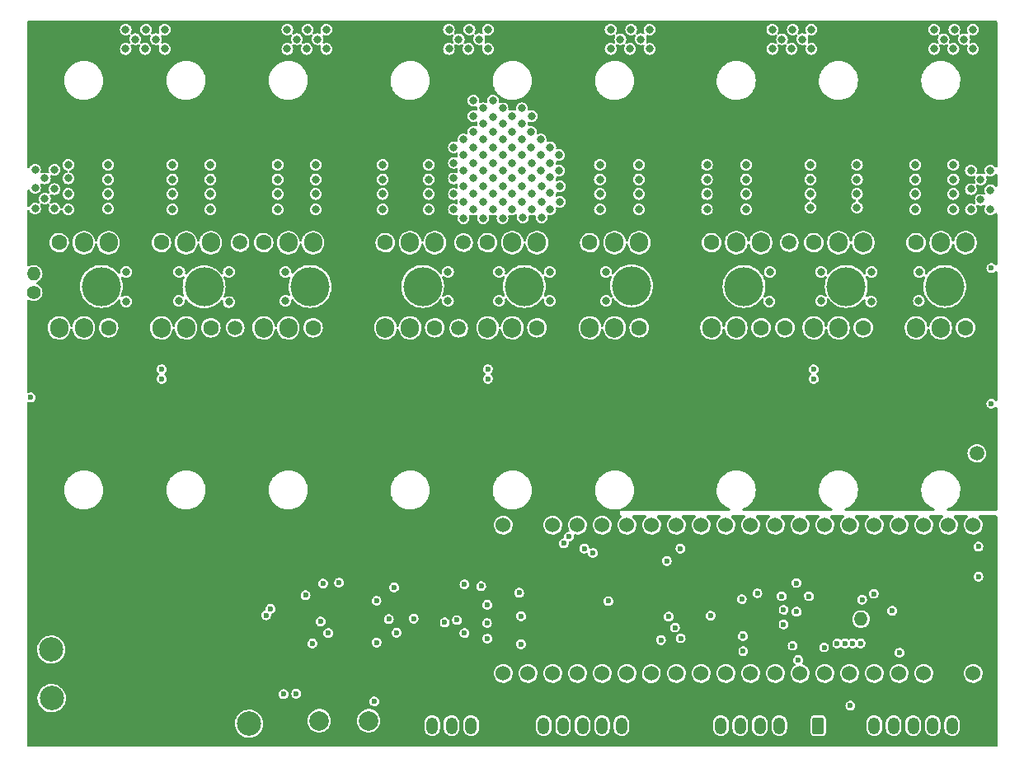
<source format=gbr>
%TF.GenerationSoftware,KiCad,Pcbnew,(6.0.0)*%
%TF.CreationDate,2022-10-26T23:27:14+03:00*%
%TF.ProjectId,CCC_ESC,4343435f-4553-4432-9e6b-696361645f70,rev?*%
%TF.SameCoordinates,Original*%
%TF.FileFunction,Copper,L2,Inr*%
%TF.FilePolarity,Positive*%
%FSLAX46Y46*%
G04 Gerber Fmt 4.6, Leading zero omitted, Abs format (unit mm)*
G04 Created by KiCad (PCBNEW (6.0.0)) date 2022-10-26 23:27:14*
%MOMM*%
%LPD*%
G01*
G04 APERTURE LIST*
G04 Aperture macros list*
%AMRoundRect*
0 Rectangle with rounded corners*
0 $1 Rounding radius*
0 $2 $3 $4 $5 $6 $7 $8 $9 X,Y pos of 4 corners*
0 Add a 4 corners polygon primitive as box body*
4,1,4,$2,$3,$4,$5,$6,$7,$8,$9,$2,$3,0*
0 Add four circle primitives for the rounded corners*
1,1,$1+$1,$2,$3*
1,1,$1+$1,$4,$5*
1,1,$1+$1,$6,$7*
1,1,$1+$1,$8,$9*
0 Add four rect primitives between the rounded corners*
20,1,$1+$1,$2,$3,$4,$5,0*
20,1,$1+$1,$4,$5,$6,$7,0*
20,1,$1+$1,$6,$7,$8,$9,0*
20,1,$1+$1,$8,$9,$2,$3,0*%
G04 Aperture macros list end*
%TA.AperFunction,ComponentPad*%
%ADD10C,2.000000*%
%TD*%
%TA.AperFunction,ComponentPad*%
%ADD11C,4.000000*%
%TD*%
%TA.AperFunction,ComponentPad*%
%ADD12C,2.500000*%
%TD*%
%TA.AperFunction,ComponentPad*%
%ADD13C,1.500000*%
%TD*%
%TA.AperFunction,ComponentPad*%
%ADD14RoundRect,0.250000X0.350000X0.625000X-0.350000X0.625000X-0.350000X-0.625000X0.350000X-0.625000X0*%
%TD*%
%TA.AperFunction,ComponentPad*%
%ADD15O,1.200000X1.750000*%
%TD*%
%TA.AperFunction,ComponentPad*%
%ADD16C,3.000000*%
%TD*%
%TA.AperFunction,ComponentPad*%
%ADD17C,1.600000*%
%TD*%
%TA.AperFunction,ComponentPad*%
%ADD18C,1.400000*%
%TD*%
%TA.AperFunction,ComponentPad*%
%ADD19O,1.400000X1.400000*%
%TD*%
%TA.AperFunction,ComponentPad*%
%ADD20C,1.524000*%
%TD*%
%TA.AperFunction,ComponentPad*%
%ADD21O,1.905000X2.000000*%
%TD*%
%TA.AperFunction,ViaPad*%
%ADD22C,0.600000*%
%TD*%
%TA.AperFunction,ViaPad*%
%ADD23C,0.800000*%
%TD*%
G04 APERTURE END LIST*
D10*
%TO.N,GND*%
%TO.C,TpGND3*%
X79000000Y-85000000D03*
%TD*%
D11*
%TO.N,PHASE_C*%
%TO.C,PH9*%
X144400000Y-74500000D03*
%TD*%
D12*
%TO.N,Net-(C5-Pad1)*%
%TO.C,U6*%
X52654000Y-111813260D03*
%TO.N,GND*%
X52654000Y-106733260D03*
X72974000Y-99113260D03*
%TO.N,V12V*%
X72974000Y-119433260D03*
%TD*%
D11*
%TO.N,PHASE_B*%
%TO.C,PH4*%
X90800000Y-74500000D03*
%TD*%
D13*
%TO.N,/AU_GATESIG*%
%TO.C,TpGS1*%
X72050000Y-70000000D03*
%TD*%
D14*
%TO.N,GND*%
%TO.C,J4*%
X113219000Y-119628260D03*
D15*
%TO.N,Vaux*%
X111219000Y-119628260D03*
%TO.N,PB5 MOSI TIM3 CH2*%
X109219000Y-119628260D03*
%TO.N,PB4 MISO TIM3 CH1*%
X107219000Y-119628260D03*
%TO.N,PB3 SCK TIM2CH2*%
X105219000Y-119628260D03*
%TO.N,PA15 TIM2 CH1*%
X103219000Y-119628260D03*
%TD*%
D16*
%TO.N,GND*%
%TO.C,TpGND4*%
X72569000Y-106778260D03*
%TD*%
D17*
%TO.N,/CL_GATESIG*%
%TO.C,TpGS6*%
X128000000Y-78750000D03*
%TD*%
D11*
%TO.N,PHASE_B*%
%TO.C,PH5*%
X112250000Y-74450000D03*
%TD*%
D18*
%TO.N,Net-(R1-Pad2)*%
%TO.C,SW1*%
X50850000Y-75105000D03*
D19*
%TO.N,VBAT*%
X50850000Y-73205000D03*
%TD*%
D10*
%TO.N,GND*%
%TO.C,TpGND2*%
X89600000Y-100000000D03*
%TD*%
D11*
%TO.N,PHASE_C*%
%TO.C,PH8*%
X123800000Y-74500000D03*
%TD*%
D14*
%TO.N,Vaux*%
%TO.C,J2*%
X131419000Y-119628260D03*
D15*
%TO.N,GND*%
X129419000Y-119628260D03*
%TO.N,PB9 DI2C1_SDA TIM4_CH4*%
X127419000Y-119628260D03*
%TO.N,PB8 DI2C1_SCL TIM4_CH3*%
X125419000Y-119628260D03*
%TO.N,PB7 D_UART1_RX I2C1_SDA TIM4_CH2*%
X123419000Y-119628260D03*
%TO.N,PB6 D_UART1_TX I2C1_SCL TIM4_CH1*%
X121419000Y-119628260D03*
%TD*%
D10*
%TO.N,V12V*%
%TO.C,U7*%
X80164000Y-119123260D03*
%TO.N,GND*%
X82704000Y-119123260D03*
%TO.N,V5V*%
X85244000Y-119123260D03*
%TD*%
D11*
%TO.N,PHASE_A*%
%TO.C,PH3*%
X68350000Y-74550000D03*
%TD*%
%TO.N,PHASE_A*%
%TO.C,PH2*%
X57800000Y-74500000D03*
%TD*%
%TO.N,PHASE_A*%
%TO.C,PH1*%
X79250000Y-74500000D03*
%TD*%
%TO.N,PHASE_B*%
%TO.C,PH6*%
X101250000Y-74500000D03*
%TD*%
D13*
%TO.N,VSENSE2*%
%TO.C,TpVS1*%
X147700000Y-91650000D03*
%TD*%
%TO.N,/BL_GATESIG*%
%TO.C,TpGS4*%
X94500000Y-78800000D03*
%TD*%
D11*
%TO.N,PHASE_C*%
%TO.C,PH7*%
X134300000Y-74500000D03*
%TD*%
D18*
%TO.N,GND*%
%TO.C,NTC1*%
X133914000Y-108678260D03*
D19*
%TO.N,FET_TEMP*%
X135814000Y-108678260D03*
%TD*%
D20*
%TO.N,unconnected-(U5-Pad1)*%
%TO.C,U5*%
X147329000Y-99028260D03*
%TO.N,HALL_A*%
X144789000Y-99028260D03*
%TO.N,HALL_B*%
X142249000Y-99028260D03*
%TO.N,HALL_C*%
X139709000Y-99028260D03*
%TO.N,Net-(C21-Pad1)*%
X137169000Y-99028260D03*
%TO.N,A_THROTTLE*%
X134629000Y-99028260D03*
%TO.N,VSENSE*%
X132089000Y-99028260D03*
%TO.N,A_SHA_AMP*%
X129549000Y-99028260D03*
%TO.N,A_SHB_AMP*%
X127009000Y-99028260D03*
%TO.N,A_SHC_AMP*%
X124469000Y-99028260D03*
%TO.N,A_PHA_VSENSE*%
X121929000Y-99028260D03*
%TO.N,A_PHB_VSENSE*%
X119389000Y-99028260D03*
%TO.N,Net-(JP2-Pad2)*%
X116849000Y-99028260D03*
%TO.N,A_PHC_VSENSE*%
X114309000Y-99028260D03*
%TO.N,Net-(C18-Pad1)*%
X111769000Y-99028260D03*
%TO.N,PB2 D_GPIO*%
X109229000Y-99028260D03*
%TO.N,PB10 D_GPIO*%
X106689000Y-99028260D03*
%TO.N,V3V3*%
X104149000Y-99028260D03*
%TO.N,GND*%
X101609000Y-99028260D03*
%TO.N,unconnected-(U5-Pad20)*%
X99069000Y-99028260D03*
%TO.N,A_OVERLIMIT*%
X99069000Y-114268260D03*
%TO.N,LIN_A*%
X101609000Y-114268260D03*
%TO.N,LIN_B*%
X104149000Y-114268260D03*
%TO.N,LIN_C*%
X106689000Y-114268260D03*
%TO.N,HIN_A*%
X109229000Y-114268260D03*
%TO.N,HIN_B*%
X111769000Y-114268260D03*
%TO.N,HIN_C*%
X114285395Y-114278253D03*
%TO.N,unconnected-(U5-Pad28)*%
X116849000Y-114268260D03*
%TO.N,unconnected-(U5-Pad29)*%
X119389000Y-114268260D03*
%TO.N,Net-(RN2-Pad4)*%
X121929000Y-114268260D03*
%TO.N,Net-(RN2-Pad3)*%
X124469000Y-114268260D03*
%TO.N,Net-(RN2-Pad2)*%
X127009000Y-114268260D03*
%TO.N,Net-(RN2-Pad1)*%
X129549000Y-114268260D03*
%TO.N,Net-(RN3-Pad4)*%
X132089000Y-114268260D03*
%TO.N,Net-(RN3-Pad3)*%
X134629000Y-114268260D03*
%TO.N,Net-(RN3-Pad2)*%
X137169000Y-114268260D03*
%TO.N,Net-(RN3-Pad1)*%
X139709000Y-114268260D03*
%TO.N,V5V*%
X142249000Y-114268260D03*
%TO.N,GND*%
X144789000Y-114268260D03*
%TO.N,V3V3*%
X147329000Y-114268260D03*
%TD*%
D13*
%TO.N,/CU_GATESIG*%
%TO.C,TpGS5*%
X128450000Y-70000000D03*
%TD*%
%TO.N,/BU_GATESIG*%
%TO.C,TpGS3*%
X95000000Y-70000000D03*
%TD*%
D10*
%TO.N,GND*%
%TO.C,TpGND1*%
X116250000Y-85500000D03*
%TD*%
D14*
%TO.N,GND*%
%TO.C,J1*%
X97769000Y-119628260D03*
D15*
%TO.N,Net-(J1-Pad2)*%
X95769000Y-119628260D03*
%TO.N,Net-(J1-Pad3)*%
X93769000Y-119628260D03*
%TO.N,V5V*%
X91769000Y-119628260D03*
%TD*%
D14*
%TO.N,GND*%
%TO.C,J3*%
X147169000Y-119628260D03*
D15*
%TO.N,Net-(J3-Pad2)*%
X145169000Y-119628260D03*
%TO.N,Net-(J3-Pad3)*%
X143169000Y-119628260D03*
%TO.N,Net-(J3-Pad4)*%
X141169000Y-119628260D03*
%TO.N,Net-(J3-Pad5)*%
X139169000Y-119628260D03*
%TO.N,V5V*%
X137169000Y-119628260D03*
%TD*%
D13*
%TO.N,/AL_GATESIG*%
%TO.C,TpGS2*%
X71550000Y-78750000D03*
%TD*%
D12*
%TO.N,V12V*%
%TO.C,12V1*%
X52700000Y-116800000D03*
%TD*%
D17*
%TO.N,/BL_GATESIG*%
%TO.C,QB4*%
X102540000Y-78750000D03*
D21*
%TO.N,PHASE_B*%
X100000000Y-78750000D03*
%TO.N,Net-(NT3-Pad1)*%
X97460000Y-78750000D03*
%TD*%
D17*
%TO.N,/BU_GATESIG*%
%TO.C,QB5*%
X86960000Y-70000000D03*
D21*
%TO.N,VBAT*%
X89500000Y-70000000D03*
%TO.N,PHASE_B*%
X92040000Y-70000000D03*
%TD*%
D17*
%TO.N,/AU_GATESIG*%
%TO.C,QA3*%
X63960000Y-70000000D03*
D21*
%TO.N,VBAT*%
X66500000Y-70000000D03*
%TO.N,PHASE_A*%
X69040000Y-70000000D03*
%TD*%
D17*
%TO.N,/CL_GATESIG*%
%TO.C,QC6*%
X125540000Y-78750000D03*
D21*
%TO.N,PHASE_C*%
X123000000Y-78750000D03*
%TO.N,Net-(NT5-Pad1)*%
X120460000Y-78750000D03*
%TD*%
D17*
%TO.N,/CU_GATESIG*%
%TO.C,QC5*%
X141460000Y-70000000D03*
D21*
%TO.N,VBAT*%
X144000000Y-70000000D03*
%TO.N,PHASE_C*%
X146540000Y-70000000D03*
%TD*%
D17*
%TO.N,/CL_GATESIG*%
%TO.C,QC4*%
X146540000Y-78750000D03*
D21*
%TO.N,PHASE_C*%
X144000000Y-78750000D03*
%TO.N,Net-(NT5-Pad1)*%
X141460000Y-78750000D03*
%TD*%
D17*
%TO.N,/AL_GATESIG*%
%TO.C,QA6*%
X58540000Y-78750000D03*
D21*
%TO.N,PHASE_A*%
X56000000Y-78750000D03*
%TO.N,Net-(NT1-Pad1)*%
X53460000Y-78750000D03*
%TD*%
D17*
%TO.N,/BL_GATESIG*%
%TO.C,QB6*%
X92040000Y-78750000D03*
D21*
%TO.N,PHASE_B*%
X89500000Y-78750000D03*
%TO.N,Net-(NT3-Pad1)*%
X86960000Y-78750000D03*
%TD*%
D17*
%TO.N,/BL_GATESIG*%
%TO.C,QB2*%
X113040000Y-78750000D03*
D21*
%TO.N,PHASE_B*%
X110500000Y-78750000D03*
%TO.N,Net-(NT3-Pad1)*%
X107960000Y-78750000D03*
%TD*%
D17*
%TO.N,/AU_GATESIG*%
%TO.C,QA5*%
X74460000Y-70000000D03*
D21*
%TO.N,VBAT*%
X77000000Y-70000000D03*
%TO.N,PHASE_A*%
X79540000Y-70000000D03*
%TD*%
D17*
%TO.N,/AU_GATESIG*%
%TO.C,QA1*%
X53460000Y-70000000D03*
D21*
%TO.N,VBAT*%
X56000000Y-70000000D03*
%TO.N,PHASE_A*%
X58540000Y-70000000D03*
%TD*%
D17*
%TO.N,/BU_GATESIG*%
%TO.C,QB3*%
X97460000Y-70000000D03*
D21*
%TO.N,VBAT*%
X100000000Y-70000000D03*
%TO.N,PHASE_B*%
X102540000Y-70000000D03*
%TD*%
D17*
%TO.N,/CU_GATESIG*%
%TO.C,QC3*%
X130960000Y-70000000D03*
D21*
%TO.N,VBAT*%
X133500000Y-70000000D03*
%TO.N,PHASE_C*%
X136040000Y-70000000D03*
%TD*%
D17*
%TO.N,/AL_GATESIG*%
%TO.C,QA4*%
X69040000Y-78750000D03*
D21*
%TO.N,PHASE_A*%
X66500000Y-78750000D03*
%TO.N,Net-(NT1-Pad1)*%
X63960000Y-78750000D03*
%TD*%
D17*
%TO.N,/CL_GATESIG*%
%TO.C,QC2*%
X136040000Y-78750000D03*
D21*
%TO.N,PHASE_C*%
X133500000Y-78750000D03*
%TO.N,Net-(NT5-Pad1)*%
X130960000Y-78750000D03*
%TD*%
D17*
%TO.N,/CU_GATESIG*%
%TO.C,QC1*%
X120460000Y-70000000D03*
D21*
%TO.N,VBAT*%
X123000000Y-70000000D03*
%TO.N,PHASE_C*%
X125540000Y-70000000D03*
%TD*%
D17*
%TO.N,/AL_GATESIG*%
%TO.C,QA2*%
X79540000Y-78750000D03*
D21*
%TO.N,PHASE_A*%
X77000000Y-78750000D03*
%TO.N,Net-(NT1-Pad1)*%
X74460000Y-78750000D03*
%TD*%
D17*
%TO.N,/BU_GATESIG*%
%TO.C,QB1*%
X107960000Y-70000000D03*
D21*
%TO.N,VBAT*%
X110500000Y-70000000D03*
%TO.N,PHASE_B*%
X113040000Y-70000000D03*
%TD*%
D22*
%TO.N,V12V*%
X88119000Y-110078260D03*
X81094000Y-110103260D03*
X80319000Y-108928260D03*
X87319000Y-108678260D03*
X94319000Y-108778260D03*
X95094000Y-110103260D03*
%TO.N,VSENSE2*%
X115269000Y-110827760D03*
X127669000Y-106328260D03*
X147869000Y-104328260D03*
X130469000Y-106328260D03*
%TO.N,V3V3*%
X120369000Y-108328260D03*
X134719000Y-117578260D03*
X127869000Y-109228260D03*
X139019000Y-107828260D03*
X127869000Y-107728260D03*
%TO.N,A_SHA_V+*%
X123693908Y-110424369D03*
X64000000Y-83000000D03*
X75183701Y-107627678D03*
D23*
%TO.N,GND*%
X105700000Y-49100000D03*
X119000000Y-55000000D03*
X124500000Y-87000000D03*
X83550000Y-77000000D03*
X115500000Y-88500000D03*
D22*
X131169000Y-116028260D03*
D23*
X115500000Y-90000000D03*
X92250000Y-85500000D03*
X88000000Y-50100000D03*
D22*
X97906500Y-105378260D03*
D23*
X106800000Y-91600000D03*
X145200000Y-90050000D03*
X69400000Y-54000000D03*
X96600000Y-88500000D03*
D22*
X89369000Y-119328260D03*
D23*
X127900000Y-51300000D03*
X73500000Y-88500000D03*
D22*
X89000000Y-108600000D03*
D23*
X77000000Y-93000000D03*
X56800000Y-48100000D03*
D22*
X139969000Y-106078260D03*
D23*
X83500000Y-90000000D03*
D22*
X80000000Y-104300000D03*
D23*
X103000000Y-88500000D03*
X137800000Y-50100000D03*
X135800000Y-50100000D03*
X123000000Y-87000000D03*
X136500000Y-54000000D03*
X86600000Y-88500000D03*
X102800000Y-55000000D03*
D22*
X114200000Y-79600000D03*
D23*
X81500000Y-90000000D03*
X124500000Y-93000000D03*
X142500000Y-87050000D03*
D22*
X127069000Y-103228260D03*
D23*
X121500000Y-93000000D03*
X64500000Y-90000000D03*
D22*
X96200500Y-104500000D03*
D23*
X117000000Y-93000000D03*
X120250000Y-77000000D03*
X147100000Y-57100000D03*
X57000000Y-91500000D03*
X78500000Y-87000000D03*
D22*
X137300000Y-110480000D03*
D23*
X120000000Y-93000000D03*
X133500000Y-91500000D03*
X117100000Y-53300000D03*
D22*
X147844000Y-106203260D03*
D23*
X123000000Y-90000000D03*
X102600000Y-50100000D03*
X104500000Y-91500000D03*
X101500000Y-88500000D03*
X53000000Y-55000000D03*
X132000000Y-88500000D03*
X142500000Y-90000000D03*
X124500000Y-85500000D03*
X109900000Y-85500000D03*
X106800000Y-93000000D03*
X93500000Y-88500000D03*
X83500000Y-88500000D03*
X138000000Y-91500000D03*
X96600469Y-93000000D03*
X94400000Y-98000000D03*
X77000000Y-85500000D03*
X60700000Y-51500000D03*
X147100000Y-59100000D03*
X58500000Y-90000000D03*
X72000000Y-93000000D03*
X144000000Y-85500000D03*
X58500000Y-87000000D03*
D22*
X73900000Y-108500000D03*
D23*
X104700000Y-48100000D03*
X100000000Y-93000000D03*
X71200000Y-52400000D03*
X88000000Y-93000000D03*
D22*
X136319000Y-102178260D03*
D23*
X70500000Y-90000000D03*
X92600000Y-94400000D03*
X84799020Y-87000000D03*
X71200000Y-51500000D03*
D22*
X51600000Y-76600000D03*
D23*
X58800000Y-55000000D03*
X84799020Y-90000000D03*
X100000000Y-85500000D03*
D22*
X118069000Y-103428260D03*
D23*
X114000000Y-90000000D03*
X129000000Y-88500000D03*
D22*
X85669000Y-114028260D03*
D23*
X142500000Y-93000000D03*
X92000000Y-52300000D03*
X145200000Y-88500000D03*
X149100000Y-57100000D03*
X69000000Y-85500000D03*
X141000000Y-93000000D03*
X52000000Y-58000000D03*
X141000000Y-85500000D03*
X111000000Y-88500000D03*
X70500000Y-87000000D03*
X104700000Y-52900000D03*
X66000000Y-91500000D03*
X84799020Y-85500000D03*
X66000000Y-93000000D03*
X138000000Y-93000000D03*
X93900000Y-52900000D03*
X111000000Y-91500000D03*
X64500000Y-91500000D03*
D22*
X125900000Y-105700000D03*
D23*
X85500000Y-53200000D03*
D22*
X148569000Y-99828260D03*
D23*
X104600000Y-50100000D03*
D22*
X115619000Y-115128260D03*
X115100000Y-81600000D03*
X53500000Y-77050000D03*
D23*
X112500000Y-88500000D03*
X117100000Y-52400000D03*
X102600000Y-48100000D03*
D22*
X84921704Y-117078297D03*
D23*
X96199500Y-95600000D03*
X106750000Y-88500000D03*
X54900000Y-48100000D03*
X145500000Y-91500000D03*
X61500000Y-88500000D03*
X70500000Y-85500000D03*
X126200000Y-54000000D03*
X106750000Y-90000000D03*
X60000000Y-85500000D03*
X124450000Y-90000000D03*
D22*
X52400000Y-77050000D03*
D23*
X118500000Y-91500000D03*
D22*
X126900000Y-106000000D03*
X72069000Y-112228260D03*
D23*
X135000000Y-93000000D03*
X96200000Y-96800000D03*
X71400000Y-50100000D03*
X58600000Y-84350000D03*
D22*
X107969000Y-113478260D03*
D23*
X98500000Y-88500000D03*
X73400000Y-50100000D03*
X125950000Y-90000000D03*
X138000000Y-87000000D03*
X57000000Y-93000000D03*
D22*
X109069000Y-104928260D03*
X94700000Y-83600000D03*
D23*
X72000000Y-87000000D03*
D22*
X97300000Y-109900000D03*
D23*
X136300000Y-55000000D03*
X141000000Y-94500000D03*
X71200000Y-53300000D03*
X118500000Y-93000000D03*
X112500000Y-90000000D03*
X51000000Y-55000000D03*
D22*
X129983153Y-104856287D03*
D23*
X124500000Y-88500000D03*
X130500000Y-88500000D03*
X127500000Y-85500000D03*
X121500000Y-90000000D03*
X132000000Y-93000000D03*
D22*
X79469000Y-114028260D03*
X54500000Y-77050000D03*
D23*
X92000000Y-53200000D03*
X85500000Y-54100000D03*
D22*
X81689000Y-108378260D03*
D23*
X145450000Y-85500000D03*
X84500000Y-77000000D03*
X63000000Y-93000000D03*
X144000000Y-93000000D03*
X103000000Y-93000000D03*
X136450000Y-84300000D03*
X90000000Y-50100000D03*
X83500000Y-91500000D03*
X139500000Y-93000000D03*
X127500000Y-93000000D03*
X64500000Y-88500000D03*
X144000000Y-91500000D03*
X124500000Y-91500000D03*
X54800000Y-50100000D03*
D22*
X76300000Y-117300000D03*
D23*
X135800000Y-48100000D03*
X121500000Y-91500000D03*
D22*
X130919000Y-107478260D03*
D23*
X69000000Y-91500000D03*
D22*
X136019000Y-104428260D03*
D23*
X83500000Y-52400000D03*
X127500000Y-88500000D03*
X71800000Y-53800000D03*
D22*
X131197779Y-105999500D03*
D23*
X142500000Y-85500000D03*
X93500000Y-90000000D03*
D22*
X104600000Y-100300000D03*
D23*
X90800000Y-85500000D03*
X60700000Y-52400000D03*
X61500000Y-90000000D03*
X123000000Y-91500000D03*
X69400000Y-50100000D03*
X103000000Y-54000000D03*
X115500000Y-93000000D03*
X70500000Y-91500000D03*
X104700000Y-52000000D03*
D22*
X101100000Y-105100000D03*
D23*
X94800000Y-85500000D03*
D22*
X146769000Y-107828260D03*
D23*
X96600000Y-91500000D03*
X88100000Y-48100000D03*
X120000000Y-88500000D03*
X78500000Y-91500000D03*
D22*
X118219000Y-115028260D03*
D23*
X120200000Y-49100000D03*
X86000000Y-50100000D03*
D22*
X94500500Y-104460398D03*
D23*
X69200000Y-55000000D03*
X138000000Y-88500000D03*
X136500000Y-91500000D03*
X80000000Y-93000000D03*
X129000000Y-85500000D03*
X89400000Y-90000000D03*
X139800000Y-48100000D03*
X92200000Y-87000000D03*
X117050000Y-77072875D03*
X89400000Y-87000000D03*
X60000000Y-90000000D03*
D22*
X130869000Y-103228260D03*
D23*
X105600000Y-87000000D03*
X78500000Y-90000000D03*
D22*
X92669000Y-114028260D03*
X117800000Y-100800000D03*
D23*
X72000000Y-90000000D03*
X127500000Y-87000000D03*
X103000000Y-91500000D03*
X83500000Y-87000000D03*
D22*
X83300000Y-104300000D03*
D23*
X126000000Y-55000000D03*
X56800000Y-50100000D03*
X94800000Y-87000000D03*
X92600000Y-98000000D03*
D22*
X117725806Y-111324337D03*
D23*
X144000000Y-87050000D03*
X94800000Y-93000000D03*
X111000000Y-93000000D03*
X142500000Y-91500000D03*
X148850000Y-75400000D03*
X149100000Y-55100000D03*
D22*
X61419000Y-100978260D03*
D23*
X60000000Y-93000000D03*
X130500000Y-91500000D03*
X98500000Y-93000000D03*
X122300000Y-49100000D03*
X137950000Y-90000000D03*
X112500000Y-93000000D03*
X117000000Y-87000000D03*
X63000000Y-90000000D03*
X133500000Y-87000000D03*
X75500000Y-90000000D03*
X109500000Y-90000000D03*
X132000000Y-91500000D03*
X138200000Y-51500000D03*
X130500000Y-93000000D03*
X81500000Y-91500000D03*
X114000000Y-91500000D03*
X77000000Y-91500000D03*
X94800000Y-90000000D03*
X60000000Y-91500000D03*
X94400000Y-94400000D03*
X136800000Y-49100000D03*
D22*
X138199000Y-115798260D03*
D23*
X69400000Y-48100000D03*
D22*
X122669000Y-109228260D03*
D23*
X52000000Y-56000000D03*
X81500000Y-88550000D03*
D22*
X139817023Y-112926319D03*
D23*
X141000000Y-91500000D03*
X67500000Y-87000000D03*
X125950000Y-88500000D03*
X64500000Y-93000000D03*
X61500000Y-93000000D03*
X138200000Y-53300000D03*
X114000000Y-93000000D03*
X88000000Y-91500000D03*
X112500000Y-91500000D03*
X92000000Y-54100000D03*
X90800000Y-87000000D03*
X59000000Y-54000000D03*
X103600000Y-49100000D03*
X135000000Y-88500000D03*
D22*
X78500000Y-117000000D03*
D23*
X51000000Y-58900000D03*
D22*
X100500000Y-112000000D03*
X115800000Y-103600000D03*
D23*
X73500000Y-91500000D03*
X139500000Y-91500000D03*
X75500000Y-93000000D03*
X67500000Y-90000000D03*
X73500000Y-90000000D03*
D22*
X143069000Y-106078260D03*
D23*
X149100000Y-59100000D03*
D22*
X125869000Y-110628260D03*
D23*
X54650000Y-86800000D03*
D22*
X136559958Y-111061687D03*
D23*
X72000000Y-88500000D03*
X92200000Y-91500000D03*
D22*
X78169000Y-120128260D03*
X115896460Y-109496460D03*
X53669000Y-120878260D03*
D23*
X89400000Y-85500000D03*
X85400000Y-55000000D03*
X67500000Y-88500000D03*
D22*
X147844000Y-103203260D03*
D23*
X100000000Y-91500000D03*
X144000000Y-88500000D03*
X148800000Y-77350000D03*
X60000000Y-87000000D03*
D22*
X85300000Y-107100000D03*
D23*
X92600000Y-95600000D03*
X145500000Y-87050000D03*
D22*
X128239134Y-110834741D03*
D23*
X90800000Y-88500000D03*
X86000000Y-48100000D03*
D22*
X128700239Y-113316394D03*
D23*
X83500000Y-53300000D03*
D22*
X74919000Y-121328260D03*
D23*
X104500000Y-93000000D03*
X139800000Y-50100000D03*
X81500000Y-85500000D03*
X114000000Y-85500000D03*
X58500000Y-88500000D03*
X133500000Y-93000000D03*
D22*
X51450000Y-79400000D03*
D23*
X84800000Y-91500000D03*
X118500000Y-87000000D03*
X98500000Y-90000000D03*
X67500000Y-85500000D03*
X97600000Y-96800000D03*
X72000000Y-91500000D03*
X92200000Y-88500000D03*
X90800000Y-91500000D03*
X100000000Y-88500000D03*
X78500000Y-88500000D03*
X94400000Y-96800000D03*
D22*
X143569000Y-99528760D03*
D23*
X75500000Y-88450000D03*
D22*
X78669000Y-114028260D03*
D23*
X86600000Y-90000000D03*
X73500000Y-93000000D03*
X94800000Y-91500000D03*
X63000000Y-88500000D03*
X106600000Y-48100000D03*
X92200000Y-93000000D03*
D22*
X97300000Y-108000000D03*
X51550000Y-78300000D03*
D23*
X104500000Y-88500000D03*
D22*
X106594988Y-101345385D03*
D23*
X121300000Y-48100000D03*
X114000000Y-88500000D03*
X104021754Y-85478246D03*
X87000000Y-49100000D03*
X118500000Y-88500000D03*
X115500000Y-91500000D03*
X85500000Y-52300000D03*
X115500000Y-87000000D03*
X61500000Y-85500000D03*
X127900000Y-53100000D03*
X67500000Y-93000000D03*
X120000000Y-90000000D03*
X119000000Y-54100000D03*
X132000000Y-90000000D03*
X84800000Y-88500000D03*
X57000000Y-90000000D03*
D22*
X138769000Y-102728260D03*
D23*
X72500000Y-49100000D03*
X104500000Y-90000000D03*
X98500000Y-91500000D03*
X53000000Y-57000000D03*
X112500000Y-85500000D03*
X133500000Y-85500000D03*
X75500000Y-91500000D03*
X127500000Y-91500000D03*
X80000000Y-90000000D03*
X104700000Y-53800000D03*
D22*
X106549251Y-100502673D03*
D23*
X145500000Y-93000000D03*
X89400000Y-91500000D03*
X119000000Y-53200000D03*
X77000000Y-90000000D03*
X109500000Y-93000000D03*
X96199500Y-94382595D03*
D22*
X85169000Y-103828260D03*
D23*
X55500000Y-90000000D03*
X92000000Y-55000000D03*
X121200000Y-50100000D03*
X83500000Y-93000000D03*
X60000000Y-88500000D03*
X100000000Y-90000000D03*
D22*
X108945226Y-101436516D03*
D23*
X58500000Y-91500000D03*
X135000000Y-87000000D03*
X70500000Y-93000000D03*
X126000000Y-87000000D03*
X66000000Y-90000000D03*
X138900000Y-49100000D03*
D22*
X141519000Y-106078260D03*
D23*
X117100000Y-51500000D03*
X117000000Y-90000000D03*
D22*
X93469000Y-114028260D03*
D23*
X136500000Y-88500000D03*
X118500000Y-90000000D03*
X80000000Y-87000000D03*
D22*
X83000000Y-113600000D03*
D23*
X60700000Y-53300000D03*
X141000000Y-87000000D03*
X69000000Y-87000000D03*
X133500000Y-90000000D03*
X127900000Y-52200000D03*
X126000000Y-91500000D03*
X101500000Y-90000000D03*
X139500000Y-87500000D03*
X52800000Y-50100000D03*
D22*
X137819000Y-121278260D03*
D23*
X119200000Y-50100000D03*
X138900000Y-53800000D03*
X129000000Y-90000000D03*
D22*
X61969000Y-105928260D03*
D23*
X117000000Y-91500000D03*
X136500000Y-93000000D03*
D22*
X87969000Y-120128260D03*
D23*
X129000000Y-91500000D03*
X81500000Y-87000000D03*
D22*
X100469000Y-119628260D03*
D23*
X101500000Y-93000000D03*
X93500000Y-91500000D03*
X92200000Y-90000000D03*
D22*
X147369000Y-116678260D03*
D23*
X97600000Y-95600000D03*
X141000000Y-90000000D03*
X130500000Y-90000000D03*
X77000000Y-88500000D03*
D22*
X123304366Y-108528260D03*
D23*
X106600000Y-50100000D03*
X119200000Y-48100000D03*
X92600000Y-96800000D03*
X70500000Y-88450000D03*
X126000000Y-93000000D03*
X63000000Y-91500000D03*
X90000000Y-48100000D03*
X103000000Y-90000000D03*
D22*
X103769000Y-107578260D03*
X75859366Y-106882713D03*
X61069000Y-115028260D03*
D23*
X148100000Y-56000000D03*
X93500000Y-85500000D03*
X89400000Y-93000000D03*
X86600000Y-91500000D03*
X123000000Y-85500000D03*
X109500000Y-91500000D03*
D22*
X113269000Y-99778260D03*
X105819000Y-108928260D03*
X123500000Y-111200000D03*
X112969000Y-108428260D03*
X114319000Y-102328260D03*
D23*
X57000000Y-88500000D03*
X89100000Y-49100000D03*
X61500000Y-91500000D03*
X135000000Y-90000000D03*
X87250000Y-77000000D03*
X69000000Y-93000000D03*
X127500000Y-90000000D03*
X121500000Y-88500000D03*
X80000000Y-88500000D03*
X144000000Y-90000000D03*
X101500000Y-91500000D03*
D22*
X115669000Y-100028260D03*
D23*
X89400000Y-88500000D03*
X112500000Y-87000000D03*
X52800000Y-48100000D03*
X120000000Y-91500000D03*
X78500000Y-93000000D03*
X66000000Y-88500000D03*
X117000000Y-88500000D03*
X51000000Y-57000000D03*
X53000000Y-59000000D03*
X109500000Y-88500000D03*
X100000000Y-87000000D03*
X94800000Y-88500000D03*
X129000000Y-93000000D03*
X123200000Y-50100000D03*
X61300000Y-53900000D03*
X55900000Y-49100000D03*
X135000000Y-85500000D03*
X69000000Y-88450000D03*
X93500000Y-93000000D03*
X80000000Y-91500000D03*
X105600000Y-85500000D03*
X136500000Y-90000000D03*
X83500000Y-85500000D03*
X111000000Y-87000000D03*
X88000000Y-88500000D03*
D22*
X123400000Y-105800000D03*
X88700000Y-104500000D03*
D23*
X77000000Y-87000000D03*
X135000000Y-91500000D03*
X90800000Y-90000000D03*
X69000000Y-90000000D03*
X128400000Y-53800000D03*
D22*
X119749000Y-102658260D03*
D23*
X96600000Y-90000000D03*
D22*
X79102621Y-111888873D03*
X126769000Y-112528260D03*
D23*
X70400000Y-49100000D03*
X139500000Y-94500000D03*
X61500000Y-87000000D03*
D22*
X147869000Y-109928260D03*
X121769000Y-117828260D03*
X113119000Y-113628260D03*
D23*
X73400000Y-48100000D03*
X101500000Y-87000000D03*
X93900000Y-53800000D03*
X53800000Y-49100000D03*
X133500000Y-88500000D03*
D22*
X131300000Y-104600000D03*
D23*
X123200000Y-48100000D03*
X88000000Y-90000000D03*
X84799020Y-93000000D03*
X101500000Y-85500000D03*
X81500000Y-93000000D03*
D22*
X86469000Y-114028260D03*
X115269000Y-108428260D03*
X81600000Y-100100000D03*
D23*
X136500000Y-87000000D03*
X141000000Y-88500000D03*
X137900000Y-48100000D03*
X71500000Y-48100000D03*
X111000000Y-90000000D03*
X114000000Y-87000000D03*
D22*
X97369000Y-114528260D03*
D23*
X94400000Y-95600000D03*
X67500000Y-91500000D03*
X97600000Y-94300000D03*
X123000000Y-93000000D03*
X58500000Y-93000000D03*
X86600000Y-93000000D03*
X139500000Y-90000000D03*
X104700000Y-51100000D03*
X55500000Y-88500000D03*
X139500000Y-88500000D03*
X115650000Y-77100000D03*
X118500000Y-85500000D03*
X142500000Y-88500000D03*
X138200000Y-52400000D03*
X123000000Y-88500000D03*
X129000000Y-87000000D03*
X57000000Y-87000000D03*
X148100000Y-58000000D03*
D22*
X92400000Y-108500000D03*
D23*
X147100000Y-55100000D03*
X96200000Y-98000000D03*
X93500000Y-87000000D03*
D22*
X142419000Y-116328260D03*
D23*
X126000000Y-85500000D03*
X103000000Y-87000000D03*
X90800000Y-93000000D03*
D22*
X78169000Y-118628260D03*
%TO.N,A_SHA_V-*%
X64000000Y-84000000D03*
X123716759Y-111969558D03*
X74719011Y-108283138D03*
%TO.N,A_SHB_V+*%
X123569000Y-106628260D03*
X105810011Y-100198161D03*
X97500000Y-83000000D03*
%TO.N,A_SHC_V+*%
X130950000Y-83012000D03*
X107390000Y-101430000D03*
%TO.N,A_SHB_V-*%
X105289391Y-100908911D03*
X125169000Y-106028260D03*
X97499989Y-84000500D03*
%TO.N,A_SHC_V-*%
X130950000Y-84000000D03*
X108280000Y-101880000D03*
D23*
%TO.N,VBAT*%
X95000000Y-59400000D03*
X143300000Y-48100000D03*
X65100000Y-65000000D03*
X146400000Y-49100000D03*
X98000000Y-58600000D03*
X97000000Y-67500000D03*
X65100000Y-66600000D03*
X80900000Y-48100000D03*
X101900000Y-58600000D03*
X98000000Y-63400000D03*
X147100000Y-64500000D03*
X112200000Y-48100000D03*
X149100000Y-66600000D03*
X64300000Y-48100000D03*
X101000000Y-62600000D03*
X100000000Y-57000000D03*
X124000000Y-66600000D03*
X95600000Y-48100000D03*
X130600000Y-62000000D03*
X97000000Y-61000000D03*
X95000000Y-61000000D03*
X96000000Y-63400000D03*
X94000000Y-63400000D03*
X127700000Y-49100000D03*
X101000000Y-64200000D03*
X145300000Y-65000000D03*
X76900000Y-50100000D03*
X58500000Y-63500000D03*
X145300000Y-63500000D03*
X51000000Y-62500000D03*
X120000000Y-65000000D03*
X128800000Y-48100000D03*
X128700000Y-50100000D03*
X148100000Y-65600000D03*
X96000000Y-57000000D03*
X99000000Y-61000000D03*
X130600000Y-63500000D03*
X54400000Y-65000000D03*
X109000000Y-65000000D03*
X109000000Y-63500000D03*
X98000000Y-61800000D03*
X94000000Y-65000000D03*
X96000000Y-55400000D03*
D22*
X149200000Y-86550000D03*
D23*
X99000000Y-59400000D03*
X101900000Y-60200000D03*
X145300000Y-62000000D03*
X103900000Y-60200000D03*
X135400000Y-63500000D03*
X104800000Y-62600000D03*
X86700000Y-63500000D03*
X79000000Y-48100000D03*
X99000000Y-67500000D03*
X101000000Y-57800000D03*
X141400000Y-65000000D03*
X110100000Y-50100000D03*
X101000000Y-59400000D03*
X100000000Y-63400000D03*
X65100000Y-63500000D03*
X120000000Y-62000000D03*
X78900000Y-50100000D03*
X101000000Y-61000000D03*
X113000000Y-62000000D03*
X100000000Y-60200000D03*
X135400000Y-66400000D03*
X96000000Y-58600000D03*
X124000000Y-65000000D03*
X110100000Y-48100000D03*
X103900000Y-63300000D03*
X103000000Y-67400000D03*
X101000000Y-56200000D03*
X62300000Y-50100000D03*
X99000000Y-57800000D03*
X135400000Y-65000000D03*
X54400000Y-63400000D03*
X95000000Y-65800000D03*
X102000000Y-61800000D03*
X98000000Y-60200000D03*
X79800000Y-65000000D03*
X58500000Y-66500000D03*
X79800000Y-63500000D03*
X99000000Y-62600000D03*
X62400000Y-48100000D03*
X147300000Y-50100000D03*
X109000000Y-62000000D03*
X100000000Y-58600000D03*
X91400000Y-66600000D03*
X75900000Y-66600000D03*
X97000000Y-59400000D03*
X102900000Y-61000000D03*
X100000000Y-65000000D03*
X97000000Y-62600000D03*
X86700000Y-62000000D03*
X98000000Y-55400000D03*
X130700000Y-48100000D03*
X102900000Y-62600000D03*
X86700000Y-65000000D03*
X75900000Y-65000000D03*
X149100000Y-62600000D03*
X69000000Y-66600000D03*
X99000000Y-56200000D03*
X113000000Y-63500000D03*
X69000000Y-65000000D03*
X126700000Y-50100000D03*
X95000000Y-62600000D03*
X120000000Y-66600000D03*
X86700000Y-66600000D03*
X103900000Y-66600000D03*
X130600000Y-66400000D03*
X141400000Y-63500000D03*
X124000000Y-62000000D03*
X130700000Y-50100000D03*
X149100000Y-64600000D03*
X114100000Y-50100000D03*
X99000000Y-64200000D03*
X102900000Y-59400000D03*
X120000000Y-63500000D03*
X65100000Y-62000000D03*
X102000000Y-57000000D03*
X91400000Y-62000000D03*
X100000000Y-66600000D03*
X95500000Y-50100000D03*
X103900000Y-64900000D03*
X61300000Y-49100000D03*
X99000000Y-65800000D03*
X148100000Y-63500000D03*
X60300000Y-50100000D03*
X112100000Y-50100000D03*
X147100000Y-62600000D03*
X53000000Y-66500000D03*
X93500000Y-48100000D03*
X98000000Y-57100000D03*
X104900000Y-64200000D03*
X52000000Y-65500000D03*
X79800000Y-66600000D03*
X80900000Y-50100000D03*
X143300000Y-50100000D03*
X141400000Y-66600000D03*
X54400000Y-62000000D03*
X102000000Y-66600000D03*
X94000000Y-60200000D03*
X147300000Y-48100000D03*
X135400000Y-62000000D03*
X145300000Y-50100000D03*
X76900000Y-48100000D03*
X96000000Y-66600000D03*
X114100000Y-48100000D03*
X64300000Y-50100000D03*
X97000000Y-64200000D03*
X141400000Y-62000000D03*
X91400000Y-63500000D03*
X144300000Y-49100000D03*
X102000000Y-65000000D03*
X94000000Y-66600000D03*
X75900000Y-62000000D03*
X126700000Y-48100000D03*
X51000000Y-66500000D03*
X91400000Y-65000000D03*
X95000000Y-67500000D03*
X98000000Y-65000000D03*
X58500000Y-65000000D03*
X60300000Y-48100000D03*
X53000000Y-62500000D03*
X104900000Y-65800000D03*
X58500000Y-62000000D03*
X53000000Y-64500000D03*
X147100000Y-66600000D03*
X97000000Y-56200000D03*
X94000000Y-61800000D03*
X97000000Y-65800000D03*
X129800000Y-49100000D03*
X52000000Y-63400000D03*
X97000000Y-57800000D03*
X96000000Y-65000000D03*
X111100000Y-49100000D03*
X100000000Y-61800000D03*
X124000000Y-63500000D03*
X109000000Y-66600000D03*
X130600000Y-65000000D03*
X113000000Y-66600000D03*
X96000000Y-61800000D03*
X145400000Y-48100000D03*
X63400000Y-49100000D03*
X96600000Y-49100000D03*
X93500000Y-50100000D03*
X101000000Y-65800000D03*
X75900000Y-63500000D03*
X145300000Y-66600000D03*
X96000000Y-60200000D03*
D22*
X149200000Y-72600000D03*
D23*
X95000000Y-64200000D03*
X94500000Y-49100000D03*
X77900000Y-49100000D03*
X103900000Y-61800000D03*
X51000000Y-64400000D03*
X104800000Y-61000000D03*
X103000000Y-65800000D03*
X69000000Y-62000000D03*
X113000000Y-65000000D03*
X97500000Y-48100000D03*
X113200000Y-49100000D03*
X79800000Y-62000000D03*
X97500000Y-50100000D03*
X101100000Y-67400000D03*
X54400000Y-66600000D03*
X102000000Y-63400000D03*
X80000000Y-49100000D03*
X98000000Y-66600000D03*
X103000000Y-64200000D03*
X69000000Y-63500000D03*
%TO.N,PHASE_A*%
X70900000Y-76100000D03*
X76700000Y-76000000D03*
X76700000Y-73000000D03*
X60350000Y-73000000D03*
D22*
X79469000Y-111178260D03*
X97439091Y-110687310D03*
D23*
X65750000Y-76000000D03*
X70900000Y-73000000D03*
X60350000Y-76050000D03*
X65800000Y-73000000D03*
D22*
X78769000Y-106228260D03*
%TO.N,Net-(C18-Pad1)*%
X115869500Y-102700000D03*
D23*
%TO.N,PHASE_B*%
X93400000Y-76000000D03*
X103850000Y-73000000D03*
D22*
X97406000Y-109078260D03*
D23*
X103850000Y-76000000D03*
D22*
X86054000Y-106793260D03*
D23*
X98650000Y-73000000D03*
X98650000Y-76000000D03*
X109650000Y-76000000D03*
X109600000Y-73000000D03*
X93400000Y-73000000D03*
D22*
X86069000Y-111079720D03*
%TO.N,Net-(C21-Pad1)*%
X137119000Y-106078260D03*
%TO.N,PHASE_C*%
X93069000Y-109028260D03*
X97419703Y-107209510D03*
D23*
X136900000Y-73000000D03*
X136850000Y-76050000D03*
X131700000Y-73000000D03*
X131700000Y-76000000D03*
X126450000Y-73000000D03*
X126400000Y-76050000D03*
X141750000Y-76000000D03*
X141800000Y-73000000D03*
D22*
%TO.N,A_PHA_VSENSE*%
X100906500Y-111253760D03*
X117292911Y-110652171D03*
%TO.N,VSENSE*%
X147869000Y-101228260D03*
%TO.N,A_SHC_AMP*%
X109869000Y-106828260D03*
%TO.N,FET_TEMP*%
X135919000Y-106678260D03*
%TO.N,A_PHB_VSENSE*%
X100906500Y-108378260D03*
X116703790Y-109545648D03*
%TO.N,A_PHC_VSENSE*%
X100706500Y-105978260D03*
X116068502Y-108427760D03*
%TO.N,LIN_A*%
X77819000Y-116328260D03*
%TO.N,LIN_B*%
X85819000Y-117127771D03*
%TO.N,HIN_A*%
X76519000Y-116378260D03*
%TO.N,MOTOR_TEMP*%
X139769000Y-112128260D03*
%TO.N,Net-(J1-Pad3)*%
X128796803Y-111407637D03*
%TO.N,Net-(J1-Pad2)*%
X129369000Y-112878260D03*
%TO.N,A_BRAKE*%
X132019000Y-111578260D03*
%TO.N,Net-(JP2-Pad2)*%
X117269000Y-101428260D03*
X129193011Y-104978270D03*
X129193011Y-107928260D03*
%TO.N,Net-(RN3-Pad1)*%
X135769000Y-111178260D03*
%TO.N,Net-(RN3-Pad2)*%
X134969000Y-111178260D03*
%TO.N,Net-(RN3-Pad3)*%
X134169000Y-111178260D03*
%TO.N,Net-(RN3-Pad4)*%
X133369000Y-111178260D03*
%TO.N,Net-(R1-Pad2)*%
X50550000Y-85900000D03*
%TO.N,/AU_GATESIG*%
X82218497Y-104928747D03*
%TO.N,/AL_GATESIG*%
X80569000Y-105028260D03*
%TO.N,/BU_GATESIG*%
X87869000Y-105428260D03*
%TO.N,/BL_GATESIG*%
X89869000Y-108628260D03*
%TO.N,/CU_GATESIG*%
X95100000Y-105100000D03*
%TO.N,/CL_GATESIG*%
X96800000Y-105300000D03*
%TD*%
%TA.AperFunction,Conductor*%
%TO.N,GND*%
G36*
X149742121Y-47220002D02*
G01*
X149788614Y-47273658D01*
X149800000Y-47326000D01*
X149800000Y-62154643D01*
X149779998Y-62222764D01*
X149726342Y-62269257D01*
X149656068Y-62279361D01*
X149591488Y-62249867D01*
X149574038Y-62231347D01*
X149533309Y-62178268D01*
X149533305Y-62178264D01*
X149528282Y-62171718D01*
X149402841Y-62075464D01*
X149256762Y-62014956D01*
X149242870Y-62013127D01*
X149108188Y-61995396D01*
X149100000Y-61994318D01*
X149091812Y-61995396D01*
X148957131Y-62013127D01*
X148943238Y-62014956D01*
X148797159Y-62075464D01*
X148671718Y-62171718D01*
X148575464Y-62297159D01*
X148514956Y-62443238D01*
X148494318Y-62600000D01*
X148514956Y-62756762D01*
X148531118Y-62795781D01*
X148538707Y-62866369D01*
X148506928Y-62929856D01*
X148445870Y-62966084D01*
X148374919Y-62963550D01*
X148366491Y-62960407D01*
X148264392Y-62918116D01*
X148264389Y-62918115D01*
X148256762Y-62914956D01*
X148100000Y-62894318D01*
X147943238Y-62914956D01*
X147935611Y-62918115D01*
X147935608Y-62918116D01*
X147833509Y-62960407D01*
X147762919Y-62967996D01*
X147699432Y-62936217D01*
X147663205Y-62875158D01*
X147665739Y-62804207D01*
X147668877Y-62795794D01*
X147685044Y-62756762D01*
X147705682Y-62600000D01*
X147685044Y-62443238D01*
X147624536Y-62297159D01*
X147528282Y-62171718D01*
X147402841Y-62075464D01*
X147256762Y-62014956D01*
X147242870Y-62013127D01*
X147108188Y-61995396D01*
X147100000Y-61994318D01*
X147091812Y-61995396D01*
X146957131Y-62013127D01*
X146943238Y-62014956D01*
X146797159Y-62075464D01*
X146671718Y-62171718D01*
X146575464Y-62297159D01*
X146514956Y-62443238D01*
X146494318Y-62600000D01*
X146514956Y-62756762D01*
X146575464Y-62902841D01*
X146671718Y-63028282D01*
X146797159Y-63124536D01*
X146943238Y-63185044D01*
X147100000Y-63205682D01*
X147108188Y-63204604D01*
X147248574Y-63186122D01*
X147256762Y-63185044D01*
X147264389Y-63181885D01*
X147264392Y-63181884D01*
X147366491Y-63139593D01*
X147437081Y-63132004D01*
X147500568Y-63163783D01*
X147536795Y-63224842D01*
X147534261Y-63295793D01*
X147531123Y-63304206D01*
X147514956Y-63343238D01*
X147494318Y-63500000D01*
X147514956Y-63656762D01*
X147575464Y-63802841D01*
X147579309Y-63807852D01*
X147595834Y-63875974D01*
X147572613Y-63943065D01*
X147516805Y-63986952D01*
X147446130Y-63993700D01*
X147408141Y-63979531D01*
X147402841Y-63975464D01*
X147256762Y-63914956D01*
X147100000Y-63894318D01*
X146943238Y-63914956D01*
X146797159Y-63975464D01*
X146671718Y-64071718D01*
X146575464Y-64197159D01*
X146536756Y-64290608D01*
X146519389Y-64332537D01*
X146514956Y-64343238D01*
X146494318Y-64500000D01*
X146514956Y-64656762D01*
X146575464Y-64802841D01*
X146631581Y-64875974D01*
X146650205Y-64900245D01*
X146671718Y-64928282D01*
X146797159Y-65024536D01*
X146943238Y-65085044D01*
X147100000Y-65105682D01*
X147108188Y-65104604D01*
X147248574Y-65086122D01*
X147256762Y-65085044D01*
X147402841Y-65024536D01*
X147528282Y-64928282D01*
X147549796Y-64900245D01*
X147568419Y-64875974D01*
X147624536Y-64802841D01*
X147685044Y-64656762D01*
X147705682Y-64500000D01*
X147685044Y-64343238D01*
X147680612Y-64332537D01*
X147663244Y-64290608D01*
X147624536Y-64197159D01*
X147620691Y-64192148D01*
X147604166Y-64124026D01*
X147627387Y-64056935D01*
X147683195Y-64013048D01*
X147753870Y-64006300D01*
X147791859Y-64020469D01*
X147797159Y-64024536D01*
X147943238Y-64085044D01*
X148100000Y-64105682D01*
X148108188Y-64104604D01*
X148248574Y-64086122D01*
X148256762Y-64085044D01*
X148402841Y-64024536D01*
X148528282Y-63928282D01*
X148624536Y-63802841D01*
X148685044Y-63656762D01*
X148705682Y-63500000D01*
X148685044Y-63343238D01*
X148668882Y-63304219D01*
X148661293Y-63233631D01*
X148693072Y-63170144D01*
X148754130Y-63133916D01*
X148825081Y-63136450D01*
X148833509Y-63139593D01*
X148935608Y-63181884D01*
X148935611Y-63181885D01*
X148943238Y-63185044D01*
X149100000Y-63205682D01*
X149108188Y-63204604D01*
X149248574Y-63186122D01*
X149256762Y-63185044D01*
X149402841Y-63124536D01*
X149528282Y-63028282D01*
X149533305Y-63021736D01*
X149533309Y-63021732D01*
X149574038Y-62968653D01*
X149631376Y-62926786D01*
X149702247Y-62922564D01*
X149764149Y-62957328D01*
X149797431Y-63020041D01*
X149800000Y-63045357D01*
X149800000Y-64154643D01*
X149779998Y-64222764D01*
X149726342Y-64269257D01*
X149656068Y-64279361D01*
X149591488Y-64249867D01*
X149574038Y-64231347D01*
X149533309Y-64178268D01*
X149533305Y-64178264D01*
X149528282Y-64171718D01*
X149402841Y-64075464D01*
X149256762Y-64014956D01*
X149100000Y-63994318D01*
X148943238Y-64014956D01*
X148797159Y-64075464D01*
X148671718Y-64171718D01*
X148666695Y-64178264D01*
X148646342Y-64204789D01*
X148575464Y-64297159D01*
X148514956Y-64443238D01*
X148494318Y-64600000D01*
X148514956Y-64756762D01*
X148518116Y-64764391D01*
X148522532Y-64775053D01*
X148575464Y-64902841D01*
X148579309Y-64907852D01*
X148595834Y-64975974D01*
X148572613Y-65043065D01*
X148516805Y-65086952D01*
X148446130Y-65093700D01*
X148408141Y-65079531D01*
X148402841Y-65075464D01*
X148256762Y-65014956D01*
X148100000Y-64994318D01*
X147943238Y-65014956D01*
X147797159Y-65075464D01*
X147671718Y-65171718D01*
X147575464Y-65297159D01*
X147514956Y-65443238D01*
X147494318Y-65600000D01*
X147514956Y-65756762D01*
X147575464Y-65902841D01*
X147579309Y-65907852D01*
X147595834Y-65975974D01*
X147572613Y-66043065D01*
X147516805Y-66086952D01*
X147446130Y-66093700D01*
X147408141Y-66079531D01*
X147402841Y-66075464D01*
X147256762Y-66014956D01*
X147242870Y-66013127D01*
X147108188Y-65995396D01*
X147100000Y-65994318D01*
X147091812Y-65995396D01*
X146957131Y-66013127D01*
X146943238Y-66014956D01*
X146797159Y-66075464D01*
X146671718Y-66171718D01*
X146575464Y-66297159D01*
X146514956Y-66443238D01*
X146513878Y-66451426D01*
X146511958Y-66466008D01*
X146494318Y-66600000D01*
X146514956Y-66756762D01*
X146575464Y-66902841D01*
X146671718Y-67028282D01*
X146797159Y-67124536D01*
X146943238Y-67185044D01*
X147100000Y-67205682D01*
X147108188Y-67204604D01*
X147248574Y-67186122D01*
X147256762Y-67185044D01*
X147402841Y-67124536D01*
X147528282Y-67028282D01*
X147624536Y-66902841D01*
X147685044Y-66756762D01*
X147705682Y-66600000D01*
X147688042Y-66466008D01*
X147686122Y-66451426D01*
X147685044Y-66443238D01*
X147624536Y-66297159D01*
X147620691Y-66292148D01*
X147604166Y-66224026D01*
X147627387Y-66156935D01*
X147683195Y-66113048D01*
X147753870Y-66106300D01*
X147791859Y-66120469D01*
X147797159Y-66124536D01*
X147943238Y-66185044D01*
X148100000Y-66205682D01*
X148108188Y-66204604D01*
X148248574Y-66186122D01*
X148256762Y-66185044D01*
X148402841Y-66124536D01*
X148407852Y-66120691D01*
X148475974Y-66104166D01*
X148543065Y-66127387D01*
X148586952Y-66183195D01*
X148593700Y-66253870D01*
X148579531Y-66291859D01*
X148575464Y-66297159D01*
X148514956Y-66443238D01*
X148513878Y-66451426D01*
X148511958Y-66466008D01*
X148494318Y-66600000D01*
X148514956Y-66756762D01*
X148575464Y-66902841D01*
X148671718Y-67028282D01*
X148797159Y-67124536D01*
X148943238Y-67185044D01*
X149100000Y-67205682D01*
X149108188Y-67204604D01*
X149248574Y-67186122D01*
X149256762Y-67185044D01*
X149402841Y-67124536D01*
X149528282Y-67028282D01*
X149533305Y-67021736D01*
X149533309Y-67021732D01*
X149574038Y-66968653D01*
X149631376Y-66926786D01*
X149702247Y-66922564D01*
X149764149Y-66957328D01*
X149797431Y-67020041D01*
X149800000Y-67045357D01*
X149800000Y-72190271D01*
X149779998Y-72258392D01*
X149726342Y-72304885D01*
X149656068Y-72314989D01*
X149591488Y-72285495D01*
X149578547Y-72272519D01*
X149538259Y-72225763D01*
X149532400Y-72218963D01*
X149412095Y-72140985D01*
X149274739Y-72099907D01*
X149265763Y-72099852D01*
X149265762Y-72099852D01*
X149205555Y-72099484D01*
X149131376Y-72099031D01*
X148993529Y-72138428D01*
X148872280Y-72214930D01*
X148866338Y-72221658D01*
X148866337Y-72221659D01*
X148824828Y-72268659D01*
X148777377Y-72322388D01*
X148716447Y-72452163D01*
X148707237Y-72511317D01*
X148696369Y-72581122D01*
X148694391Y-72593823D01*
X148712980Y-72735979D01*
X148770720Y-72867203D01*
X148776497Y-72874076D01*
X148776498Y-72874077D01*
X148832478Y-72940673D01*
X148862970Y-72976948D01*
X148879519Y-72987964D01*
X148932614Y-73023307D01*
X148982313Y-73056390D01*
X149119157Y-73099142D01*
X149128129Y-73099306D01*
X149128132Y-73099307D01*
X149193463Y-73100504D01*
X149262499Y-73101770D01*
X149271533Y-73099307D01*
X149392158Y-73066421D01*
X149392160Y-73066420D01*
X149400817Y-73064060D01*
X149522991Y-72989045D01*
X149529012Y-72982393D01*
X149529018Y-72982388D01*
X149580585Y-72925417D01*
X149641128Y-72888336D01*
X149712108Y-72889873D01*
X149770989Y-72929541D01*
X149799077Y-72994745D01*
X149800000Y-73009972D01*
X149800000Y-86140271D01*
X149779998Y-86208392D01*
X149726342Y-86254885D01*
X149656068Y-86264989D01*
X149591488Y-86235495D01*
X149578547Y-86222519D01*
X149538259Y-86175763D01*
X149532400Y-86168963D01*
X149412095Y-86090985D01*
X149274739Y-86049907D01*
X149265763Y-86049852D01*
X149265762Y-86049852D01*
X149205555Y-86049484D01*
X149131376Y-86049031D01*
X148993529Y-86088428D01*
X148872280Y-86164930D01*
X148777377Y-86272388D01*
X148716447Y-86402163D01*
X148694391Y-86543823D01*
X148712980Y-86685979D01*
X148770720Y-86817203D01*
X148862970Y-86926948D01*
X148982313Y-87006390D01*
X149119157Y-87049142D01*
X149128129Y-87049306D01*
X149128132Y-87049307D01*
X149193463Y-87050504D01*
X149262499Y-87051770D01*
X149271533Y-87049307D01*
X149392158Y-87016421D01*
X149392160Y-87016420D01*
X149400817Y-87014060D01*
X149522991Y-86939045D01*
X149529012Y-86932393D01*
X149529018Y-86932388D01*
X149580585Y-86875417D01*
X149641128Y-86838336D01*
X149712108Y-86839873D01*
X149770989Y-86879541D01*
X149799077Y-86944745D01*
X149800000Y-86959972D01*
X149800000Y-97402260D01*
X149779998Y-97470381D01*
X149726342Y-97516874D01*
X149674000Y-97528260D01*
X144743912Y-97528260D01*
X144675791Y-97508258D01*
X144629298Y-97454602D01*
X144619194Y-97384328D01*
X144648688Y-97319748D01*
X144700301Y-97284048D01*
X144821160Y-97239461D01*
X144825337Y-97237920D01*
X145074660Y-97103393D01*
X145302540Y-96935078D01*
X145504430Y-96736334D01*
X145507131Y-96732794D01*
X145507137Y-96732788D01*
X145673602Y-96514667D01*
X145673605Y-96514663D01*
X145676304Y-96511126D01*
X145814730Y-96263947D01*
X145836946Y-96206524D01*
X145915341Y-96003885D01*
X145915343Y-96003879D01*
X145916948Y-95999730D01*
X145980918Y-95723747D01*
X146005363Y-95441503D01*
X146002140Y-95382936D01*
X145990040Y-95163073D01*
X145990039Y-95163066D01*
X145989795Y-95158630D01*
X145934526Y-94880774D01*
X145913279Y-94820270D01*
X145842136Y-94617684D01*
X145842135Y-94617681D01*
X145840658Y-94613476D01*
X145838605Y-94609523D01*
X145838602Y-94609517D01*
X145712116Y-94366023D01*
X145710064Y-94362072D01*
X145707481Y-94358457D01*
X145707477Y-94358451D01*
X145627858Y-94247037D01*
X145545349Y-94131576D01*
X145503028Y-94087212D01*
X145352876Y-93929811D01*
X145352873Y-93929808D01*
X145349801Y-93926588D01*
X145127320Y-93751199D01*
X145017073Y-93687163D01*
X144886193Y-93611141D01*
X144886187Y-93611138D01*
X144882346Y-93608907D01*
X144619768Y-93502552D01*
X144615455Y-93501481D01*
X144615450Y-93501479D01*
X144349144Y-93435328D01*
X144349139Y-93435327D01*
X144344823Y-93434255D01*
X144340395Y-93433801D01*
X144340393Y-93433801D01*
X144245552Y-93424084D01*
X144103210Y-93409500D01*
X143927830Y-93409500D01*
X143717407Y-93424399D01*
X143713052Y-93425337D01*
X143713049Y-93425337D01*
X143444800Y-93483089D01*
X143444798Y-93483089D01*
X143440453Y-93484025D01*
X143174663Y-93582080D01*
X142925340Y-93716607D01*
X142697460Y-93884922D01*
X142495570Y-94083666D01*
X142492869Y-94087206D01*
X142492863Y-94087212D01*
X142456237Y-94135204D01*
X142323696Y-94308874D01*
X142185270Y-94556053D01*
X142183662Y-94560211D01*
X142183659Y-94560216D01*
X142084659Y-94816115D01*
X142083052Y-94820270D01*
X142019082Y-95096253D01*
X141994637Y-95378497D01*
X141994881Y-95382932D01*
X141994881Y-95382936D01*
X141998105Y-95441503D01*
X142010205Y-95661370D01*
X142065474Y-95939226D01*
X142066950Y-95943429D01*
X142088181Y-96003885D01*
X142159342Y-96206524D01*
X142161395Y-96210477D01*
X142161398Y-96210483D01*
X142235360Y-96352865D01*
X142289936Y-96457928D01*
X142292519Y-96461543D01*
X142292523Y-96461549D01*
X142325176Y-96507242D01*
X142454651Y-96688424D01*
X142457729Y-96691651D01*
X142457731Y-96691653D01*
X142500355Y-96736334D01*
X142650199Y-96893412D01*
X142872680Y-97068801D01*
X142982927Y-97132837D01*
X143113807Y-97208859D01*
X143113813Y-97208862D01*
X143117654Y-97211093D01*
X143178668Y-97235806D01*
X143301297Y-97285476D01*
X143356926Y-97329589D01*
X143379876Y-97396774D01*
X143362858Y-97465701D01*
X143311278Y-97514486D01*
X143253995Y-97528260D01*
X134243912Y-97528260D01*
X134175791Y-97508258D01*
X134129298Y-97454602D01*
X134119194Y-97384328D01*
X134148688Y-97319748D01*
X134200301Y-97284048D01*
X134321160Y-97239461D01*
X134325337Y-97237920D01*
X134574660Y-97103393D01*
X134802540Y-96935078D01*
X135004430Y-96736334D01*
X135007131Y-96732794D01*
X135007137Y-96732788D01*
X135173602Y-96514667D01*
X135173605Y-96514663D01*
X135176304Y-96511126D01*
X135314730Y-96263947D01*
X135336946Y-96206524D01*
X135415341Y-96003885D01*
X135415343Y-96003879D01*
X135416948Y-95999730D01*
X135480918Y-95723747D01*
X135505363Y-95441503D01*
X135502140Y-95382936D01*
X135490040Y-95163073D01*
X135490039Y-95163066D01*
X135489795Y-95158630D01*
X135434526Y-94880774D01*
X135413279Y-94820270D01*
X135342136Y-94617684D01*
X135342135Y-94617681D01*
X135340658Y-94613476D01*
X135338605Y-94609523D01*
X135338602Y-94609517D01*
X135212116Y-94366023D01*
X135210064Y-94362072D01*
X135207481Y-94358457D01*
X135207477Y-94358451D01*
X135127858Y-94247037D01*
X135045349Y-94131576D01*
X135003028Y-94087212D01*
X134852876Y-93929811D01*
X134852873Y-93929808D01*
X134849801Y-93926588D01*
X134627320Y-93751199D01*
X134517073Y-93687163D01*
X134386193Y-93611141D01*
X134386187Y-93611138D01*
X134382346Y-93608907D01*
X134119768Y-93502552D01*
X134115455Y-93501481D01*
X134115450Y-93501479D01*
X133849144Y-93435328D01*
X133849139Y-93435327D01*
X133844823Y-93434255D01*
X133840395Y-93433801D01*
X133840393Y-93433801D01*
X133745552Y-93424084D01*
X133603210Y-93409500D01*
X133427830Y-93409500D01*
X133217407Y-93424399D01*
X133213052Y-93425337D01*
X133213049Y-93425337D01*
X132944800Y-93483089D01*
X132944798Y-93483089D01*
X132940453Y-93484025D01*
X132674663Y-93582080D01*
X132425340Y-93716607D01*
X132197460Y-93884922D01*
X131995570Y-94083666D01*
X131992869Y-94087206D01*
X131992863Y-94087212D01*
X131956237Y-94135204D01*
X131823696Y-94308874D01*
X131685270Y-94556053D01*
X131683662Y-94560211D01*
X131683659Y-94560216D01*
X131584659Y-94816115D01*
X131583052Y-94820270D01*
X131519082Y-95096253D01*
X131494637Y-95378497D01*
X131494881Y-95382932D01*
X131494881Y-95382936D01*
X131498105Y-95441503D01*
X131510205Y-95661370D01*
X131565474Y-95939226D01*
X131566950Y-95943429D01*
X131588181Y-96003885D01*
X131659342Y-96206524D01*
X131661395Y-96210477D01*
X131661398Y-96210483D01*
X131735360Y-96352865D01*
X131789936Y-96457928D01*
X131792519Y-96461543D01*
X131792523Y-96461549D01*
X131825176Y-96507242D01*
X131954651Y-96688424D01*
X131957729Y-96691651D01*
X131957731Y-96691653D01*
X132000355Y-96736334D01*
X132150199Y-96893412D01*
X132372680Y-97068801D01*
X132482927Y-97132837D01*
X132613807Y-97208859D01*
X132613813Y-97208862D01*
X132617654Y-97211093D01*
X132678668Y-97235806D01*
X132801297Y-97285476D01*
X132856926Y-97329589D01*
X132879876Y-97396774D01*
X132862858Y-97465701D01*
X132811278Y-97514486D01*
X132753995Y-97528260D01*
X123743912Y-97528260D01*
X123675791Y-97508258D01*
X123629298Y-97454602D01*
X123619194Y-97384328D01*
X123648688Y-97319748D01*
X123700301Y-97284048D01*
X123821160Y-97239461D01*
X123825337Y-97237920D01*
X124074660Y-97103393D01*
X124302540Y-96935078D01*
X124504430Y-96736334D01*
X124507131Y-96732794D01*
X124507137Y-96732788D01*
X124673602Y-96514667D01*
X124673605Y-96514663D01*
X124676304Y-96511126D01*
X124814730Y-96263947D01*
X124836946Y-96206524D01*
X124915341Y-96003885D01*
X124915343Y-96003879D01*
X124916948Y-95999730D01*
X124980918Y-95723747D01*
X125005363Y-95441503D01*
X125002140Y-95382936D01*
X124990040Y-95163073D01*
X124990039Y-95163066D01*
X124989795Y-95158630D01*
X124934526Y-94880774D01*
X124913279Y-94820270D01*
X124842136Y-94617684D01*
X124842135Y-94617681D01*
X124840658Y-94613476D01*
X124838605Y-94609523D01*
X124838602Y-94609517D01*
X124712116Y-94366023D01*
X124710064Y-94362072D01*
X124707481Y-94358457D01*
X124707477Y-94358451D01*
X124627858Y-94247037D01*
X124545349Y-94131576D01*
X124503028Y-94087212D01*
X124352876Y-93929811D01*
X124352873Y-93929808D01*
X124349801Y-93926588D01*
X124127320Y-93751199D01*
X124017073Y-93687163D01*
X123886193Y-93611141D01*
X123886187Y-93611138D01*
X123882346Y-93608907D01*
X123619768Y-93502552D01*
X123615455Y-93501481D01*
X123615450Y-93501479D01*
X123349144Y-93435328D01*
X123349139Y-93435327D01*
X123344823Y-93434255D01*
X123340395Y-93433801D01*
X123340393Y-93433801D01*
X123245552Y-93424084D01*
X123103210Y-93409500D01*
X122927830Y-93409500D01*
X122717407Y-93424399D01*
X122713052Y-93425337D01*
X122713049Y-93425337D01*
X122444800Y-93483089D01*
X122444798Y-93483089D01*
X122440453Y-93484025D01*
X122174663Y-93582080D01*
X121925340Y-93716607D01*
X121697460Y-93884922D01*
X121495570Y-94083666D01*
X121492869Y-94087206D01*
X121492863Y-94087212D01*
X121456237Y-94135204D01*
X121323696Y-94308874D01*
X121185270Y-94556053D01*
X121183662Y-94560211D01*
X121183659Y-94560216D01*
X121084659Y-94816115D01*
X121083052Y-94820270D01*
X121019082Y-95096253D01*
X120994637Y-95378497D01*
X120994881Y-95382932D01*
X120994881Y-95382936D01*
X120998105Y-95441503D01*
X121010205Y-95661370D01*
X121065474Y-95939226D01*
X121066950Y-95943429D01*
X121088181Y-96003885D01*
X121159342Y-96206524D01*
X121161395Y-96210477D01*
X121161398Y-96210483D01*
X121235360Y-96352865D01*
X121289936Y-96457928D01*
X121292519Y-96461543D01*
X121292523Y-96461549D01*
X121325176Y-96507242D01*
X121454651Y-96688424D01*
X121457729Y-96691651D01*
X121457731Y-96691653D01*
X121500355Y-96736334D01*
X121650199Y-96893412D01*
X121872680Y-97068801D01*
X121982927Y-97132837D01*
X122113807Y-97208859D01*
X122113813Y-97208862D01*
X122117654Y-97211093D01*
X122178668Y-97235806D01*
X122301297Y-97285476D01*
X122356926Y-97329589D01*
X122379876Y-97396774D01*
X122362858Y-97465701D01*
X122311278Y-97514486D01*
X122253995Y-97528260D01*
X111243912Y-97528260D01*
X111175791Y-97508258D01*
X111129298Y-97454602D01*
X111119194Y-97384328D01*
X111148688Y-97319748D01*
X111200301Y-97284048D01*
X111321160Y-97239461D01*
X111325337Y-97237920D01*
X111574660Y-97103393D01*
X111802540Y-96935078D01*
X112004430Y-96736334D01*
X112007131Y-96732794D01*
X112007137Y-96732788D01*
X112173602Y-96514667D01*
X112173605Y-96514663D01*
X112176304Y-96511126D01*
X112314730Y-96263947D01*
X112336946Y-96206524D01*
X112415341Y-96003885D01*
X112415343Y-96003879D01*
X112416948Y-95999730D01*
X112480918Y-95723747D01*
X112505363Y-95441503D01*
X112502140Y-95382936D01*
X112490040Y-95163073D01*
X112490039Y-95163066D01*
X112489795Y-95158630D01*
X112434526Y-94880774D01*
X112413279Y-94820270D01*
X112342136Y-94617684D01*
X112342135Y-94617681D01*
X112340658Y-94613476D01*
X112338605Y-94609523D01*
X112338602Y-94609517D01*
X112212116Y-94366023D01*
X112210064Y-94362072D01*
X112207481Y-94358457D01*
X112207477Y-94358451D01*
X112127858Y-94247037D01*
X112045349Y-94131576D01*
X112003028Y-94087212D01*
X111852876Y-93929811D01*
X111852873Y-93929808D01*
X111849801Y-93926588D01*
X111627320Y-93751199D01*
X111517073Y-93687163D01*
X111386193Y-93611141D01*
X111386187Y-93611138D01*
X111382346Y-93608907D01*
X111119768Y-93502552D01*
X111115455Y-93501481D01*
X111115450Y-93501479D01*
X110849144Y-93435328D01*
X110849139Y-93435327D01*
X110844823Y-93434255D01*
X110840395Y-93433801D01*
X110840393Y-93433801D01*
X110745552Y-93424084D01*
X110603210Y-93409500D01*
X110427830Y-93409500D01*
X110217407Y-93424399D01*
X110213052Y-93425337D01*
X110213049Y-93425337D01*
X109944800Y-93483089D01*
X109944798Y-93483089D01*
X109940453Y-93484025D01*
X109674663Y-93582080D01*
X109425340Y-93716607D01*
X109197460Y-93884922D01*
X108995570Y-94083666D01*
X108992869Y-94087206D01*
X108992863Y-94087212D01*
X108956237Y-94135204D01*
X108823696Y-94308874D01*
X108685270Y-94556053D01*
X108683662Y-94560211D01*
X108683659Y-94560216D01*
X108584659Y-94816115D01*
X108583052Y-94820270D01*
X108519082Y-95096253D01*
X108494637Y-95378497D01*
X108494881Y-95382932D01*
X108494881Y-95382936D01*
X108498105Y-95441503D01*
X108510205Y-95661370D01*
X108565474Y-95939226D01*
X108566950Y-95943429D01*
X108588181Y-96003885D01*
X108659342Y-96206524D01*
X108661395Y-96210477D01*
X108661398Y-96210483D01*
X108735360Y-96352865D01*
X108789936Y-96457928D01*
X108792519Y-96461543D01*
X108792523Y-96461549D01*
X108825176Y-96507242D01*
X108954651Y-96688424D01*
X108957729Y-96691651D01*
X108957731Y-96691653D01*
X109000355Y-96736334D01*
X109150199Y-96893412D01*
X109372680Y-97068801D01*
X109482927Y-97132837D01*
X109613807Y-97208859D01*
X109613813Y-97208862D01*
X109617654Y-97211093D01*
X109880232Y-97317448D01*
X109884545Y-97318519D01*
X109884550Y-97318521D01*
X110150856Y-97384672D01*
X110150861Y-97384673D01*
X110155177Y-97385745D01*
X110159605Y-97386199D01*
X110159607Y-97386199D01*
X110235307Y-97393955D01*
X110396790Y-97410500D01*
X110572170Y-97410500D01*
X110782593Y-97395601D01*
X110786948Y-97394663D01*
X110786951Y-97394663D01*
X110925223Y-97364894D01*
X110996028Y-97370111D01*
X111052772Y-97412780D01*
X111077440Y-97479353D01*
X111074863Y-97514854D01*
X111071947Y-97528260D01*
X111069000Y-97528260D01*
X111069000Y-98028260D01*
X111118830Y-98028260D01*
X111186951Y-98048262D01*
X111233444Y-98101918D01*
X111243548Y-98172192D01*
X111214054Y-98236772D01*
X111197789Y-98252450D01*
X111092316Y-98337253D01*
X110970986Y-98481848D01*
X110880052Y-98647256D01*
X110822978Y-98827177D01*
X110801937Y-99014756D01*
X110817732Y-99202850D01*
X110869760Y-99384294D01*
X110956040Y-99552177D01*
X110959865Y-99557003D01*
X110959867Y-99557006D01*
X111069456Y-99695274D01*
X111069460Y-99695279D01*
X111073285Y-99700104D01*
X111217030Y-99822440D01*
X111222408Y-99825446D01*
X111222410Y-99825447D01*
X111299415Y-99868483D01*
X111381800Y-99914527D01*
X111561317Y-99972855D01*
X111748745Y-99995205D01*
X111754880Y-99994733D01*
X111754882Y-99994733D01*
X111930803Y-99981197D01*
X111930807Y-99981196D01*
X111936945Y-99980724D01*
X111942877Y-99979068D01*
X111942881Y-99979067D01*
X112112804Y-99931623D01*
X112112808Y-99931622D01*
X112118748Y-99929963D01*
X112198297Y-99889780D01*
X112281728Y-99847637D01*
X112281730Y-99847636D01*
X112287229Y-99844858D01*
X112435970Y-99728648D01*
X112439996Y-99723984D01*
X112439999Y-99723981D01*
X112555278Y-99590429D01*
X112555279Y-99590427D01*
X112559307Y-99585761D01*
X112652542Y-99421638D01*
X112712123Y-99242532D01*
X112735780Y-99055265D01*
X112736157Y-99028260D01*
X112717738Y-98840405D01*
X112663181Y-98659705D01*
X112574566Y-98493043D01*
X112455266Y-98346768D01*
X112443765Y-98337253D01*
X112339919Y-98251345D01*
X112300180Y-98192511D01*
X112298558Y-98121533D01*
X112335567Y-98060946D01*
X112399458Y-98029985D01*
X112420234Y-98028260D01*
X113658830Y-98028260D01*
X113726951Y-98048262D01*
X113773444Y-98101918D01*
X113783548Y-98172192D01*
X113754054Y-98236772D01*
X113737789Y-98252450D01*
X113632316Y-98337253D01*
X113510986Y-98481848D01*
X113420052Y-98647256D01*
X113362978Y-98827177D01*
X113341937Y-99014756D01*
X113357732Y-99202850D01*
X113409760Y-99384294D01*
X113496040Y-99552177D01*
X113499865Y-99557003D01*
X113499867Y-99557006D01*
X113609456Y-99695274D01*
X113609460Y-99695279D01*
X113613285Y-99700104D01*
X113757030Y-99822440D01*
X113762408Y-99825446D01*
X113762410Y-99825447D01*
X113839415Y-99868483D01*
X113921800Y-99914527D01*
X114101317Y-99972855D01*
X114288745Y-99995205D01*
X114294880Y-99994733D01*
X114294882Y-99994733D01*
X114470803Y-99981197D01*
X114470807Y-99981196D01*
X114476945Y-99980724D01*
X114482877Y-99979068D01*
X114482881Y-99979067D01*
X114652804Y-99931623D01*
X114652808Y-99931622D01*
X114658748Y-99929963D01*
X114738297Y-99889780D01*
X114821728Y-99847637D01*
X114821730Y-99847636D01*
X114827229Y-99844858D01*
X114975970Y-99728648D01*
X114979996Y-99723984D01*
X114979999Y-99723981D01*
X115095278Y-99590429D01*
X115095279Y-99590427D01*
X115099307Y-99585761D01*
X115192542Y-99421638D01*
X115252123Y-99242532D01*
X115275780Y-99055265D01*
X115276157Y-99028260D01*
X115257738Y-98840405D01*
X115203181Y-98659705D01*
X115114566Y-98493043D01*
X114995266Y-98346768D01*
X114983765Y-98337253D01*
X114879919Y-98251345D01*
X114840180Y-98192511D01*
X114838558Y-98121533D01*
X114875567Y-98060946D01*
X114939458Y-98029985D01*
X114960234Y-98028260D01*
X116198830Y-98028260D01*
X116266951Y-98048262D01*
X116313444Y-98101918D01*
X116323548Y-98172192D01*
X116294054Y-98236772D01*
X116277789Y-98252450D01*
X116172316Y-98337253D01*
X116050986Y-98481848D01*
X115960052Y-98647256D01*
X115902978Y-98827177D01*
X115881937Y-99014756D01*
X115897732Y-99202850D01*
X115949760Y-99384294D01*
X116036040Y-99552177D01*
X116039865Y-99557003D01*
X116039867Y-99557006D01*
X116149456Y-99695274D01*
X116149460Y-99695279D01*
X116153285Y-99700104D01*
X116297030Y-99822440D01*
X116302408Y-99825446D01*
X116302410Y-99825447D01*
X116379415Y-99868483D01*
X116461800Y-99914527D01*
X116641317Y-99972855D01*
X116828745Y-99995205D01*
X116834880Y-99994733D01*
X116834882Y-99994733D01*
X117010803Y-99981197D01*
X117010807Y-99981196D01*
X117016945Y-99980724D01*
X117022877Y-99979068D01*
X117022881Y-99979067D01*
X117192804Y-99931623D01*
X117192808Y-99931622D01*
X117198748Y-99929963D01*
X117278297Y-99889780D01*
X117361728Y-99847637D01*
X117361730Y-99847636D01*
X117367229Y-99844858D01*
X117515970Y-99728648D01*
X117519996Y-99723984D01*
X117519999Y-99723981D01*
X117635278Y-99590429D01*
X117635279Y-99590427D01*
X117639307Y-99585761D01*
X117732542Y-99421638D01*
X117792123Y-99242532D01*
X117815780Y-99055265D01*
X117816157Y-99028260D01*
X117797738Y-98840405D01*
X117743181Y-98659705D01*
X117654566Y-98493043D01*
X117535266Y-98346768D01*
X117523765Y-98337253D01*
X117419919Y-98251345D01*
X117380180Y-98192511D01*
X117378558Y-98121533D01*
X117415567Y-98060946D01*
X117479458Y-98029985D01*
X117500234Y-98028260D01*
X118738830Y-98028260D01*
X118806951Y-98048262D01*
X118853444Y-98101918D01*
X118863548Y-98172192D01*
X118834054Y-98236772D01*
X118817789Y-98252450D01*
X118712316Y-98337253D01*
X118590986Y-98481848D01*
X118500052Y-98647256D01*
X118442978Y-98827177D01*
X118421937Y-99014756D01*
X118437732Y-99202850D01*
X118489760Y-99384294D01*
X118576040Y-99552177D01*
X118579865Y-99557003D01*
X118579867Y-99557006D01*
X118689456Y-99695274D01*
X118689460Y-99695279D01*
X118693285Y-99700104D01*
X118837030Y-99822440D01*
X118842408Y-99825446D01*
X118842410Y-99825447D01*
X118919415Y-99868483D01*
X119001800Y-99914527D01*
X119181317Y-99972855D01*
X119368745Y-99995205D01*
X119374880Y-99994733D01*
X119374882Y-99994733D01*
X119550803Y-99981197D01*
X119550807Y-99981196D01*
X119556945Y-99980724D01*
X119562877Y-99979068D01*
X119562881Y-99979067D01*
X119732804Y-99931623D01*
X119732808Y-99931622D01*
X119738748Y-99929963D01*
X119818297Y-99889780D01*
X119901728Y-99847637D01*
X119901730Y-99847636D01*
X119907229Y-99844858D01*
X120055970Y-99728648D01*
X120059996Y-99723984D01*
X120059999Y-99723981D01*
X120175278Y-99590429D01*
X120175279Y-99590427D01*
X120179307Y-99585761D01*
X120272542Y-99421638D01*
X120332123Y-99242532D01*
X120355780Y-99055265D01*
X120356157Y-99028260D01*
X120337738Y-98840405D01*
X120283181Y-98659705D01*
X120194566Y-98493043D01*
X120075266Y-98346768D01*
X120063765Y-98337253D01*
X119959919Y-98251345D01*
X119920180Y-98192511D01*
X119918558Y-98121533D01*
X119955567Y-98060946D01*
X120019458Y-98029985D01*
X120040234Y-98028260D01*
X121278830Y-98028260D01*
X121346951Y-98048262D01*
X121393444Y-98101918D01*
X121403548Y-98172192D01*
X121374054Y-98236772D01*
X121357789Y-98252450D01*
X121252316Y-98337253D01*
X121130986Y-98481848D01*
X121040052Y-98647256D01*
X120982978Y-98827177D01*
X120961937Y-99014756D01*
X120977732Y-99202850D01*
X121029760Y-99384294D01*
X121116040Y-99552177D01*
X121119865Y-99557003D01*
X121119867Y-99557006D01*
X121229456Y-99695274D01*
X121229460Y-99695279D01*
X121233285Y-99700104D01*
X121377030Y-99822440D01*
X121382408Y-99825446D01*
X121382410Y-99825447D01*
X121459415Y-99868483D01*
X121541800Y-99914527D01*
X121721317Y-99972855D01*
X121908745Y-99995205D01*
X121914880Y-99994733D01*
X121914882Y-99994733D01*
X122090803Y-99981197D01*
X122090807Y-99981196D01*
X122096945Y-99980724D01*
X122102877Y-99979068D01*
X122102881Y-99979067D01*
X122272804Y-99931623D01*
X122272808Y-99931622D01*
X122278748Y-99929963D01*
X122358297Y-99889780D01*
X122441728Y-99847637D01*
X122441730Y-99847636D01*
X122447229Y-99844858D01*
X122595970Y-99728648D01*
X122599996Y-99723984D01*
X122599999Y-99723981D01*
X122715278Y-99590429D01*
X122715279Y-99590427D01*
X122719307Y-99585761D01*
X122812542Y-99421638D01*
X122872123Y-99242532D01*
X122895780Y-99055265D01*
X122896157Y-99028260D01*
X122877738Y-98840405D01*
X122823181Y-98659705D01*
X122734566Y-98493043D01*
X122615266Y-98346768D01*
X122603765Y-98337253D01*
X122499919Y-98251345D01*
X122460180Y-98192511D01*
X122458558Y-98121533D01*
X122495567Y-98060946D01*
X122559458Y-98029985D01*
X122580234Y-98028260D01*
X123818830Y-98028260D01*
X123886951Y-98048262D01*
X123933444Y-98101918D01*
X123943548Y-98172192D01*
X123914054Y-98236772D01*
X123897789Y-98252450D01*
X123792316Y-98337253D01*
X123670986Y-98481848D01*
X123580052Y-98647256D01*
X123522978Y-98827177D01*
X123501937Y-99014756D01*
X123517732Y-99202850D01*
X123569760Y-99384294D01*
X123656040Y-99552177D01*
X123659865Y-99557003D01*
X123659867Y-99557006D01*
X123769456Y-99695274D01*
X123769460Y-99695279D01*
X123773285Y-99700104D01*
X123917030Y-99822440D01*
X123922408Y-99825446D01*
X123922410Y-99825447D01*
X123999415Y-99868483D01*
X124081800Y-99914527D01*
X124261317Y-99972855D01*
X124448745Y-99995205D01*
X124454880Y-99994733D01*
X124454882Y-99994733D01*
X124630803Y-99981197D01*
X124630807Y-99981196D01*
X124636945Y-99980724D01*
X124642877Y-99979068D01*
X124642881Y-99979067D01*
X124812804Y-99931623D01*
X124812808Y-99931622D01*
X124818748Y-99929963D01*
X124898297Y-99889780D01*
X124981728Y-99847637D01*
X124981730Y-99847636D01*
X124987229Y-99844858D01*
X125135970Y-99728648D01*
X125139996Y-99723984D01*
X125139999Y-99723981D01*
X125255278Y-99590429D01*
X125255279Y-99590427D01*
X125259307Y-99585761D01*
X125352542Y-99421638D01*
X125412123Y-99242532D01*
X125435780Y-99055265D01*
X125436157Y-99028260D01*
X125417738Y-98840405D01*
X125363181Y-98659705D01*
X125274566Y-98493043D01*
X125155266Y-98346768D01*
X125143765Y-98337253D01*
X125039919Y-98251345D01*
X125000180Y-98192511D01*
X124998558Y-98121533D01*
X125035567Y-98060946D01*
X125099458Y-98029985D01*
X125120234Y-98028260D01*
X126358830Y-98028260D01*
X126426951Y-98048262D01*
X126473444Y-98101918D01*
X126483548Y-98172192D01*
X126454054Y-98236772D01*
X126437789Y-98252450D01*
X126332316Y-98337253D01*
X126210986Y-98481848D01*
X126120052Y-98647256D01*
X126062978Y-98827177D01*
X126041937Y-99014756D01*
X126057732Y-99202850D01*
X126109760Y-99384294D01*
X126196040Y-99552177D01*
X126199865Y-99557003D01*
X126199867Y-99557006D01*
X126309456Y-99695274D01*
X126309460Y-99695279D01*
X126313285Y-99700104D01*
X126457030Y-99822440D01*
X126462408Y-99825446D01*
X126462410Y-99825447D01*
X126539415Y-99868483D01*
X126621800Y-99914527D01*
X126801317Y-99972855D01*
X126988745Y-99995205D01*
X126994880Y-99994733D01*
X126994882Y-99994733D01*
X127170803Y-99981197D01*
X127170807Y-99981196D01*
X127176945Y-99980724D01*
X127182877Y-99979068D01*
X127182881Y-99979067D01*
X127352804Y-99931623D01*
X127352808Y-99931622D01*
X127358748Y-99929963D01*
X127438297Y-99889780D01*
X127521728Y-99847637D01*
X127521730Y-99847636D01*
X127527229Y-99844858D01*
X127675970Y-99728648D01*
X127679996Y-99723984D01*
X127679999Y-99723981D01*
X127795278Y-99590429D01*
X127795279Y-99590427D01*
X127799307Y-99585761D01*
X127892542Y-99421638D01*
X127952123Y-99242532D01*
X127975780Y-99055265D01*
X127976157Y-99028260D01*
X127957738Y-98840405D01*
X127903181Y-98659705D01*
X127814566Y-98493043D01*
X127695266Y-98346768D01*
X127683765Y-98337253D01*
X127579919Y-98251345D01*
X127540180Y-98192511D01*
X127538558Y-98121533D01*
X127575567Y-98060946D01*
X127639458Y-98029985D01*
X127660234Y-98028260D01*
X128898830Y-98028260D01*
X128966951Y-98048262D01*
X129013444Y-98101918D01*
X129023548Y-98172192D01*
X128994054Y-98236772D01*
X128977789Y-98252450D01*
X128872316Y-98337253D01*
X128750986Y-98481848D01*
X128660052Y-98647256D01*
X128602978Y-98827177D01*
X128581937Y-99014756D01*
X128597732Y-99202850D01*
X128649760Y-99384294D01*
X128736040Y-99552177D01*
X128739865Y-99557003D01*
X128739867Y-99557006D01*
X128849456Y-99695274D01*
X128849460Y-99695279D01*
X128853285Y-99700104D01*
X128997030Y-99822440D01*
X129002408Y-99825446D01*
X129002410Y-99825447D01*
X129079415Y-99868483D01*
X129161800Y-99914527D01*
X129341317Y-99972855D01*
X129528745Y-99995205D01*
X129534880Y-99994733D01*
X129534882Y-99994733D01*
X129710803Y-99981197D01*
X129710807Y-99981196D01*
X129716945Y-99980724D01*
X129722877Y-99979068D01*
X129722881Y-99979067D01*
X129892804Y-99931623D01*
X129892808Y-99931622D01*
X129898748Y-99929963D01*
X129978297Y-99889780D01*
X130061728Y-99847637D01*
X130061730Y-99847636D01*
X130067229Y-99844858D01*
X130215970Y-99728648D01*
X130219996Y-99723984D01*
X130219999Y-99723981D01*
X130335278Y-99590429D01*
X130335279Y-99590427D01*
X130339307Y-99585761D01*
X130432542Y-99421638D01*
X130492123Y-99242532D01*
X130515780Y-99055265D01*
X130516157Y-99028260D01*
X130497738Y-98840405D01*
X130443181Y-98659705D01*
X130354566Y-98493043D01*
X130235266Y-98346768D01*
X130223765Y-98337253D01*
X130119919Y-98251345D01*
X130080180Y-98192511D01*
X130078558Y-98121533D01*
X130115567Y-98060946D01*
X130179458Y-98029985D01*
X130200234Y-98028260D01*
X131438830Y-98028260D01*
X131506951Y-98048262D01*
X131553444Y-98101918D01*
X131563548Y-98172192D01*
X131534054Y-98236772D01*
X131517789Y-98252450D01*
X131412316Y-98337253D01*
X131290986Y-98481848D01*
X131200052Y-98647256D01*
X131142978Y-98827177D01*
X131121937Y-99014756D01*
X131137732Y-99202850D01*
X131189760Y-99384294D01*
X131276040Y-99552177D01*
X131279865Y-99557003D01*
X131279867Y-99557006D01*
X131389456Y-99695274D01*
X131389460Y-99695279D01*
X131393285Y-99700104D01*
X131537030Y-99822440D01*
X131542408Y-99825446D01*
X131542410Y-99825447D01*
X131619415Y-99868483D01*
X131701800Y-99914527D01*
X131881317Y-99972855D01*
X132068745Y-99995205D01*
X132074880Y-99994733D01*
X132074882Y-99994733D01*
X132250803Y-99981197D01*
X132250807Y-99981196D01*
X132256945Y-99980724D01*
X132262877Y-99979068D01*
X132262881Y-99979067D01*
X132432804Y-99931623D01*
X132432808Y-99931622D01*
X132438748Y-99929963D01*
X132518297Y-99889780D01*
X132601728Y-99847637D01*
X132601730Y-99847636D01*
X132607229Y-99844858D01*
X132755970Y-99728648D01*
X132759996Y-99723984D01*
X132759999Y-99723981D01*
X132875278Y-99590429D01*
X132875279Y-99590427D01*
X132879307Y-99585761D01*
X132972542Y-99421638D01*
X133032123Y-99242532D01*
X133055780Y-99055265D01*
X133056157Y-99028260D01*
X133037738Y-98840405D01*
X132983181Y-98659705D01*
X132894566Y-98493043D01*
X132775266Y-98346768D01*
X132763765Y-98337253D01*
X132659919Y-98251345D01*
X132620180Y-98192511D01*
X132618558Y-98121533D01*
X132655567Y-98060946D01*
X132719458Y-98029985D01*
X132740234Y-98028260D01*
X133978830Y-98028260D01*
X134046951Y-98048262D01*
X134093444Y-98101918D01*
X134103548Y-98172192D01*
X134074054Y-98236772D01*
X134057789Y-98252450D01*
X133952316Y-98337253D01*
X133830986Y-98481848D01*
X133740052Y-98647256D01*
X133682978Y-98827177D01*
X133661937Y-99014756D01*
X133677732Y-99202850D01*
X133729760Y-99384294D01*
X133816040Y-99552177D01*
X133819865Y-99557003D01*
X133819867Y-99557006D01*
X133929456Y-99695274D01*
X133929460Y-99695279D01*
X133933285Y-99700104D01*
X134077030Y-99822440D01*
X134082408Y-99825446D01*
X134082410Y-99825447D01*
X134159415Y-99868483D01*
X134241800Y-99914527D01*
X134421317Y-99972855D01*
X134608745Y-99995205D01*
X134614880Y-99994733D01*
X134614882Y-99994733D01*
X134790803Y-99981197D01*
X134790807Y-99981196D01*
X134796945Y-99980724D01*
X134802877Y-99979068D01*
X134802881Y-99979067D01*
X134972804Y-99931623D01*
X134972808Y-99931622D01*
X134978748Y-99929963D01*
X135058297Y-99889780D01*
X135141728Y-99847637D01*
X135141730Y-99847636D01*
X135147229Y-99844858D01*
X135295970Y-99728648D01*
X135299996Y-99723984D01*
X135299999Y-99723981D01*
X135415278Y-99590429D01*
X135415279Y-99590427D01*
X135419307Y-99585761D01*
X135512542Y-99421638D01*
X135572123Y-99242532D01*
X135595780Y-99055265D01*
X135596157Y-99028260D01*
X135577738Y-98840405D01*
X135523181Y-98659705D01*
X135434566Y-98493043D01*
X135315266Y-98346768D01*
X135303765Y-98337253D01*
X135199919Y-98251345D01*
X135160180Y-98192511D01*
X135158558Y-98121533D01*
X135195567Y-98060946D01*
X135259458Y-98029985D01*
X135280234Y-98028260D01*
X136518830Y-98028260D01*
X136586951Y-98048262D01*
X136633444Y-98101918D01*
X136643548Y-98172192D01*
X136614054Y-98236772D01*
X136597789Y-98252450D01*
X136492316Y-98337253D01*
X136370986Y-98481848D01*
X136280052Y-98647256D01*
X136222978Y-98827177D01*
X136201937Y-99014756D01*
X136217732Y-99202850D01*
X136269760Y-99384294D01*
X136356040Y-99552177D01*
X136359865Y-99557003D01*
X136359867Y-99557006D01*
X136469456Y-99695274D01*
X136469460Y-99695279D01*
X136473285Y-99700104D01*
X136617030Y-99822440D01*
X136622408Y-99825446D01*
X136622410Y-99825447D01*
X136699415Y-99868483D01*
X136781800Y-99914527D01*
X136961317Y-99972855D01*
X137148745Y-99995205D01*
X137154880Y-99994733D01*
X137154882Y-99994733D01*
X137330803Y-99981197D01*
X137330807Y-99981196D01*
X137336945Y-99980724D01*
X137342877Y-99979068D01*
X137342881Y-99979067D01*
X137512804Y-99931623D01*
X137512808Y-99931622D01*
X137518748Y-99929963D01*
X137598297Y-99889780D01*
X137681728Y-99847637D01*
X137681730Y-99847636D01*
X137687229Y-99844858D01*
X137835970Y-99728648D01*
X137839996Y-99723984D01*
X137839999Y-99723981D01*
X137955278Y-99590429D01*
X137955279Y-99590427D01*
X137959307Y-99585761D01*
X138052542Y-99421638D01*
X138112123Y-99242532D01*
X138135780Y-99055265D01*
X138136157Y-99028260D01*
X138117738Y-98840405D01*
X138063181Y-98659705D01*
X137974566Y-98493043D01*
X137855266Y-98346768D01*
X137843765Y-98337253D01*
X137739919Y-98251345D01*
X137700180Y-98192511D01*
X137698558Y-98121533D01*
X137735567Y-98060946D01*
X137799458Y-98029985D01*
X137820234Y-98028260D01*
X139058830Y-98028260D01*
X139126951Y-98048262D01*
X139173444Y-98101918D01*
X139183548Y-98172192D01*
X139154054Y-98236772D01*
X139137789Y-98252450D01*
X139032316Y-98337253D01*
X138910986Y-98481848D01*
X138820052Y-98647256D01*
X138762978Y-98827177D01*
X138741937Y-99014756D01*
X138757732Y-99202850D01*
X138809760Y-99384294D01*
X138896040Y-99552177D01*
X138899865Y-99557003D01*
X138899867Y-99557006D01*
X139009456Y-99695274D01*
X139009460Y-99695279D01*
X139013285Y-99700104D01*
X139157030Y-99822440D01*
X139162408Y-99825446D01*
X139162410Y-99825447D01*
X139239415Y-99868483D01*
X139321800Y-99914527D01*
X139501317Y-99972855D01*
X139688745Y-99995205D01*
X139694880Y-99994733D01*
X139694882Y-99994733D01*
X139870803Y-99981197D01*
X139870807Y-99981196D01*
X139876945Y-99980724D01*
X139882877Y-99979068D01*
X139882881Y-99979067D01*
X140052804Y-99931623D01*
X140052808Y-99931622D01*
X140058748Y-99929963D01*
X140138297Y-99889780D01*
X140221728Y-99847637D01*
X140221730Y-99847636D01*
X140227229Y-99844858D01*
X140375970Y-99728648D01*
X140379996Y-99723984D01*
X140379999Y-99723981D01*
X140495278Y-99590429D01*
X140495279Y-99590427D01*
X140499307Y-99585761D01*
X140592542Y-99421638D01*
X140652123Y-99242532D01*
X140675780Y-99055265D01*
X140676157Y-99028260D01*
X140657738Y-98840405D01*
X140603181Y-98659705D01*
X140514566Y-98493043D01*
X140395266Y-98346768D01*
X140383765Y-98337253D01*
X140279919Y-98251345D01*
X140240180Y-98192511D01*
X140238558Y-98121533D01*
X140275567Y-98060946D01*
X140339458Y-98029985D01*
X140360234Y-98028260D01*
X141598830Y-98028260D01*
X141666951Y-98048262D01*
X141713444Y-98101918D01*
X141723548Y-98172192D01*
X141694054Y-98236772D01*
X141677789Y-98252450D01*
X141572316Y-98337253D01*
X141450986Y-98481848D01*
X141360052Y-98647256D01*
X141302978Y-98827177D01*
X141281937Y-99014756D01*
X141297732Y-99202850D01*
X141349760Y-99384294D01*
X141436040Y-99552177D01*
X141439865Y-99557003D01*
X141439867Y-99557006D01*
X141549456Y-99695274D01*
X141549460Y-99695279D01*
X141553285Y-99700104D01*
X141697030Y-99822440D01*
X141702408Y-99825446D01*
X141702410Y-99825447D01*
X141779415Y-99868483D01*
X141861800Y-99914527D01*
X142041317Y-99972855D01*
X142228745Y-99995205D01*
X142234880Y-99994733D01*
X142234882Y-99994733D01*
X142410803Y-99981197D01*
X142410807Y-99981196D01*
X142416945Y-99980724D01*
X142422877Y-99979068D01*
X142422881Y-99979067D01*
X142592804Y-99931623D01*
X142592808Y-99931622D01*
X142598748Y-99929963D01*
X142678297Y-99889780D01*
X142761728Y-99847637D01*
X142761730Y-99847636D01*
X142767229Y-99844858D01*
X142915970Y-99728648D01*
X142919996Y-99723984D01*
X142919999Y-99723981D01*
X143035278Y-99590429D01*
X143035279Y-99590427D01*
X143039307Y-99585761D01*
X143132542Y-99421638D01*
X143192123Y-99242532D01*
X143215780Y-99055265D01*
X143216157Y-99028260D01*
X143197738Y-98840405D01*
X143143181Y-98659705D01*
X143054566Y-98493043D01*
X142935266Y-98346768D01*
X142923765Y-98337253D01*
X142819919Y-98251345D01*
X142780180Y-98192511D01*
X142778558Y-98121533D01*
X142815567Y-98060946D01*
X142879458Y-98029985D01*
X142900234Y-98028260D01*
X144138830Y-98028260D01*
X144206951Y-98048262D01*
X144253444Y-98101918D01*
X144263548Y-98172192D01*
X144234054Y-98236772D01*
X144217789Y-98252450D01*
X144112316Y-98337253D01*
X143990986Y-98481848D01*
X143900052Y-98647256D01*
X143842978Y-98827177D01*
X143821937Y-99014756D01*
X143837732Y-99202850D01*
X143889760Y-99384294D01*
X143976040Y-99552177D01*
X143979865Y-99557003D01*
X143979867Y-99557006D01*
X144089456Y-99695274D01*
X144089460Y-99695279D01*
X144093285Y-99700104D01*
X144237030Y-99822440D01*
X144242408Y-99825446D01*
X144242410Y-99825447D01*
X144319415Y-99868483D01*
X144401800Y-99914527D01*
X144581317Y-99972855D01*
X144768745Y-99995205D01*
X144774880Y-99994733D01*
X144774882Y-99994733D01*
X144950803Y-99981197D01*
X144950807Y-99981196D01*
X144956945Y-99980724D01*
X144962877Y-99979068D01*
X144962881Y-99979067D01*
X145132804Y-99931623D01*
X145132808Y-99931622D01*
X145138748Y-99929963D01*
X145218297Y-99889780D01*
X145301728Y-99847637D01*
X145301730Y-99847636D01*
X145307229Y-99844858D01*
X145455970Y-99728648D01*
X145459996Y-99723984D01*
X145459999Y-99723981D01*
X145575278Y-99590429D01*
X145575279Y-99590427D01*
X145579307Y-99585761D01*
X145672542Y-99421638D01*
X145732123Y-99242532D01*
X145755780Y-99055265D01*
X145756157Y-99028260D01*
X145737738Y-98840405D01*
X145683181Y-98659705D01*
X145594566Y-98493043D01*
X145475266Y-98346768D01*
X145463765Y-98337253D01*
X145359919Y-98251345D01*
X145320180Y-98192511D01*
X145318558Y-98121533D01*
X145355567Y-98060946D01*
X145419458Y-98029985D01*
X145440234Y-98028260D01*
X146678830Y-98028260D01*
X146746951Y-98048262D01*
X146793444Y-98101918D01*
X146803548Y-98172192D01*
X146774054Y-98236772D01*
X146757789Y-98252450D01*
X146652316Y-98337253D01*
X146530986Y-98481848D01*
X146440052Y-98647256D01*
X146382978Y-98827177D01*
X146361937Y-99014756D01*
X146377732Y-99202850D01*
X146429760Y-99384294D01*
X146516040Y-99552177D01*
X146519865Y-99557003D01*
X146519867Y-99557006D01*
X146629456Y-99695274D01*
X146629460Y-99695279D01*
X146633285Y-99700104D01*
X146777030Y-99822440D01*
X146782408Y-99825446D01*
X146782410Y-99825447D01*
X146859415Y-99868483D01*
X146941800Y-99914527D01*
X147121317Y-99972855D01*
X147308745Y-99995205D01*
X147314880Y-99994733D01*
X147314882Y-99994733D01*
X147490803Y-99981197D01*
X147490807Y-99981196D01*
X147496945Y-99980724D01*
X147502877Y-99979068D01*
X147502881Y-99979067D01*
X147672804Y-99931623D01*
X147672808Y-99931622D01*
X147678748Y-99929963D01*
X147758297Y-99889780D01*
X147841728Y-99847637D01*
X147841730Y-99847636D01*
X147847229Y-99844858D01*
X147995970Y-99728648D01*
X147999996Y-99723984D01*
X147999999Y-99723981D01*
X148115278Y-99590429D01*
X148115279Y-99590427D01*
X148119307Y-99585761D01*
X148212542Y-99421638D01*
X148272123Y-99242532D01*
X148295780Y-99055265D01*
X148296157Y-99028260D01*
X148277738Y-98840405D01*
X148223181Y-98659705D01*
X148134566Y-98493043D01*
X148015266Y-98346768D01*
X148003765Y-98337253D01*
X147899919Y-98251345D01*
X147860180Y-98192511D01*
X147858558Y-98121533D01*
X147895567Y-98060946D01*
X147959458Y-98029985D01*
X147980234Y-98028260D01*
X149674000Y-98028260D01*
X149742121Y-98048262D01*
X149788614Y-98101918D01*
X149800000Y-98154260D01*
X149800000Y-121674000D01*
X149779998Y-121742121D01*
X149726342Y-121788614D01*
X149674000Y-121800000D01*
X50326000Y-121800000D01*
X50257879Y-121779998D01*
X50211386Y-121726342D01*
X50200000Y-121674000D01*
X50200000Y-119397700D01*
X71518963Y-119397700D01*
X71519260Y-119402852D01*
X71519260Y-119402856D01*
X71532396Y-119630663D01*
X71532397Y-119630669D01*
X71532694Y-119635822D01*
X71533831Y-119640866D01*
X71569941Y-119801099D01*
X71585131Y-119868505D01*
X71587075Y-119873292D01*
X71587076Y-119873296D01*
X71661343Y-120056194D01*
X71674867Y-120089499D01*
X71799493Y-120292869D01*
X71955660Y-120473154D01*
X72139176Y-120625512D01*
X72345112Y-120745851D01*
X72567937Y-120830940D01*
X72573005Y-120831971D01*
X72573008Y-120831972D01*
X72688267Y-120855422D01*
X72801666Y-120878493D01*
X72806839Y-120878683D01*
X72806842Y-120878683D01*
X73034861Y-120887044D01*
X73034865Y-120887044D01*
X73040025Y-120887233D01*
X73045146Y-120886577D01*
X73271489Y-120857581D01*
X73271490Y-120857581D01*
X73276609Y-120856925D01*
X73505068Y-120788385D01*
X73719264Y-120683451D01*
X73757898Y-120655894D01*
X73909242Y-120547941D01*
X73913445Y-120544943D01*
X73923582Y-120534842D01*
X74078736Y-120380228D01*
X74082397Y-120376580D01*
X74109668Y-120338629D01*
X74218564Y-120187083D01*
X74221582Y-120182883D01*
X74266163Y-120092682D01*
X74324969Y-119973697D01*
X74324970Y-119973695D01*
X74327263Y-119969055D01*
X74396600Y-119740837D01*
X74399233Y-119720836D01*
X74427296Y-119507681D01*
X74427297Y-119507674D01*
X74427733Y-119504359D01*
X74429471Y-119433260D01*
X74418401Y-119298615D01*
X74410351Y-119200695D01*
X74410350Y-119200689D01*
X74409927Y-119195544D01*
X74383843Y-119091700D01*
X78958770Y-119091700D01*
X78973200Y-119311864D01*
X78974621Y-119317460D01*
X78974622Y-119317465D01*
X79003179Y-119429907D01*
X79027511Y-119525712D01*
X79029928Y-119530954D01*
X79029928Y-119530955D01*
X79068046Y-119613639D01*
X79119883Y-119726081D01*
X79247222Y-119906262D01*
X79405264Y-120060221D01*
X79410060Y-120063426D01*
X79410063Y-120063428D01*
X79494261Y-120119687D01*
X79588717Y-120182800D01*
X79594020Y-120185078D01*
X79594023Y-120185080D01*
X79786129Y-120267615D01*
X79791436Y-120269895D01*
X79871088Y-120287918D01*
X80000995Y-120317314D01*
X80001001Y-120317315D01*
X80006632Y-120318589D01*
X80012403Y-120318816D01*
X80012405Y-120318816D01*
X80080211Y-120321480D01*
X80227098Y-120327251D01*
X80345786Y-120310042D01*
X80439738Y-120296420D01*
X80439743Y-120296419D01*
X80445452Y-120295591D01*
X80450916Y-120293736D01*
X80450921Y-120293735D01*
X80648907Y-120226528D01*
X80648912Y-120226526D01*
X80654379Y-120224670D01*
X80846884Y-120116862D01*
X80879785Y-120089499D01*
X81012086Y-119979464D01*
X81016518Y-119975778D01*
X81157602Y-119806144D01*
X81265410Y-119613639D01*
X81267266Y-119608172D01*
X81267268Y-119608167D01*
X81334475Y-119410181D01*
X81334476Y-119410176D01*
X81336331Y-119404712D01*
X81337159Y-119399003D01*
X81337160Y-119398998D01*
X81366659Y-119195544D01*
X81367991Y-119186358D01*
X81369643Y-119123260D01*
X81366743Y-119091700D01*
X84038770Y-119091700D01*
X84053200Y-119311864D01*
X84054621Y-119317460D01*
X84054622Y-119317465D01*
X84083179Y-119429907D01*
X84107511Y-119525712D01*
X84109928Y-119530954D01*
X84109928Y-119530955D01*
X84148046Y-119613639D01*
X84199883Y-119726081D01*
X84327222Y-119906262D01*
X84485264Y-120060221D01*
X84490060Y-120063426D01*
X84490063Y-120063428D01*
X84574261Y-120119687D01*
X84668717Y-120182800D01*
X84674020Y-120185078D01*
X84674023Y-120185080D01*
X84866129Y-120267615D01*
X84871436Y-120269895D01*
X84951088Y-120287918D01*
X85080995Y-120317314D01*
X85081001Y-120317315D01*
X85086632Y-120318589D01*
X85092403Y-120318816D01*
X85092405Y-120318816D01*
X85160211Y-120321480D01*
X85307098Y-120327251D01*
X85425786Y-120310042D01*
X85519738Y-120296420D01*
X85519743Y-120296419D01*
X85525452Y-120295591D01*
X85530916Y-120293736D01*
X85530921Y-120293735D01*
X85728907Y-120226528D01*
X85728912Y-120226526D01*
X85734379Y-120224670D01*
X85926884Y-120116862D01*
X85959785Y-120089499D01*
X86092086Y-119979464D01*
X86096518Y-119975778D01*
X86119276Y-119948415D01*
X90968500Y-119948415D01*
X90983454Y-120081732D01*
X90985771Y-120088385D01*
X90985771Y-120088386D01*
X90989571Y-120099299D01*
X91042515Y-120251333D01*
X91046248Y-120257307D01*
X91046249Y-120257309D01*
X91120778Y-120376580D01*
X91137684Y-120403635D01*
X91151287Y-120417333D01*
X91259267Y-120526070D01*
X91259271Y-120526073D01*
X91264230Y-120531067D01*
X91270176Y-120534841D01*
X91270178Y-120534842D01*
X91286095Y-120544943D01*
X91415864Y-120627297D01*
X91435890Y-120634428D01*
X91578414Y-120685179D01*
X91578419Y-120685180D01*
X91585049Y-120687541D01*
X91592035Y-120688374D01*
X91592039Y-120688375D01*
X91718727Y-120703481D01*
X91763376Y-120708805D01*
X91770379Y-120708069D01*
X91770380Y-120708069D01*
X91934975Y-120690770D01*
X91934979Y-120690769D01*
X91941983Y-120690033D01*
X92042266Y-120655894D01*
X92105323Y-120634428D01*
X92105326Y-120634427D01*
X92111993Y-120632157D01*
X92122795Y-120625512D01*
X92258955Y-120541745D01*
X92264955Y-120538054D01*
X92269986Y-120533128D01*
X92269989Y-120533125D01*
X92347152Y-120457561D01*
X92393268Y-120412401D01*
X92398918Y-120403635D01*
X92486735Y-120267369D01*
X92490554Y-120261443D01*
X92503939Y-120224670D01*
X92549570Y-120099299D01*
X92549571Y-120099296D01*
X92551978Y-120092682D01*
X92569500Y-119953977D01*
X92569500Y-119948415D01*
X92968500Y-119948415D01*
X92983454Y-120081732D01*
X92985771Y-120088385D01*
X92985771Y-120088386D01*
X92989571Y-120099299D01*
X93042515Y-120251333D01*
X93046248Y-120257307D01*
X93046249Y-120257309D01*
X93120778Y-120376580D01*
X93137684Y-120403635D01*
X93151287Y-120417333D01*
X93259267Y-120526070D01*
X93259271Y-120526073D01*
X93264230Y-120531067D01*
X93270176Y-120534841D01*
X93270178Y-120534842D01*
X93286095Y-120544943D01*
X93415864Y-120627297D01*
X93435890Y-120634428D01*
X93578414Y-120685179D01*
X93578419Y-120685180D01*
X93585049Y-120687541D01*
X93592035Y-120688374D01*
X93592039Y-120688375D01*
X93718727Y-120703481D01*
X93763376Y-120708805D01*
X93770379Y-120708069D01*
X93770380Y-120708069D01*
X93934975Y-120690770D01*
X93934979Y-120690769D01*
X93941983Y-120690033D01*
X94042266Y-120655894D01*
X94105323Y-120634428D01*
X94105326Y-120634427D01*
X94111993Y-120632157D01*
X94122795Y-120625512D01*
X94258955Y-120541745D01*
X94264955Y-120538054D01*
X94269986Y-120533128D01*
X94269989Y-120533125D01*
X94347152Y-120457561D01*
X94393268Y-120412401D01*
X94398918Y-120403635D01*
X94486735Y-120267369D01*
X94490554Y-120261443D01*
X94503939Y-120224670D01*
X94549570Y-120099299D01*
X94549571Y-120099296D01*
X94551978Y-120092682D01*
X94569500Y-119953977D01*
X94569500Y-119948415D01*
X94968500Y-119948415D01*
X94983454Y-120081732D01*
X94985771Y-120088385D01*
X94985771Y-120088386D01*
X94989571Y-120099299D01*
X95042515Y-120251333D01*
X95046248Y-120257307D01*
X95046249Y-120257309D01*
X95120778Y-120376580D01*
X95137684Y-120403635D01*
X95151287Y-120417333D01*
X95259267Y-120526070D01*
X95259271Y-120526073D01*
X95264230Y-120531067D01*
X95270176Y-120534841D01*
X95270178Y-120534842D01*
X95286095Y-120544943D01*
X95415864Y-120627297D01*
X95435890Y-120634428D01*
X95578414Y-120685179D01*
X95578419Y-120685180D01*
X95585049Y-120687541D01*
X95592035Y-120688374D01*
X95592039Y-120688375D01*
X95718727Y-120703481D01*
X95763376Y-120708805D01*
X95770379Y-120708069D01*
X95770380Y-120708069D01*
X95934975Y-120690770D01*
X95934979Y-120690769D01*
X95941983Y-120690033D01*
X96042266Y-120655894D01*
X96105323Y-120634428D01*
X96105326Y-120634427D01*
X96111993Y-120632157D01*
X96122795Y-120625512D01*
X96258955Y-120541745D01*
X96264955Y-120538054D01*
X96269986Y-120533128D01*
X96269989Y-120533125D01*
X96347152Y-120457561D01*
X96393268Y-120412401D01*
X96398918Y-120403635D01*
X96486735Y-120267369D01*
X96490554Y-120261443D01*
X96503939Y-120224670D01*
X96549570Y-120099299D01*
X96549571Y-120099296D01*
X96551978Y-120092682D01*
X96569500Y-119953977D01*
X96569500Y-119948415D01*
X102418500Y-119948415D01*
X102433454Y-120081732D01*
X102435771Y-120088385D01*
X102435771Y-120088386D01*
X102439571Y-120099299D01*
X102492515Y-120251333D01*
X102496248Y-120257307D01*
X102496249Y-120257309D01*
X102570778Y-120376580D01*
X102587684Y-120403635D01*
X102601287Y-120417333D01*
X102709267Y-120526070D01*
X102709271Y-120526073D01*
X102714230Y-120531067D01*
X102720176Y-120534841D01*
X102720178Y-120534842D01*
X102736095Y-120544943D01*
X102865864Y-120627297D01*
X102885890Y-120634428D01*
X103028414Y-120685179D01*
X103028419Y-120685180D01*
X103035049Y-120687541D01*
X103042035Y-120688374D01*
X103042039Y-120688375D01*
X103168727Y-120703481D01*
X103213376Y-120708805D01*
X103220379Y-120708069D01*
X103220380Y-120708069D01*
X103384975Y-120690770D01*
X103384979Y-120690769D01*
X103391983Y-120690033D01*
X103492266Y-120655894D01*
X103555323Y-120634428D01*
X103555326Y-120634427D01*
X103561993Y-120632157D01*
X103572795Y-120625512D01*
X103708955Y-120541745D01*
X103714955Y-120538054D01*
X103719986Y-120533128D01*
X103719989Y-120533125D01*
X103797152Y-120457561D01*
X103843268Y-120412401D01*
X103848918Y-120403635D01*
X103936735Y-120267369D01*
X103940554Y-120261443D01*
X103953939Y-120224670D01*
X103999570Y-120099299D01*
X103999571Y-120099296D01*
X104001978Y-120092682D01*
X104019500Y-119953977D01*
X104019500Y-119948415D01*
X104418500Y-119948415D01*
X104433454Y-120081732D01*
X104435771Y-120088385D01*
X104435771Y-120088386D01*
X104439571Y-120099299D01*
X104492515Y-120251333D01*
X104496248Y-120257307D01*
X104496249Y-120257309D01*
X104570778Y-120376580D01*
X104587684Y-120403635D01*
X104601287Y-120417333D01*
X104709267Y-120526070D01*
X104709271Y-120526073D01*
X104714230Y-120531067D01*
X104720176Y-120534841D01*
X104720178Y-120534842D01*
X104736095Y-120544943D01*
X104865864Y-120627297D01*
X104885890Y-120634428D01*
X105028414Y-120685179D01*
X105028419Y-120685180D01*
X105035049Y-120687541D01*
X105042035Y-120688374D01*
X105042039Y-120688375D01*
X105168727Y-120703481D01*
X105213376Y-120708805D01*
X105220379Y-120708069D01*
X105220380Y-120708069D01*
X105384975Y-120690770D01*
X105384979Y-120690769D01*
X105391983Y-120690033D01*
X105492266Y-120655894D01*
X105555323Y-120634428D01*
X105555326Y-120634427D01*
X105561993Y-120632157D01*
X105572795Y-120625512D01*
X105708955Y-120541745D01*
X105714955Y-120538054D01*
X105719986Y-120533128D01*
X105719989Y-120533125D01*
X105797152Y-120457561D01*
X105843268Y-120412401D01*
X105848918Y-120403635D01*
X105936735Y-120267369D01*
X105940554Y-120261443D01*
X105953939Y-120224670D01*
X105999570Y-120099299D01*
X105999571Y-120099296D01*
X106001978Y-120092682D01*
X106019500Y-119953977D01*
X106019500Y-119948415D01*
X106418500Y-119948415D01*
X106433454Y-120081732D01*
X106435771Y-120088385D01*
X106435771Y-120088386D01*
X106439571Y-120099299D01*
X106492515Y-120251333D01*
X106496248Y-120257307D01*
X106496249Y-120257309D01*
X106570778Y-120376580D01*
X106587684Y-120403635D01*
X106601287Y-120417333D01*
X106709267Y-120526070D01*
X106709271Y-120526073D01*
X106714230Y-120531067D01*
X106720176Y-120534841D01*
X106720178Y-120534842D01*
X106736095Y-120544943D01*
X106865864Y-120627297D01*
X106885890Y-120634428D01*
X107028414Y-120685179D01*
X107028419Y-120685180D01*
X107035049Y-120687541D01*
X107042035Y-120688374D01*
X107042039Y-120688375D01*
X107168727Y-120703481D01*
X107213376Y-120708805D01*
X107220379Y-120708069D01*
X107220380Y-120708069D01*
X107384975Y-120690770D01*
X107384979Y-120690769D01*
X107391983Y-120690033D01*
X107492266Y-120655894D01*
X107555323Y-120634428D01*
X107555326Y-120634427D01*
X107561993Y-120632157D01*
X107572795Y-120625512D01*
X107708955Y-120541745D01*
X107714955Y-120538054D01*
X107719986Y-120533128D01*
X107719989Y-120533125D01*
X107797152Y-120457561D01*
X107843268Y-120412401D01*
X107848918Y-120403635D01*
X107936735Y-120267369D01*
X107940554Y-120261443D01*
X107953939Y-120224670D01*
X107999570Y-120099299D01*
X107999571Y-120099296D01*
X108001978Y-120092682D01*
X108019500Y-119953977D01*
X108019500Y-119948415D01*
X108418500Y-119948415D01*
X108433454Y-120081732D01*
X108435771Y-120088385D01*
X108435771Y-120088386D01*
X108439571Y-120099299D01*
X108492515Y-120251333D01*
X108496248Y-120257307D01*
X108496249Y-120257309D01*
X108570778Y-120376580D01*
X108587684Y-120403635D01*
X108601287Y-120417333D01*
X108709267Y-120526070D01*
X108709271Y-120526073D01*
X108714230Y-120531067D01*
X108720176Y-120534841D01*
X108720178Y-120534842D01*
X108736095Y-120544943D01*
X108865864Y-120627297D01*
X108885890Y-120634428D01*
X109028414Y-120685179D01*
X109028419Y-120685180D01*
X109035049Y-120687541D01*
X109042035Y-120688374D01*
X109042039Y-120688375D01*
X109168727Y-120703481D01*
X109213376Y-120708805D01*
X109220379Y-120708069D01*
X109220380Y-120708069D01*
X109384975Y-120690770D01*
X109384979Y-120690769D01*
X109391983Y-120690033D01*
X109492266Y-120655894D01*
X109555323Y-120634428D01*
X109555326Y-120634427D01*
X109561993Y-120632157D01*
X109572795Y-120625512D01*
X109708955Y-120541745D01*
X109714955Y-120538054D01*
X109719986Y-120533128D01*
X109719989Y-120533125D01*
X109797152Y-120457561D01*
X109843268Y-120412401D01*
X109848918Y-120403635D01*
X109936735Y-120267369D01*
X109940554Y-120261443D01*
X109953939Y-120224670D01*
X109999570Y-120099299D01*
X109999571Y-120099296D01*
X110001978Y-120092682D01*
X110019500Y-119953977D01*
X110019500Y-119948415D01*
X110418500Y-119948415D01*
X110433454Y-120081732D01*
X110435771Y-120088385D01*
X110435771Y-120088386D01*
X110439571Y-120099299D01*
X110492515Y-120251333D01*
X110496248Y-120257307D01*
X110496249Y-120257309D01*
X110570778Y-120376580D01*
X110587684Y-120403635D01*
X110601287Y-120417333D01*
X110709267Y-120526070D01*
X110709271Y-120526073D01*
X110714230Y-120531067D01*
X110720176Y-120534841D01*
X110720178Y-120534842D01*
X110736095Y-120544943D01*
X110865864Y-120627297D01*
X110885890Y-120634428D01*
X111028414Y-120685179D01*
X111028419Y-120685180D01*
X111035049Y-120687541D01*
X111042035Y-120688374D01*
X111042039Y-120688375D01*
X111168727Y-120703481D01*
X111213376Y-120708805D01*
X111220379Y-120708069D01*
X111220380Y-120708069D01*
X111384975Y-120690770D01*
X111384979Y-120690769D01*
X111391983Y-120690033D01*
X111492266Y-120655894D01*
X111555323Y-120634428D01*
X111555326Y-120634427D01*
X111561993Y-120632157D01*
X111572795Y-120625512D01*
X111708955Y-120541745D01*
X111714955Y-120538054D01*
X111719986Y-120533128D01*
X111719989Y-120533125D01*
X111797152Y-120457561D01*
X111843268Y-120412401D01*
X111848918Y-120403635D01*
X111936735Y-120267369D01*
X111940554Y-120261443D01*
X111953939Y-120224670D01*
X111999570Y-120099299D01*
X111999571Y-120099296D01*
X112001978Y-120092682D01*
X112019500Y-119953977D01*
X112019500Y-119948415D01*
X120618500Y-119948415D01*
X120633454Y-120081732D01*
X120635771Y-120088385D01*
X120635771Y-120088386D01*
X120639571Y-120099299D01*
X120692515Y-120251333D01*
X120696248Y-120257307D01*
X120696249Y-120257309D01*
X120770778Y-120376580D01*
X120787684Y-120403635D01*
X120801287Y-120417333D01*
X120909267Y-120526070D01*
X120909271Y-120526073D01*
X120914230Y-120531067D01*
X120920176Y-120534841D01*
X120920178Y-120534842D01*
X120936095Y-120544943D01*
X121065864Y-120627297D01*
X121085890Y-120634428D01*
X121228414Y-120685179D01*
X121228419Y-120685180D01*
X121235049Y-120687541D01*
X121242035Y-120688374D01*
X121242039Y-120688375D01*
X121368727Y-120703481D01*
X121413376Y-120708805D01*
X121420379Y-120708069D01*
X121420380Y-120708069D01*
X121584975Y-120690770D01*
X121584979Y-120690769D01*
X121591983Y-120690033D01*
X121692266Y-120655894D01*
X121755323Y-120634428D01*
X121755326Y-120634427D01*
X121761993Y-120632157D01*
X121772795Y-120625512D01*
X121908955Y-120541745D01*
X121914955Y-120538054D01*
X121919986Y-120533128D01*
X121919989Y-120533125D01*
X121997152Y-120457561D01*
X122043268Y-120412401D01*
X122048918Y-120403635D01*
X122136735Y-120267369D01*
X122140554Y-120261443D01*
X122153939Y-120224670D01*
X122199570Y-120099299D01*
X122199571Y-120099296D01*
X122201978Y-120092682D01*
X122219500Y-119953977D01*
X122219500Y-119948415D01*
X122618500Y-119948415D01*
X122633454Y-120081732D01*
X122635771Y-120088385D01*
X122635771Y-120088386D01*
X122639571Y-120099299D01*
X122692515Y-120251333D01*
X122696248Y-120257307D01*
X122696249Y-120257309D01*
X122770778Y-120376580D01*
X122787684Y-120403635D01*
X122801287Y-120417333D01*
X122909267Y-120526070D01*
X122909271Y-120526073D01*
X122914230Y-120531067D01*
X122920176Y-120534841D01*
X122920178Y-120534842D01*
X122936095Y-120544943D01*
X123065864Y-120627297D01*
X123085890Y-120634428D01*
X123228414Y-120685179D01*
X123228419Y-120685180D01*
X123235049Y-120687541D01*
X123242035Y-120688374D01*
X123242039Y-120688375D01*
X123368727Y-120703481D01*
X123413376Y-120708805D01*
X123420379Y-120708069D01*
X123420380Y-120708069D01*
X123584975Y-120690770D01*
X123584979Y-120690769D01*
X123591983Y-120690033D01*
X123692266Y-120655894D01*
X123755323Y-120634428D01*
X123755326Y-120634427D01*
X123761993Y-120632157D01*
X123772795Y-120625512D01*
X123908955Y-120541745D01*
X123914955Y-120538054D01*
X123919986Y-120533128D01*
X123919989Y-120533125D01*
X123997152Y-120457561D01*
X124043268Y-120412401D01*
X124048918Y-120403635D01*
X124136735Y-120267369D01*
X124140554Y-120261443D01*
X124153939Y-120224670D01*
X124199570Y-120099299D01*
X124199571Y-120099296D01*
X124201978Y-120092682D01*
X124219500Y-119953977D01*
X124219500Y-119948415D01*
X124618500Y-119948415D01*
X124633454Y-120081732D01*
X124635771Y-120088385D01*
X124635771Y-120088386D01*
X124639571Y-120099299D01*
X124692515Y-120251333D01*
X124696248Y-120257307D01*
X124696249Y-120257309D01*
X124770778Y-120376580D01*
X124787684Y-120403635D01*
X124801287Y-120417333D01*
X124909267Y-120526070D01*
X124909271Y-120526073D01*
X124914230Y-120531067D01*
X124920176Y-120534841D01*
X124920178Y-120534842D01*
X124936095Y-120544943D01*
X125065864Y-120627297D01*
X125085890Y-120634428D01*
X125228414Y-120685179D01*
X125228419Y-120685180D01*
X125235049Y-120687541D01*
X125242035Y-120688374D01*
X125242039Y-120688375D01*
X125368727Y-120703481D01*
X125413376Y-120708805D01*
X125420379Y-120708069D01*
X125420380Y-120708069D01*
X125584975Y-120690770D01*
X125584979Y-120690769D01*
X125591983Y-120690033D01*
X125692266Y-120655894D01*
X125755323Y-120634428D01*
X125755326Y-120634427D01*
X125761993Y-120632157D01*
X125772795Y-120625512D01*
X125908955Y-120541745D01*
X125914955Y-120538054D01*
X125919986Y-120533128D01*
X125919989Y-120533125D01*
X125997152Y-120457561D01*
X126043268Y-120412401D01*
X126048918Y-120403635D01*
X126136735Y-120267369D01*
X126140554Y-120261443D01*
X126153939Y-120224670D01*
X126199570Y-120099299D01*
X126199571Y-120099296D01*
X126201978Y-120092682D01*
X126219500Y-119953977D01*
X126219500Y-119948415D01*
X126618500Y-119948415D01*
X126633454Y-120081732D01*
X126635771Y-120088385D01*
X126635771Y-120088386D01*
X126639571Y-120099299D01*
X126692515Y-120251333D01*
X126696248Y-120257307D01*
X126696249Y-120257309D01*
X126770778Y-120376580D01*
X126787684Y-120403635D01*
X126801287Y-120417333D01*
X126909267Y-120526070D01*
X126909271Y-120526073D01*
X126914230Y-120531067D01*
X126920176Y-120534841D01*
X126920178Y-120534842D01*
X126936095Y-120544943D01*
X127065864Y-120627297D01*
X127085890Y-120634428D01*
X127228414Y-120685179D01*
X127228419Y-120685180D01*
X127235049Y-120687541D01*
X127242035Y-120688374D01*
X127242039Y-120688375D01*
X127368727Y-120703481D01*
X127413376Y-120708805D01*
X127420379Y-120708069D01*
X127420380Y-120708069D01*
X127584975Y-120690770D01*
X127584979Y-120690769D01*
X127591983Y-120690033D01*
X127692266Y-120655894D01*
X127755323Y-120634428D01*
X127755326Y-120634427D01*
X127761993Y-120632157D01*
X127772795Y-120625512D01*
X127908955Y-120541745D01*
X127914955Y-120538054D01*
X127919986Y-120533128D01*
X127919989Y-120533125D01*
X127997152Y-120457561D01*
X128043268Y-120412401D01*
X128048918Y-120403635D01*
X128111134Y-120307094D01*
X130618500Y-120307094D01*
X130621481Y-120338629D01*
X130666366Y-120466444D01*
X130671958Y-120474014D01*
X130671959Y-120474017D01*
X130724347Y-120544943D01*
X130746850Y-120575410D01*
X130754421Y-120581002D01*
X130848243Y-120650301D01*
X130848246Y-120650302D01*
X130855816Y-120655894D01*
X130983631Y-120700779D01*
X130991277Y-120701502D01*
X130991278Y-120701502D01*
X130997248Y-120702066D01*
X131015166Y-120703760D01*
X131822834Y-120703760D01*
X131840752Y-120702066D01*
X131846722Y-120701502D01*
X131846723Y-120701502D01*
X131854369Y-120700779D01*
X131982184Y-120655894D01*
X131989754Y-120650302D01*
X131989757Y-120650301D01*
X132083579Y-120581002D01*
X132091150Y-120575410D01*
X132113653Y-120544943D01*
X132166041Y-120474017D01*
X132166042Y-120474014D01*
X132171634Y-120466444D01*
X132216519Y-120338629D01*
X132219500Y-120307094D01*
X132219500Y-119948415D01*
X136368500Y-119948415D01*
X136383454Y-120081732D01*
X136385771Y-120088385D01*
X136385771Y-120088386D01*
X136389571Y-120099299D01*
X136442515Y-120251333D01*
X136446248Y-120257307D01*
X136446249Y-120257309D01*
X136520778Y-120376580D01*
X136537684Y-120403635D01*
X136551287Y-120417333D01*
X136659267Y-120526070D01*
X136659271Y-120526073D01*
X136664230Y-120531067D01*
X136670176Y-120534841D01*
X136670178Y-120534842D01*
X136686095Y-120544943D01*
X136815864Y-120627297D01*
X136835890Y-120634428D01*
X136978414Y-120685179D01*
X136978419Y-120685180D01*
X136985049Y-120687541D01*
X136992035Y-120688374D01*
X136992039Y-120688375D01*
X137118727Y-120703481D01*
X137163376Y-120708805D01*
X137170379Y-120708069D01*
X137170380Y-120708069D01*
X137334975Y-120690770D01*
X137334979Y-120690769D01*
X137341983Y-120690033D01*
X137442266Y-120655894D01*
X137505323Y-120634428D01*
X137505326Y-120634427D01*
X137511993Y-120632157D01*
X137522795Y-120625512D01*
X137658955Y-120541745D01*
X137664955Y-120538054D01*
X137669986Y-120533128D01*
X137669989Y-120533125D01*
X137747152Y-120457561D01*
X137793268Y-120412401D01*
X137798918Y-120403635D01*
X137886735Y-120267369D01*
X137890554Y-120261443D01*
X137903939Y-120224670D01*
X137949570Y-120099299D01*
X137949571Y-120099296D01*
X137951978Y-120092682D01*
X137969500Y-119953977D01*
X137969500Y-119948415D01*
X138368500Y-119948415D01*
X138383454Y-120081732D01*
X138385771Y-120088385D01*
X138385771Y-120088386D01*
X138389571Y-120099299D01*
X138442515Y-120251333D01*
X138446248Y-120257307D01*
X138446249Y-120257309D01*
X138520778Y-120376580D01*
X138537684Y-120403635D01*
X138551287Y-120417333D01*
X138659267Y-120526070D01*
X138659271Y-120526073D01*
X138664230Y-120531067D01*
X138670176Y-120534841D01*
X138670178Y-120534842D01*
X138686095Y-120544943D01*
X138815864Y-120627297D01*
X138835890Y-120634428D01*
X138978414Y-120685179D01*
X138978419Y-120685180D01*
X138985049Y-120687541D01*
X138992035Y-120688374D01*
X138992039Y-120688375D01*
X139118727Y-120703481D01*
X139163376Y-120708805D01*
X139170379Y-120708069D01*
X139170380Y-120708069D01*
X139334975Y-120690770D01*
X139334979Y-120690769D01*
X139341983Y-120690033D01*
X139442266Y-120655894D01*
X139505323Y-120634428D01*
X139505326Y-120634427D01*
X139511993Y-120632157D01*
X139522795Y-120625512D01*
X139658955Y-120541745D01*
X139664955Y-120538054D01*
X139669986Y-120533128D01*
X139669989Y-120533125D01*
X139747152Y-120457561D01*
X139793268Y-120412401D01*
X139798918Y-120403635D01*
X139886735Y-120267369D01*
X139890554Y-120261443D01*
X139903939Y-120224670D01*
X139949570Y-120099299D01*
X139949571Y-120099296D01*
X139951978Y-120092682D01*
X139969500Y-119953977D01*
X139969500Y-119948415D01*
X140368500Y-119948415D01*
X140383454Y-120081732D01*
X140385771Y-120088385D01*
X140385771Y-120088386D01*
X140389571Y-120099299D01*
X140442515Y-120251333D01*
X140446248Y-120257307D01*
X140446249Y-120257309D01*
X140520778Y-120376580D01*
X140537684Y-120403635D01*
X140551287Y-120417333D01*
X140659267Y-120526070D01*
X140659271Y-120526073D01*
X140664230Y-120531067D01*
X140670176Y-120534841D01*
X140670178Y-120534842D01*
X140686095Y-120544943D01*
X140815864Y-120627297D01*
X140835890Y-120634428D01*
X140978414Y-120685179D01*
X140978419Y-120685180D01*
X140985049Y-120687541D01*
X140992035Y-120688374D01*
X140992039Y-120688375D01*
X141118727Y-120703481D01*
X141163376Y-120708805D01*
X141170379Y-120708069D01*
X141170380Y-120708069D01*
X141334975Y-120690770D01*
X141334979Y-120690769D01*
X141341983Y-120690033D01*
X141442266Y-120655894D01*
X141505323Y-120634428D01*
X141505326Y-120634427D01*
X141511993Y-120632157D01*
X141522795Y-120625512D01*
X141658955Y-120541745D01*
X141664955Y-120538054D01*
X141669986Y-120533128D01*
X141669989Y-120533125D01*
X141747152Y-120457561D01*
X141793268Y-120412401D01*
X141798918Y-120403635D01*
X141886735Y-120267369D01*
X141890554Y-120261443D01*
X141903939Y-120224670D01*
X141949570Y-120099299D01*
X141949571Y-120099296D01*
X141951978Y-120092682D01*
X141969500Y-119953977D01*
X141969500Y-119948415D01*
X142368500Y-119948415D01*
X142383454Y-120081732D01*
X142385771Y-120088385D01*
X142385771Y-120088386D01*
X142389571Y-120099299D01*
X142442515Y-120251333D01*
X142446248Y-120257307D01*
X142446249Y-120257309D01*
X142520778Y-120376580D01*
X142537684Y-120403635D01*
X142551287Y-120417333D01*
X142659267Y-120526070D01*
X142659271Y-120526073D01*
X142664230Y-120531067D01*
X142670176Y-120534841D01*
X142670178Y-120534842D01*
X142686095Y-120544943D01*
X142815864Y-120627297D01*
X142835890Y-120634428D01*
X142978414Y-120685179D01*
X142978419Y-120685180D01*
X142985049Y-120687541D01*
X142992035Y-120688374D01*
X142992039Y-120688375D01*
X143118727Y-120703481D01*
X143163376Y-120708805D01*
X143170379Y-120708069D01*
X143170380Y-120708069D01*
X143334975Y-120690770D01*
X143334979Y-120690769D01*
X143341983Y-120690033D01*
X143442266Y-120655894D01*
X143505323Y-120634428D01*
X143505326Y-120634427D01*
X143511993Y-120632157D01*
X143522795Y-120625512D01*
X143658955Y-120541745D01*
X143664955Y-120538054D01*
X143669986Y-120533128D01*
X143669989Y-120533125D01*
X143747152Y-120457561D01*
X143793268Y-120412401D01*
X143798918Y-120403635D01*
X143886735Y-120267369D01*
X143890554Y-120261443D01*
X143903939Y-120224670D01*
X143949570Y-120099299D01*
X143949571Y-120099296D01*
X143951978Y-120092682D01*
X143969500Y-119953977D01*
X143969500Y-119948415D01*
X144368500Y-119948415D01*
X144383454Y-120081732D01*
X144385771Y-120088385D01*
X144385771Y-120088386D01*
X144389571Y-120099299D01*
X144442515Y-120251333D01*
X144446248Y-120257307D01*
X144446249Y-120257309D01*
X144520778Y-120376580D01*
X144537684Y-120403635D01*
X144551287Y-120417333D01*
X144659267Y-120526070D01*
X144659271Y-120526073D01*
X144664230Y-120531067D01*
X144670176Y-120534841D01*
X144670178Y-120534842D01*
X144686095Y-120544943D01*
X144815864Y-120627297D01*
X144835890Y-120634428D01*
X144978414Y-120685179D01*
X144978419Y-120685180D01*
X144985049Y-120687541D01*
X144992035Y-120688374D01*
X144992039Y-120688375D01*
X145118727Y-120703481D01*
X145163376Y-120708805D01*
X145170379Y-120708069D01*
X145170380Y-120708069D01*
X145334975Y-120690770D01*
X145334979Y-120690769D01*
X145341983Y-120690033D01*
X145442266Y-120655894D01*
X145505323Y-120634428D01*
X145505326Y-120634427D01*
X145511993Y-120632157D01*
X145522795Y-120625512D01*
X145658955Y-120541745D01*
X145664955Y-120538054D01*
X145669986Y-120533128D01*
X145669989Y-120533125D01*
X145747152Y-120457561D01*
X145793268Y-120412401D01*
X145798918Y-120403635D01*
X145886735Y-120267369D01*
X145890554Y-120261443D01*
X145903939Y-120224670D01*
X145949570Y-120099299D01*
X145949571Y-120099296D01*
X145951978Y-120092682D01*
X145969500Y-119953977D01*
X145969500Y-119308105D01*
X145954546Y-119174788D01*
X145951371Y-119165669D01*
X145897803Y-119011844D01*
X145895485Y-119005187D01*
X145858800Y-118946478D01*
X145804049Y-118858859D01*
X145800316Y-118852885D01*
X145693654Y-118745476D01*
X145678733Y-118730450D01*
X145678729Y-118730447D01*
X145673770Y-118725453D01*
X145662761Y-118718466D01*
X145573595Y-118661880D01*
X145522136Y-118629223D01*
X145492352Y-118618617D01*
X145359586Y-118571341D01*
X145359581Y-118571340D01*
X145352951Y-118568979D01*
X145345965Y-118568146D01*
X145345961Y-118568145D01*
X145190046Y-118549554D01*
X145174624Y-118547715D01*
X145167621Y-118548451D01*
X145167620Y-118548451D01*
X145003025Y-118565750D01*
X145003021Y-118565751D01*
X144996017Y-118566487D01*
X144989346Y-118568758D01*
X144832677Y-118622092D01*
X144832674Y-118622093D01*
X144826007Y-118624363D01*
X144820009Y-118628053D01*
X144820007Y-118628054D01*
X144773340Y-118656764D01*
X144673045Y-118718466D01*
X144668014Y-118723392D01*
X144668011Y-118723395D01*
X144660807Y-118730450D01*
X144544732Y-118844119D01*
X144540913Y-118850044D01*
X144540912Y-118850046D01*
X144470389Y-118959476D01*
X144447446Y-118995077D01*
X144386022Y-119163838D01*
X144368500Y-119302543D01*
X144368500Y-119948415D01*
X143969500Y-119948415D01*
X143969500Y-119308105D01*
X143954546Y-119174788D01*
X143951371Y-119165669D01*
X143897803Y-119011844D01*
X143895485Y-119005187D01*
X143858800Y-118946478D01*
X143804049Y-118858859D01*
X143800316Y-118852885D01*
X143693654Y-118745476D01*
X143678733Y-118730450D01*
X143678729Y-118730447D01*
X143673770Y-118725453D01*
X143662761Y-118718466D01*
X143573595Y-118661880D01*
X143522136Y-118629223D01*
X143492352Y-118618617D01*
X143359586Y-118571341D01*
X143359581Y-118571340D01*
X143352951Y-118568979D01*
X143345965Y-118568146D01*
X143345961Y-118568145D01*
X143190046Y-118549554D01*
X143174624Y-118547715D01*
X143167621Y-118548451D01*
X143167620Y-118548451D01*
X143003025Y-118565750D01*
X143003021Y-118565751D01*
X142996017Y-118566487D01*
X142989346Y-118568758D01*
X142832677Y-118622092D01*
X142832674Y-118622093D01*
X142826007Y-118624363D01*
X142820009Y-118628053D01*
X142820007Y-118628054D01*
X142773340Y-118656764D01*
X142673045Y-118718466D01*
X142668014Y-118723392D01*
X142668011Y-118723395D01*
X142660807Y-118730450D01*
X142544732Y-118844119D01*
X142540913Y-118850044D01*
X142540912Y-118850046D01*
X142470389Y-118959476D01*
X142447446Y-118995077D01*
X142386022Y-119163838D01*
X142368500Y-119302543D01*
X142368500Y-119948415D01*
X141969500Y-119948415D01*
X141969500Y-119308105D01*
X141954546Y-119174788D01*
X141951371Y-119165669D01*
X141897803Y-119011844D01*
X141895485Y-119005187D01*
X141858800Y-118946478D01*
X141804049Y-118858859D01*
X141800316Y-118852885D01*
X141693654Y-118745476D01*
X141678733Y-118730450D01*
X141678729Y-118730447D01*
X141673770Y-118725453D01*
X141662761Y-118718466D01*
X141573595Y-118661880D01*
X141522136Y-118629223D01*
X141492352Y-118618617D01*
X141359586Y-118571341D01*
X141359581Y-118571340D01*
X141352951Y-118568979D01*
X141345965Y-118568146D01*
X141345961Y-118568145D01*
X141190046Y-118549554D01*
X141174624Y-118547715D01*
X141167621Y-118548451D01*
X141167620Y-118548451D01*
X141003025Y-118565750D01*
X141003021Y-118565751D01*
X140996017Y-118566487D01*
X140989346Y-118568758D01*
X140832677Y-118622092D01*
X140832674Y-118622093D01*
X140826007Y-118624363D01*
X140820009Y-118628053D01*
X140820007Y-118628054D01*
X140773340Y-118656764D01*
X140673045Y-118718466D01*
X140668014Y-118723392D01*
X140668011Y-118723395D01*
X140660807Y-118730450D01*
X140544732Y-118844119D01*
X140540913Y-118850044D01*
X140540912Y-118850046D01*
X140470389Y-118959476D01*
X140447446Y-118995077D01*
X140386022Y-119163838D01*
X140368500Y-119302543D01*
X140368500Y-119948415D01*
X139969500Y-119948415D01*
X139969500Y-119308105D01*
X139954546Y-119174788D01*
X139951371Y-119165669D01*
X139897803Y-119011844D01*
X139895485Y-119005187D01*
X139858800Y-118946478D01*
X139804049Y-118858859D01*
X139800316Y-118852885D01*
X139693654Y-118745476D01*
X139678733Y-118730450D01*
X139678729Y-118730447D01*
X139673770Y-118725453D01*
X139662761Y-118718466D01*
X139573595Y-118661880D01*
X139522136Y-118629223D01*
X139492352Y-118618617D01*
X139359586Y-118571341D01*
X139359581Y-118571340D01*
X139352951Y-118568979D01*
X139345965Y-118568146D01*
X139345961Y-118568145D01*
X139190046Y-118549554D01*
X139174624Y-118547715D01*
X139167621Y-118548451D01*
X139167620Y-118548451D01*
X139003025Y-118565750D01*
X139003021Y-118565751D01*
X138996017Y-118566487D01*
X138989346Y-118568758D01*
X138832677Y-118622092D01*
X138832674Y-118622093D01*
X138826007Y-118624363D01*
X138820009Y-118628053D01*
X138820007Y-118628054D01*
X138773340Y-118656764D01*
X138673045Y-118718466D01*
X138668014Y-118723392D01*
X138668011Y-118723395D01*
X138660807Y-118730450D01*
X138544732Y-118844119D01*
X138540913Y-118850044D01*
X138540912Y-118850046D01*
X138470389Y-118959476D01*
X138447446Y-118995077D01*
X138386022Y-119163838D01*
X138368500Y-119302543D01*
X138368500Y-119948415D01*
X137969500Y-119948415D01*
X137969500Y-119308105D01*
X137954546Y-119174788D01*
X137951371Y-119165669D01*
X137897803Y-119011844D01*
X137895485Y-119005187D01*
X137858800Y-118946478D01*
X137804049Y-118858859D01*
X137800316Y-118852885D01*
X137693654Y-118745476D01*
X137678733Y-118730450D01*
X137678729Y-118730447D01*
X137673770Y-118725453D01*
X137662761Y-118718466D01*
X137573595Y-118661880D01*
X137522136Y-118629223D01*
X137492352Y-118618617D01*
X137359586Y-118571341D01*
X137359581Y-118571340D01*
X137352951Y-118568979D01*
X137345965Y-118568146D01*
X137345961Y-118568145D01*
X137190046Y-118549554D01*
X137174624Y-118547715D01*
X137167621Y-118548451D01*
X137167620Y-118548451D01*
X137003025Y-118565750D01*
X137003021Y-118565751D01*
X136996017Y-118566487D01*
X136989346Y-118568758D01*
X136832677Y-118622092D01*
X136832674Y-118622093D01*
X136826007Y-118624363D01*
X136820009Y-118628053D01*
X136820007Y-118628054D01*
X136773340Y-118656764D01*
X136673045Y-118718466D01*
X136668014Y-118723392D01*
X136668011Y-118723395D01*
X136660807Y-118730450D01*
X136544732Y-118844119D01*
X136540913Y-118850044D01*
X136540912Y-118850046D01*
X136470389Y-118959476D01*
X136447446Y-118995077D01*
X136386022Y-119163838D01*
X136368500Y-119302543D01*
X136368500Y-119948415D01*
X132219500Y-119948415D01*
X132219500Y-118949426D01*
X132216519Y-118917891D01*
X132171634Y-118790076D01*
X132166042Y-118782506D01*
X132166041Y-118782503D01*
X132096742Y-118688681D01*
X132091150Y-118681110D01*
X132058188Y-118656764D01*
X131989757Y-118606219D01*
X131989754Y-118606218D01*
X131982184Y-118600626D01*
X131854369Y-118555741D01*
X131846723Y-118555018D01*
X131846722Y-118555018D01*
X131840752Y-118554454D01*
X131822834Y-118552760D01*
X131015166Y-118552760D01*
X130997248Y-118554454D01*
X130991278Y-118555018D01*
X130991277Y-118555018D01*
X130983631Y-118555741D01*
X130855816Y-118600626D01*
X130848246Y-118606218D01*
X130848243Y-118606219D01*
X130779812Y-118656764D01*
X130746850Y-118681110D01*
X130741258Y-118688681D01*
X130671959Y-118782503D01*
X130671958Y-118782506D01*
X130666366Y-118790076D01*
X130621481Y-118917891D01*
X130618500Y-118949426D01*
X130618500Y-120307094D01*
X128111134Y-120307094D01*
X128136735Y-120267369D01*
X128140554Y-120261443D01*
X128153939Y-120224670D01*
X128199570Y-120099299D01*
X128199571Y-120099296D01*
X128201978Y-120092682D01*
X128219500Y-119953977D01*
X128219500Y-119308105D01*
X128204546Y-119174788D01*
X128201371Y-119165669D01*
X128147803Y-119011844D01*
X128145485Y-119005187D01*
X128108800Y-118946478D01*
X128054049Y-118858859D01*
X128050316Y-118852885D01*
X127943654Y-118745476D01*
X127928733Y-118730450D01*
X127928729Y-118730447D01*
X127923770Y-118725453D01*
X127912761Y-118718466D01*
X127823595Y-118661880D01*
X127772136Y-118629223D01*
X127742352Y-118618617D01*
X127609586Y-118571341D01*
X127609581Y-118571340D01*
X127602951Y-118568979D01*
X127595965Y-118568146D01*
X127595961Y-118568145D01*
X127440046Y-118549554D01*
X127424624Y-118547715D01*
X127417621Y-118548451D01*
X127417620Y-118548451D01*
X127253025Y-118565750D01*
X127253021Y-118565751D01*
X127246017Y-118566487D01*
X127239346Y-118568758D01*
X127082677Y-118622092D01*
X127082674Y-118622093D01*
X127076007Y-118624363D01*
X127070009Y-118628053D01*
X127070007Y-118628054D01*
X127023340Y-118656764D01*
X126923045Y-118718466D01*
X126918014Y-118723392D01*
X126918011Y-118723395D01*
X126910807Y-118730450D01*
X126794732Y-118844119D01*
X126790913Y-118850044D01*
X126790912Y-118850046D01*
X126720389Y-118959476D01*
X126697446Y-118995077D01*
X126636022Y-119163838D01*
X126618500Y-119302543D01*
X126618500Y-119948415D01*
X126219500Y-119948415D01*
X126219500Y-119308105D01*
X126204546Y-119174788D01*
X126201371Y-119165669D01*
X126147803Y-119011844D01*
X126145485Y-119005187D01*
X126108800Y-118946478D01*
X126054049Y-118858859D01*
X126050316Y-118852885D01*
X125943654Y-118745476D01*
X125928733Y-118730450D01*
X125928729Y-118730447D01*
X125923770Y-118725453D01*
X125912761Y-118718466D01*
X125823595Y-118661880D01*
X125772136Y-118629223D01*
X125742352Y-118618617D01*
X125609586Y-118571341D01*
X125609581Y-118571340D01*
X125602951Y-118568979D01*
X125595965Y-118568146D01*
X125595961Y-118568145D01*
X125440046Y-118549554D01*
X125424624Y-118547715D01*
X125417621Y-118548451D01*
X125417620Y-118548451D01*
X125253025Y-118565750D01*
X125253021Y-118565751D01*
X125246017Y-118566487D01*
X125239346Y-118568758D01*
X125082677Y-118622092D01*
X125082674Y-118622093D01*
X125076007Y-118624363D01*
X125070009Y-118628053D01*
X125070007Y-118628054D01*
X125023340Y-118656764D01*
X124923045Y-118718466D01*
X124918014Y-118723392D01*
X124918011Y-118723395D01*
X124910807Y-118730450D01*
X124794732Y-118844119D01*
X124790913Y-118850044D01*
X124790912Y-118850046D01*
X124720389Y-118959476D01*
X124697446Y-118995077D01*
X124636022Y-119163838D01*
X124618500Y-119302543D01*
X124618500Y-119948415D01*
X124219500Y-119948415D01*
X124219500Y-119308105D01*
X124204546Y-119174788D01*
X124201371Y-119165669D01*
X124147803Y-119011844D01*
X124145485Y-119005187D01*
X124108800Y-118946478D01*
X124054049Y-118858859D01*
X124050316Y-118852885D01*
X123943654Y-118745476D01*
X123928733Y-118730450D01*
X123928729Y-118730447D01*
X123923770Y-118725453D01*
X123912761Y-118718466D01*
X123823595Y-118661880D01*
X123772136Y-118629223D01*
X123742352Y-118618617D01*
X123609586Y-118571341D01*
X123609581Y-118571340D01*
X123602951Y-118568979D01*
X123595965Y-118568146D01*
X123595961Y-118568145D01*
X123440046Y-118549554D01*
X123424624Y-118547715D01*
X123417621Y-118548451D01*
X123417620Y-118548451D01*
X123253025Y-118565750D01*
X123253021Y-118565751D01*
X123246017Y-118566487D01*
X123239346Y-118568758D01*
X123082677Y-118622092D01*
X123082674Y-118622093D01*
X123076007Y-118624363D01*
X123070009Y-118628053D01*
X123070007Y-118628054D01*
X123023340Y-118656764D01*
X122923045Y-118718466D01*
X122918014Y-118723392D01*
X122918011Y-118723395D01*
X122910807Y-118730450D01*
X122794732Y-118844119D01*
X122790913Y-118850044D01*
X122790912Y-118850046D01*
X122720389Y-118959476D01*
X122697446Y-118995077D01*
X122636022Y-119163838D01*
X122618500Y-119302543D01*
X122618500Y-119948415D01*
X122219500Y-119948415D01*
X122219500Y-119308105D01*
X122204546Y-119174788D01*
X122201371Y-119165669D01*
X122147803Y-119011844D01*
X122145485Y-119005187D01*
X122108800Y-118946478D01*
X122054049Y-118858859D01*
X122050316Y-118852885D01*
X121943654Y-118745476D01*
X121928733Y-118730450D01*
X121928729Y-118730447D01*
X121923770Y-118725453D01*
X121912761Y-118718466D01*
X121823595Y-118661880D01*
X121772136Y-118629223D01*
X121742352Y-118618617D01*
X121609586Y-118571341D01*
X121609581Y-118571340D01*
X121602951Y-118568979D01*
X121595965Y-118568146D01*
X121595961Y-118568145D01*
X121440046Y-118549554D01*
X121424624Y-118547715D01*
X121417621Y-118548451D01*
X121417620Y-118548451D01*
X121253025Y-118565750D01*
X121253021Y-118565751D01*
X121246017Y-118566487D01*
X121239346Y-118568758D01*
X121082677Y-118622092D01*
X121082674Y-118622093D01*
X121076007Y-118624363D01*
X121070009Y-118628053D01*
X121070007Y-118628054D01*
X121023340Y-118656764D01*
X120923045Y-118718466D01*
X120918014Y-118723392D01*
X120918011Y-118723395D01*
X120910807Y-118730450D01*
X120794732Y-118844119D01*
X120790913Y-118850044D01*
X120790912Y-118850046D01*
X120720389Y-118959476D01*
X120697446Y-118995077D01*
X120636022Y-119163838D01*
X120618500Y-119302543D01*
X120618500Y-119948415D01*
X112019500Y-119948415D01*
X112019500Y-119308105D01*
X112004546Y-119174788D01*
X112001371Y-119165669D01*
X111947803Y-119011844D01*
X111945485Y-119005187D01*
X111908800Y-118946478D01*
X111854049Y-118858859D01*
X111850316Y-118852885D01*
X111743654Y-118745476D01*
X111728733Y-118730450D01*
X111728729Y-118730447D01*
X111723770Y-118725453D01*
X111712761Y-118718466D01*
X111623595Y-118661880D01*
X111572136Y-118629223D01*
X111542352Y-118618617D01*
X111409586Y-118571341D01*
X111409581Y-118571340D01*
X111402951Y-118568979D01*
X111395965Y-118568146D01*
X111395961Y-118568145D01*
X111240046Y-118549554D01*
X111224624Y-118547715D01*
X111217621Y-118548451D01*
X111217620Y-118548451D01*
X111053025Y-118565750D01*
X111053021Y-118565751D01*
X111046017Y-118566487D01*
X111039346Y-118568758D01*
X110882677Y-118622092D01*
X110882674Y-118622093D01*
X110876007Y-118624363D01*
X110870009Y-118628053D01*
X110870007Y-118628054D01*
X110823340Y-118656764D01*
X110723045Y-118718466D01*
X110718014Y-118723392D01*
X110718011Y-118723395D01*
X110710807Y-118730450D01*
X110594732Y-118844119D01*
X110590913Y-118850044D01*
X110590912Y-118850046D01*
X110520389Y-118959476D01*
X110497446Y-118995077D01*
X110436022Y-119163838D01*
X110418500Y-119302543D01*
X110418500Y-119948415D01*
X110019500Y-119948415D01*
X110019500Y-119308105D01*
X110004546Y-119174788D01*
X110001371Y-119165669D01*
X109947803Y-119011844D01*
X109945485Y-119005187D01*
X109908800Y-118946478D01*
X109854049Y-118858859D01*
X109850316Y-118852885D01*
X109743654Y-118745476D01*
X109728733Y-118730450D01*
X109728729Y-118730447D01*
X109723770Y-118725453D01*
X109712761Y-118718466D01*
X109623595Y-118661880D01*
X109572136Y-118629223D01*
X109542352Y-118618617D01*
X109409586Y-118571341D01*
X109409581Y-118571340D01*
X109402951Y-118568979D01*
X109395965Y-118568146D01*
X109395961Y-118568145D01*
X109240046Y-118549554D01*
X109224624Y-118547715D01*
X109217621Y-118548451D01*
X109217620Y-118548451D01*
X109053025Y-118565750D01*
X109053021Y-118565751D01*
X109046017Y-118566487D01*
X109039346Y-118568758D01*
X108882677Y-118622092D01*
X108882674Y-118622093D01*
X108876007Y-118624363D01*
X108870009Y-118628053D01*
X108870007Y-118628054D01*
X108823340Y-118656764D01*
X108723045Y-118718466D01*
X108718014Y-118723392D01*
X108718011Y-118723395D01*
X108710807Y-118730450D01*
X108594732Y-118844119D01*
X108590913Y-118850044D01*
X108590912Y-118850046D01*
X108520389Y-118959476D01*
X108497446Y-118995077D01*
X108436022Y-119163838D01*
X108418500Y-119302543D01*
X108418500Y-119948415D01*
X108019500Y-119948415D01*
X108019500Y-119308105D01*
X108004546Y-119174788D01*
X108001371Y-119165669D01*
X107947803Y-119011844D01*
X107945485Y-119005187D01*
X107908800Y-118946478D01*
X107854049Y-118858859D01*
X107850316Y-118852885D01*
X107743654Y-118745476D01*
X107728733Y-118730450D01*
X107728729Y-118730447D01*
X107723770Y-118725453D01*
X107712761Y-118718466D01*
X107623595Y-118661880D01*
X107572136Y-118629223D01*
X107542352Y-118618617D01*
X107409586Y-118571341D01*
X107409581Y-118571340D01*
X107402951Y-118568979D01*
X107395965Y-118568146D01*
X107395961Y-118568145D01*
X107240046Y-118549554D01*
X107224624Y-118547715D01*
X107217621Y-118548451D01*
X107217620Y-118548451D01*
X107053025Y-118565750D01*
X107053021Y-118565751D01*
X107046017Y-118566487D01*
X107039346Y-118568758D01*
X106882677Y-118622092D01*
X106882674Y-118622093D01*
X106876007Y-118624363D01*
X106870009Y-118628053D01*
X106870007Y-118628054D01*
X106823340Y-118656764D01*
X106723045Y-118718466D01*
X106718014Y-118723392D01*
X106718011Y-118723395D01*
X106710807Y-118730450D01*
X106594732Y-118844119D01*
X106590913Y-118850044D01*
X106590912Y-118850046D01*
X106520389Y-118959476D01*
X106497446Y-118995077D01*
X106436022Y-119163838D01*
X106418500Y-119302543D01*
X106418500Y-119948415D01*
X106019500Y-119948415D01*
X106019500Y-119308105D01*
X106004546Y-119174788D01*
X106001371Y-119165669D01*
X105947803Y-119011844D01*
X105945485Y-119005187D01*
X105908800Y-118946478D01*
X105854049Y-118858859D01*
X105850316Y-118852885D01*
X105743654Y-118745476D01*
X105728733Y-118730450D01*
X105728729Y-118730447D01*
X105723770Y-118725453D01*
X105712761Y-118718466D01*
X105623595Y-118661880D01*
X105572136Y-118629223D01*
X105542352Y-118618617D01*
X105409586Y-118571341D01*
X105409581Y-118571340D01*
X105402951Y-118568979D01*
X105395965Y-118568146D01*
X105395961Y-118568145D01*
X105240046Y-118549554D01*
X105224624Y-118547715D01*
X105217621Y-118548451D01*
X105217620Y-118548451D01*
X105053025Y-118565750D01*
X105053021Y-118565751D01*
X105046017Y-118566487D01*
X105039346Y-118568758D01*
X104882677Y-118622092D01*
X104882674Y-118622093D01*
X104876007Y-118624363D01*
X104870009Y-118628053D01*
X104870007Y-118628054D01*
X104823340Y-118656764D01*
X104723045Y-118718466D01*
X104718014Y-118723392D01*
X104718011Y-118723395D01*
X104710807Y-118730450D01*
X104594732Y-118844119D01*
X104590913Y-118850044D01*
X104590912Y-118850046D01*
X104520389Y-118959476D01*
X104497446Y-118995077D01*
X104436022Y-119163838D01*
X104418500Y-119302543D01*
X104418500Y-119948415D01*
X104019500Y-119948415D01*
X104019500Y-119308105D01*
X104004546Y-119174788D01*
X104001371Y-119165669D01*
X103947803Y-119011844D01*
X103945485Y-119005187D01*
X103908800Y-118946478D01*
X103854049Y-118858859D01*
X103850316Y-118852885D01*
X103743654Y-118745476D01*
X103728733Y-118730450D01*
X103728729Y-118730447D01*
X103723770Y-118725453D01*
X103712761Y-118718466D01*
X103623595Y-118661880D01*
X103572136Y-118629223D01*
X103542352Y-118618617D01*
X103409586Y-118571341D01*
X103409581Y-118571340D01*
X103402951Y-118568979D01*
X103395965Y-118568146D01*
X103395961Y-118568145D01*
X103240046Y-118549554D01*
X103224624Y-118547715D01*
X103217621Y-118548451D01*
X103217620Y-118548451D01*
X103053025Y-118565750D01*
X103053021Y-118565751D01*
X103046017Y-118566487D01*
X103039346Y-118568758D01*
X102882677Y-118622092D01*
X102882674Y-118622093D01*
X102876007Y-118624363D01*
X102870009Y-118628053D01*
X102870007Y-118628054D01*
X102823340Y-118656764D01*
X102723045Y-118718466D01*
X102718014Y-118723392D01*
X102718011Y-118723395D01*
X102710807Y-118730450D01*
X102594732Y-118844119D01*
X102590913Y-118850044D01*
X102590912Y-118850046D01*
X102520389Y-118959476D01*
X102497446Y-118995077D01*
X102436022Y-119163838D01*
X102418500Y-119302543D01*
X102418500Y-119948415D01*
X96569500Y-119948415D01*
X96569500Y-119308105D01*
X96554546Y-119174788D01*
X96551371Y-119165669D01*
X96497803Y-119011844D01*
X96495485Y-119005187D01*
X96458800Y-118946478D01*
X96404049Y-118858859D01*
X96400316Y-118852885D01*
X96293654Y-118745476D01*
X96278733Y-118730450D01*
X96278729Y-118730447D01*
X96273770Y-118725453D01*
X96262761Y-118718466D01*
X96173595Y-118661880D01*
X96122136Y-118629223D01*
X96092352Y-118618617D01*
X95959586Y-118571341D01*
X95959581Y-118571340D01*
X95952951Y-118568979D01*
X95945965Y-118568146D01*
X95945961Y-118568145D01*
X95790046Y-118549554D01*
X95774624Y-118547715D01*
X95767621Y-118548451D01*
X95767620Y-118548451D01*
X95603025Y-118565750D01*
X95603021Y-118565751D01*
X95596017Y-118566487D01*
X95589346Y-118568758D01*
X95432677Y-118622092D01*
X95432674Y-118622093D01*
X95426007Y-118624363D01*
X95420009Y-118628053D01*
X95420007Y-118628054D01*
X95373340Y-118656764D01*
X95273045Y-118718466D01*
X95268014Y-118723392D01*
X95268011Y-118723395D01*
X95260807Y-118730450D01*
X95144732Y-118844119D01*
X95140913Y-118850044D01*
X95140912Y-118850046D01*
X95070389Y-118959476D01*
X95047446Y-118995077D01*
X94986022Y-119163838D01*
X94968500Y-119302543D01*
X94968500Y-119948415D01*
X94569500Y-119948415D01*
X94569500Y-119308105D01*
X94554546Y-119174788D01*
X94551371Y-119165669D01*
X94497803Y-119011844D01*
X94495485Y-119005187D01*
X94458800Y-118946478D01*
X94404049Y-118858859D01*
X94400316Y-118852885D01*
X94293654Y-118745476D01*
X94278733Y-118730450D01*
X94278729Y-118730447D01*
X94273770Y-118725453D01*
X94262761Y-118718466D01*
X94173595Y-118661880D01*
X94122136Y-118629223D01*
X94092352Y-118618617D01*
X93959586Y-118571341D01*
X93959581Y-118571340D01*
X93952951Y-118568979D01*
X93945965Y-118568146D01*
X93945961Y-118568145D01*
X93790046Y-118549554D01*
X93774624Y-118547715D01*
X93767621Y-118548451D01*
X93767620Y-118548451D01*
X93603025Y-118565750D01*
X93603021Y-118565751D01*
X93596017Y-118566487D01*
X93589346Y-118568758D01*
X93432677Y-118622092D01*
X93432674Y-118622093D01*
X93426007Y-118624363D01*
X93420009Y-118628053D01*
X93420007Y-118628054D01*
X93373340Y-118656764D01*
X93273045Y-118718466D01*
X93268014Y-118723392D01*
X93268011Y-118723395D01*
X93260807Y-118730450D01*
X93144732Y-118844119D01*
X93140913Y-118850044D01*
X93140912Y-118850046D01*
X93070389Y-118959476D01*
X93047446Y-118995077D01*
X92986022Y-119163838D01*
X92968500Y-119302543D01*
X92968500Y-119948415D01*
X92569500Y-119948415D01*
X92569500Y-119308105D01*
X92554546Y-119174788D01*
X92551371Y-119165669D01*
X92497803Y-119011844D01*
X92495485Y-119005187D01*
X92458800Y-118946478D01*
X92404049Y-118858859D01*
X92400316Y-118852885D01*
X92293654Y-118745476D01*
X92278733Y-118730450D01*
X92278729Y-118730447D01*
X92273770Y-118725453D01*
X92262761Y-118718466D01*
X92173595Y-118661880D01*
X92122136Y-118629223D01*
X92092352Y-118618617D01*
X91959586Y-118571341D01*
X91959581Y-118571340D01*
X91952951Y-118568979D01*
X91945965Y-118568146D01*
X91945961Y-118568145D01*
X91790046Y-118549554D01*
X91774624Y-118547715D01*
X91767621Y-118548451D01*
X91767620Y-118548451D01*
X91603025Y-118565750D01*
X91603021Y-118565751D01*
X91596017Y-118566487D01*
X91589346Y-118568758D01*
X91432677Y-118622092D01*
X91432674Y-118622093D01*
X91426007Y-118624363D01*
X91420009Y-118628053D01*
X91420007Y-118628054D01*
X91373340Y-118656764D01*
X91273045Y-118718466D01*
X91268014Y-118723392D01*
X91268011Y-118723395D01*
X91260807Y-118730450D01*
X91144732Y-118844119D01*
X91140913Y-118850044D01*
X91140912Y-118850046D01*
X91070389Y-118959476D01*
X91047446Y-118995077D01*
X90986022Y-119163838D01*
X90968500Y-119302543D01*
X90968500Y-119948415D01*
X86119276Y-119948415D01*
X86237602Y-119806144D01*
X86345410Y-119613639D01*
X86347266Y-119608172D01*
X86347268Y-119608167D01*
X86414475Y-119410181D01*
X86414476Y-119410176D01*
X86416331Y-119404712D01*
X86417159Y-119399003D01*
X86417160Y-119398998D01*
X86446659Y-119195544D01*
X86447991Y-119186358D01*
X86449643Y-119123260D01*
X86429454Y-118903549D01*
X86415166Y-118852885D01*
X86371134Y-118696760D01*
X86369565Y-118691196D01*
X86271980Y-118493313D01*
X86139967Y-118316527D01*
X86015694Y-118201650D01*
X85982189Y-118170678D01*
X85982186Y-118170676D01*
X85977949Y-118166759D01*
X85791350Y-118049024D01*
X85628829Y-117984185D01*
X85591785Y-117969406D01*
X85586421Y-117967266D01*
X85580761Y-117966140D01*
X85580757Y-117966139D01*
X85375691Y-117925349D01*
X85375688Y-117925349D01*
X85370024Y-117924222D01*
X85364249Y-117924146D01*
X85364245Y-117924146D01*
X85253504Y-117922697D01*
X85149406Y-117921334D01*
X85143709Y-117922313D01*
X85143708Y-117922313D01*
X84937654Y-117957719D01*
X84937653Y-117957719D01*
X84931957Y-117958698D01*
X84724957Y-118035064D01*
X84719996Y-118038016D01*
X84719995Y-118038016D01*
X84606236Y-118105696D01*
X84535341Y-118147874D01*
X84369457Y-118293350D01*
X84232863Y-118466620D01*
X84130131Y-118661880D01*
X84105521Y-118741138D01*
X84068968Y-118858859D01*
X84064703Y-118872593D01*
X84038770Y-119091700D01*
X81366743Y-119091700D01*
X81349454Y-118903549D01*
X81335166Y-118852885D01*
X81291134Y-118696760D01*
X81289565Y-118691196D01*
X81191980Y-118493313D01*
X81059967Y-118316527D01*
X80935694Y-118201650D01*
X80902189Y-118170678D01*
X80902186Y-118170676D01*
X80897949Y-118166759D01*
X80711350Y-118049024D01*
X80548829Y-117984185D01*
X80511785Y-117969406D01*
X80506421Y-117967266D01*
X80500761Y-117966140D01*
X80500757Y-117966139D01*
X80295691Y-117925349D01*
X80295688Y-117925349D01*
X80290024Y-117924222D01*
X80284249Y-117924146D01*
X80284245Y-117924146D01*
X80173504Y-117922697D01*
X80069406Y-117921334D01*
X80063709Y-117922313D01*
X80063708Y-117922313D01*
X79857654Y-117957719D01*
X79857653Y-117957719D01*
X79851957Y-117958698D01*
X79644957Y-118035064D01*
X79639996Y-118038016D01*
X79639995Y-118038016D01*
X79526236Y-118105696D01*
X79455341Y-118147874D01*
X79289457Y-118293350D01*
X79152863Y-118466620D01*
X79050131Y-118661880D01*
X79025521Y-118741138D01*
X78988968Y-118858859D01*
X78984703Y-118872593D01*
X78958770Y-119091700D01*
X74383843Y-119091700D01*
X74351821Y-118964212D01*
X74339415Y-118935680D01*
X74258772Y-118750213D01*
X74258770Y-118750210D01*
X74256712Y-118745476D01*
X74127155Y-118545211D01*
X74098360Y-118513565D01*
X73970107Y-118372618D01*
X73970105Y-118372617D01*
X73966629Y-118368796D01*
X73962578Y-118365597D01*
X73962574Y-118365593D01*
X73783500Y-118224169D01*
X73783496Y-118224167D01*
X73779445Y-118220967D01*
X73740125Y-118199261D01*
X73662862Y-118156610D01*
X73570631Y-118105696D01*
X73565762Y-118103972D01*
X73565758Y-118103970D01*
X73350663Y-118027801D01*
X73350661Y-118027800D01*
X73345794Y-118026077D01*
X73228383Y-118005163D01*
X73116060Y-117985154D01*
X73116056Y-117985154D01*
X73110972Y-117984248D01*
X73027140Y-117983224D01*
X72877640Y-117981397D01*
X72877638Y-117981397D01*
X72872471Y-117981334D01*
X72636698Y-118017413D01*
X72409982Y-118091515D01*
X72405394Y-118093903D01*
X72405390Y-118093905D01*
X72206040Y-118197680D01*
X72198414Y-118201650D01*
X72194281Y-118204753D01*
X72194278Y-118204755D01*
X72050629Y-118312611D01*
X72007675Y-118344862D01*
X71842887Y-118517302D01*
X71839973Y-118521574D01*
X71839972Y-118521575D01*
X71809838Y-118565750D01*
X71708475Y-118714342D01*
X71676836Y-118782503D01*
X71610442Y-118925538D01*
X71608051Y-118930688D01*
X71544309Y-119160532D01*
X71543760Y-119165669D01*
X71527538Y-119317465D01*
X71518963Y-119397700D01*
X50200000Y-119397700D01*
X50200000Y-116764440D01*
X51244963Y-116764440D01*
X51245260Y-116769592D01*
X51245260Y-116769596D01*
X51258396Y-116997403D01*
X51258397Y-116997409D01*
X51258694Y-117002562D01*
X51289695Y-117140125D01*
X51301654Y-117193190D01*
X51311131Y-117235245D01*
X51313075Y-117240032D01*
X51313076Y-117240036D01*
X51385006Y-117417178D01*
X51400867Y-117456239D01*
X51525493Y-117659609D01*
X51681660Y-117839894D01*
X51865176Y-117992252D01*
X52071112Y-118112591D01*
X52293937Y-118197680D01*
X52299005Y-118198711D01*
X52299008Y-118198712D01*
X52414267Y-118222162D01*
X52527666Y-118245233D01*
X52532839Y-118245423D01*
X52532842Y-118245423D01*
X52760861Y-118253784D01*
X52760865Y-118253784D01*
X52766025Y-118253973D01*
X52771146Y-118253317D01*
X52997489Y-118224321D01*
X52997490Y-118224321D01*
X53002609Y-118223665D01*
X53231068Y-118155125D01*
X53445264Y-118050191D01*
X53469273Y-118033066D01*
X53635242Y-117914681D01*
X53639445Y-117911683D01*
X53808397Y-117743320D01*
X53947582Y-117549623D01*
X53961476Y-117521512D01*
X54050969Y-117340437D01*
X54050970Y-117340435D01*
X54053263Y-117335795D01*
X54102399Y-117174066D01*
X54118341Y-117121594D01*
X85313391Y-117121594D01*
X85314555Y-117130496D01*
X85314555Y-117130499D01*
X85315814Y-117140125D01*
X85331980Y-117263750D01*
X85389720Y-117394974D01*
X85395497Y-117401847D01*
X85395498Y-117401848D01*
X85431963Y-117445228D01*
X85481970Y-117504719D01*
X85489447Y-117509696D01*
X85583169Y-117572083D01*
X85601313Y-117584161D01*
X85738157Y-117626913D01*
X85747129Y-117627077D01*
X85747132Y-117627078D01*
X85812463Y-117628275D01*
X85881499Y-117629541D01*
X85890533Y-117627078D01*
X86011158Y-117594192D01*
X86011160Y-117594191D01*
X86019817Y-117591831D01*
X86051980Y-117572083D01*
X134213391Y-117572083D01*
X134214555Y-117580985D01*
X134214555Y-117580988D01*
X134220883Y-117629376D01*
X134231980Y-117714239D01*
X134289720Y-117845463D01*
X134295497Y-117852336D01*
X134295498Y-117852337D01*
X134356871Y-117925349D01*
X134381970Y-117955208D01*
X134425501Y-117984185D01*
X134477833Y-118019020D01*
X134501313Y-118034650D01*
X134638157Y-118077402D01*
X134647129Y-118077566D01*
X134647132Y-118077567D01*
X134712463Y-118078764D01*
X134781499Y-118080030D01*
X134790533Y-118077567D01*
X134911158Y-118044681D01*
X134911160Y-118044680D01*
X134919817Y-118042320D01*
X135041991Y-117967305D01*
X135080988Y-117924222D01*
X135132178Y-117867667D01*
X135138200Y-117861014D01*
X135200710Y-117731993D01*
X135224496Y-117590614D01*
X135224647Y-117578260D01*
X135207805Y-117460655D01*
X135205596Y-117445228D01*
X135205595Y-117445225D01*
X135204323Y-117436342D01*
X135144984Y-117305832D01*
X135116394Y-117272652D01*
X135057260Y-117204023D01*
X135057257Y-117204020D01*
X135051400Y-117197223D01*
X134931095Y-117119245D01*
X134793739Y-117078167D01*
X134784763Y-117078112D01*
X134784762Y-117078112D01*
X134724555Y-117077744D01*
X134650376Y-117077291D01*
X134512529Y-117116688D01*
X134391280Y-117193190D01*
X134296377Y-117300648D01*
X134235447Y-117430423D01*
X134213391Y-117572083D01*
X86051980Y-117572083D01*
X86141991Y-117516816D01*
X86238200Y-117410525D01*
X86300710Y-117281504D01*
X86324496Y-117140125D01*
X86324647Y-117127771D01*
X86316473Y-117070695D01*
X86305596Y-116994739D01*
X86305595Y-116994736D01*
X86304323Y-116985853D01*
X86244984Y-116855343D01*
X86190680Y-116792320D01*
X86157260Y-116753534D01*
X86157257Y-116753531D01*
X86151400Y-116746734D01*
X86031095Y-116668756D01*
X85893739Y-116627678D01*
X85884763Y-116627623D01*
X85884762Y-116627623D01*
X85824555Y-116627255D01*
X85750376Y-116626802D01*
X85612529Y-116666199D01*
X85491280Y-116742701D01*
X85396377Y-116850159D01*
X85335447Y-116979934D01*
X85334066Y-116988806D01*
X85314804Y-117112521D01*
X85313391Y-117121594D01*
X54118341Y-117121594D01*
X54121098Y-117112521D01*
X54121098Y-117112520D01*
X54122600Y-117107577D01*
X54126133Y-117080740D01*
X54153296Y-116874421D01*
X54153297Y-116874414D01*
X54153733Y-116871099D01*
X54154245Y-116850159D01*
X54155389Y-116803364D01*
X54155389Y-116803360D01*
X54155471Y-116800000D01*
X54147112Y-116698332D01*
X54136351Y-116567435D01*
X54136350Y-116567429D01*
X54135927Y-116562284D01*
X54091586Y-116385753D01*
X54088152Y-116372083D01*
X76013391Y-116372083D01*
X76014555Y-116380985D01*
X76014555Y-116380988D01*
X76015814Y-116390614D01*
X76031980Y-116514239D01*
X76035597Y-116522459D01*
X76083027Y-116630251D01*
X76089720Y-116645463D01*
X76095497Y-116652336D01*
X76095498Y-116652337D01*
X76102792Y-116661014D01*
X76181970Y-116755208D01*
X76189447Y-116760185D01*
X76290425Y-116827402D01*
X76301313Y-116834650D01*
X76438157Y-116877402D01*
X76447129Y-116877566D01*
X76447132Y-116877567D01*
X76512463Y-116878764D01*
X76581499Y-116880030D01*
X76590533Y-116877567D01*
X76711158Y-116844681D01*
X76711160Y-116844680D01*
X76719817Y-116842320D01*
X76841991Y-116767305D01*
X76849230Y-116759308D01*
X76932178Y-116667667D01*
X76938200Y-116661014D01*
X77000710Y-116531993D01*
X77024496Y-116390614D01*
X77024647Y-116378260D01*
X77016602Y-116322083D01*
X77313391Y-116322083D01*
X77314555Y-116330985D01*
X77314555Y-116330988D01*
X77315206Y-116335963D01*
X77331980Y-116464239D01*
X77335597Y-116472459D01*
X77361793Y-116531993D01*
X77389720Y-116595463D01*
X77395497Y-116602336D01*
X77395498Y-116602337D01*
X77451329Y-116668756D01*
X77481970Y-116705208D01*
X77489447Y-116710185D01*
X77563243Y-116759308D01*
X77601313Y-116784650D01*
X77738157Y-116827402D01*
X77747129Y-116827566D01*
X77747132Y-116827567D01*
X77812463Y-116828764D01*
X77881499Y-116830030D01*
X77890533Y-116827567D01*
X78011158Y-116794681D01*
X78011160Y-116794680D01*
X78019817Y-116792320D01*
X78141991Y-116717305D01*
X78181513Y-116673642D01*
X78232178Y-116617667D01*
X78238200Y-116611014D01*
X78280774Y-116523141D01*
X78296795Y-116490074D01*
X78296795Y-116490073D01*
X78300710Y-116481993D01*
X78324496Y-116340614D01*
X78324647Y-116328260D01*
X78312756Y-116245228D01*
X78305596Y-116195228D01*
X78305595Y-116195225D01*
X78304323Y-116186342D01*
X78244984Y-116055832D01*
X78226598Y-116034494D01*
X78157260Y-115954023D01*
X78157257Y-115954020D01*
X78151400Y-115947223D01*
X78031095Y-115869245D01*
X77893739Y-115828167D01*
X77884763Y-115828112D01*
X77884762Y-115828112D01*
X77824555Y-115827744D01*
X77750376Y-115827291D01*
X77612529Y-115866688D01*
X77491280Y-115943190D01*
X77485338Y-115949918D01*
X77485337Y-115949919D01*
X77447122Y-115993190D01*
X77396377Y-116050648D01*
X77335447Y-116180423D01*
X77327662Y-116230423D01*
X77317230Y-116297428D01*
X77313391Y-116322083D01*
X77016602Y-116322083D01*
X77004323Y-116236342D01*
X76944984Y-116105832D01*
X76891636Y-116043919D01*
X76857260Y-116004023D01*
X76857257Y-116004020D01*
X76851400Y-115997223D01*
X76731095Y-115919245D01*
X76593739Y-115878167D01*
X76584763Y-115878112D01*
X76584762Y-115878112D01*
X76524555Y-115877744D01*
X76450376Y-115877291D01*
X76312529Y-115916688D01*
X76191280Y-115993190D01*
X76096377Y-116100648D01*
X76035447Y-116230423D01*
X76034066Y-116239295D01*
X76018291Y-116340614D01*
X76013391Y-116372083D01*
X54088152Y-116372083D01*
X54079080Y-116335963D01*
X54079079Y-116335959D01*
X54077821Y-116330952D01*
X54075762Y-116326216D01*
X53984772Y-116116953D01*
X53984770Y-116116950D01*
X53982712Y-116112216D01*
X53853155Y-115911951D01*
X53824360Y-115880305D01*
X53696107Y-115739358D01*
X53696105Y-115739357D01*
X53692629Y-115735536D01*
X53688578Y-115732337D01*
X53688574Y-115732333D01*
X53509500Y-115590909D01*
X53509496Y-115590907D01*
X53505445Y-115587707D01*
X53466125Y-115566001D01*
X53449682Y-115556924D01*
X53296631Y-115472436D01*
X53291762Y-115470712D01*
X53291758Y-115470710D01*
X53076663Y-115394541D01*
X53076661Y-115394540D01*
X53071794Y-115392817D01*
X52954383Y-115371902D01*
X52842060Y-115351894D01*
X52842056Y-115351894D01*
X52836972Y-115350988D01*
X52753140Y-115349964D01*
X52603640Y-115348137D01*
X52603638Y-115348137D01*
X52598471Y-115348074D01*
X52362698Y-115384153D01*
X52135982Y-115458255D01*
X52131394Y-115460643D01*
X52131390Y-115460645D01*
X51929003Y-115566001D01*
X51924414Y-115568390D01*
X51920281Y-115571493D01*
X51920278Y-115571495D01*
X51737810Y-115708497D01*
X51733675Y-115711602D01*
X51730103Y-115715340D01*
X51622283Y-115828167D01*
X51568887Y-115884042D01*
X51565973Y-115888314D01*
X51565972Y-115888315D01*
X51546886Y-115916294D01*
X51434475Y-116081082D01*
X51392135Y-116172296D01*
X51365154Y-116230423D01*
X51334051Y-116297428D01*
X51270309Y-116527272D01*
X51269760Y-116532409D01*
X51245950Y-116755208D01*
X51244963Y-116764440D01*
X50200000Y-116764440D01*
X50200000Y-114254756D01*
X98101937Y-114254756D01*
X98117732Y-114442850D01*
X98169760Y-114624294D01*
X98256040Y-114792177D01*
X98259865Y-114797003D01*
X98259867Y-114797006D01*
X98369456Y-114935274D01*
X98369460Y-114935279D01*
X98373285Y-114940104D01*
X98377978Y-114944098D01*
X98377979Y-114944099D01*
X98385027Y-114950097D01*
X98517030Y-115062440D01*
X98522408Y-115065446D01*
X98522410Y-115065447D01*
X98579995Y-115097630D01*
X98681800Y-115154527D01*
X98861317Y-115212855D01*
X99048745Y-115235205D01*
X99054880Y-115234733D01*
X99054882Y-115234733D01*
X99230803Y-115221197D01*
X99230807Y-115221196D01*
X99236945Y-115220724D01*
X99242877Y-115219068D01*
X99242881Y-115219067D01*
X99412804Y-115171623D01*
X99412808Y-115171622D01*
X99418748Y-115169963D01*
X99498297Y-115129780D01*
X99581728Y-115087637D01*
X99581730Y-115087636D01*
X99587229Y-115084858D01*
X99735970Y-114968648D01*
X99739996Y-114963984D01*
X99739999Y-114963981D01*
X99855278Y-114830429D01*
X99855279Y-114830427D01*
X99859307Y-114825761D01*
X99952542Y-114661638D01*
X100012123Y-114482532D01*
X100035780Y-114295265D01*
X100036157Y-114268260D01*
X100034833Y-114254756D01*
X100641937Y-114254756D01*
X100657732Y-114442850D01*
X100709760Y-114624294D01*
X100796040Y-114792177D01*
X100799865Y-114797003D01*
X100799867Y-114797006D01*
X100909456Y-114935274D01*
X100909460Y-114935279D01*
X100913285Y-114940104D01*
X100917978Y-114944098D01*
X100917979Y-114944099D01*
X100925027Y-114950097D01*
X101057030Y-115062440D01*
X101062408Y-115065446D01*
X101062410Y-115065447D01*
X101119995Y-115097630D01*
X101221800Y-115154527D01*
X101401317Y-115212855D01*
X101588745Y-115235205D01*
X101594880Y-115234733D01*
X101594882Y-115234733D01*
X101770803Y-115221197D01*
X101770807Y-115221196D01*
X101776945Y-115220724D01*
X101782877Y-115219068D01*
X101782881Y-115219067D01*
X101952804Y-115171623D01*
X101952808Y-115171622D01*
X101958748Y-115169963D01*
X102038297Y-115129780D01*
X102121728Y-115087637D01*
X102121730Y-115087636D01*
X102127229Y-115084858D01*
X102275970Y-114968648D01*
X102279996Y-114963984D01*
X102279999Y-114963981D01*
X102395278Y-114830429D01*
X102395279Y-114830427D01*
X102399307Y-114825761D01*
X102492542Y-114661638D01*
X102552123Y-114482532D01*
X102575780Y-114295265D01*
X102576157Y-114268260D01*
X102574833Y-114254756D01*
X103181937Y-114254756D01*
X103197732Y-114442850D01*
X103249760Y-114624294D01*
X103336040Y-114792177D01*
X103339865Y-114797003D01*
X103339867Y-114797006D01*
X103449456Y-114935274D01*
X103449460Y-114935279D01*
X103453285Y-114940104D01*
X103457978Y-114944098D01*
X103457979Y-114944099D01*
X103465027Y-114950097D01*
X103597030Y-115062440D01*
X103602408Y-115065446D01*
X103602410Y-115065447D01*
X103659995Y-115097630D01*
X103761800Y-115154527D01*
X103941317Y-115212855D01*
X104128745Y-115235205D01*
X104134880Y-115234733D01*
X104134882Y-115234733D01*
X104310803Y-115221197D01*
X104310807Y-115221196D01*
X104316945Y-115220724D01*
X104322877Y-115219068D01*
X104322881Y-115219067D01*
X104492804Y-115171623D01*
X104492808Y-115171622D01*
X104498748Y-115169963D01*
X104578297Y-115129780D01*
X104661728Y-115087637D01*
X104661730Y-115087636D01*
X104667229Y-115084858D01*
X104815970Y-114968648D01*
X104819996Y-114963984D01*
X104819999Y-114963981D01*
X104935278Y-114830429D01*
X104935279Y-114830427D01*
X104939307Y-114825761D01*
X105032542Y-114661638D01*
X105092123Y-114482532D01*
X105115780Y-114295265D01*
X105116157Y-114268260D01*
X105114833Y-114254756D01*
X105721937Y-114254756D01*
X105737732Y-114442850D01*
X105789760Y-114624294D01*
X105876040Y-114792177D01*
X105879865Y-114797003D01*
X105879867Y-114797006D01*
X105989456Y-114935274D01*
X105989460Y-114935279D01*
X105993285Y-114940104D01*
X105997978Y-114944098D01*
X105997979Y-114944099D01*
X106005027Y-114950097D01*
X106137030Y-115062440D01*
X106142408Y-115065446D01*
X106142410Y-115065447D01*
X106199995Y-115097630D01*
X106301800Y-115154527D01*
X106481317Y-115212855D01*
X106668745Y-115235205D01*
X106674880Y-115234733D01*
X106674882Y-115234733D01*
X106850803Y-115221197D01*
X106850807Y-115221196D01*
X106856945Y-115220724D01*
X106862877Y-115219068D01*
X106862881Y-115219067D01*
X107032804Y-115171623D01*
X107032808Y-115171622D01*
X107038748Y-115169963D01*
X107118297Y-115129780D01*
X107201728Y-115087637D01*
X107201730Y-115087636D01*
X107207229Y-115084858D01*
X107355970Y-114968648D01*
X107359996Y-114963984D01*
X107359999Y-114963981D01*
X107475278Y-114830429D01*
X107475279Y-114830427D01*
X107479307Y-114825761D01*
X107572542Y-114661638D01*
X107632123Y-114482532D01*
X107655780Y-114295265D01*
X107656157Y-114268260D01*
X107654833Y-114254756D01*
X108261937Y-114254756D01*
X108277732Y-114442850D01*
X108329760Y-114624294D01*
X108416040Y-114792177D01*
X108419865Y-114797003D01*
X108419867Y-114797006D01*
X108529456Y-114935274D01*
X108529460Y-114935279D01*
X108533285Y-114940104D01*
X108537978Y-114944098D01*
X108537979Y-114944099D01*
X108545027Y-114950097D01*
X108677030Y-115062440D01*
X108682408Y-115065446D01*
X108682410Y-115065447D01*
X108739995Y-115097630D01*
X108841800Y-115154527D01*
X109021317Y-115212855D01*
X109208745Y-115235205D01*
X109214880Y-115234733D01*
X109214882Y-115234733D01*
X109390803Y-115221197D01*
X109390807Y-115221196D01*
X109396945Y-115220724D01*
X109402877Y-115219068D01*
X109402881Y-115219067D01*
X109572804Y-115171623D01*
X109572808Y-115171622D01*
X109578748Y-115169963D01*
X109658297Y-115129780D01*
X109741728Y-115087637D01*
X109741730Y-115087636D01*
X109747229Y-115084858D01*
X109895970Y-114968648D01*
X109899996Y-114963984D01*
X109899999Y-114963981D01*
X110015278Y-114830429D01*
X110015279Y-114830427D01*
X110019307Y-114825761D01*
X110112542Y-114661638D01*
X110172123Y-114482532D01*
X110195780Y-114295265D01*
X110196157Y-114268260D01*
X110194833Y-114254756D01*
X110801937Y-114254756D01*
X110817732Y-114442850D01*
X110869760Y-114624294D01*
X110956040Y-114792177D01*
X110959865Y-114797003D01*
X110959867Y-114797006D01*
X111069456Y-114935274D01*
X111069460Y-114935279D01*
X111073285Y-114940104D01*
X111077978Y-114944098D01*
X111077979Y-114944099D01*
X111085027Y-114950097D01*
X111217030Y-115062440D01*
X111222408Y-115065446D01*
X111222410Y-115065447D01*
X111279995Y-115097630D01*
X111381800Y-115154527D01*
X111561317Y-115212855D01*
X111748745Y-115235205D01*
X111754880Y-115234733D01*
X111754882Y-115234733D01*
X111930803Y-115221197D01*
X111930807Y-115221196D01*
X111936945Y-115220724D01*
X111942877Y-115219068D01*
X111942881Y-115219067D01*
X112112804Y-115171623D01*
X112112808Y-115171622D01*
X112118748Y-115169963D01*
X112198297Y-115129780D01*
X112281728Y-115087637D01*
X112281730Y-115087636D01*
X112287229Y-115084858D01*
X112435970Y-114968648D01*
X112439996Y-114963984D01*
X112439999Y-114963981D01*
X112555278Y-114830429D01*
X112555279Y-114830427D01*
X112559307Y-114825761D01*
X112652542Y-114661638D01*
X112712123Y-114482532D01*
X112735780Y-114295265D01*
X112736157Y-114268260D01*
X112735813Y-114264749D01*
X113318332Y-114264749D01*
X113334127Y-114452843D01*
X113335826Y-114458768D01*
X113383290Y-114624294D01*
X113386155Y-114634287D01*
X113472435Y-114802170D01*
X113476260Y-114806996D01*
X113476262Y-114806999D01*
X113585851Y-114945267D01*
X113585855Y-114945272D01*
X113589680Y-114950097D01*
X113733425Y-115072433D01*
X113738803Y-115075439D01*
X113738805Y-115075440D01*
X113815810Y-115118477D01*
X113898195Y-115164520D01*
X114077712Y-115222848D01*
X114265140Y-115245198D01*
X114271275Y-115244726D01*
X114271277Y-115244726D01*
X114447198Y-115231190D01*
X114447202Y-115231189D01*
X114453340Y-115230717D01*
X114459272Y-115229061D01*
X114459276Y-115229060D01*
X114629199Y-115181616D01*
X114629203Y-115181615D01*
X114635143Y-115179956D01*
X114714692Y-115139773D01*
X114798123Y-115097630D01*
X114798125Y-115097629D01*
X114803624Y-115094851D01*
X114952365Y-114978641D01*
X114956391Y-114973977D01*
X114956394Y-114973974D01*
X115071673Y-114840422D01*
X115071674Y-114840420D01*
X115075702Y-114835754D01*
X115168937Y-114671631D01*
X115228518Y-114492525D01*
X115252175Y-114305258D01*
X115252552Y-114278253D01*
X115250248Y-114254756D01*
X115881937Y-114254756D01*
X115897732Y-114442850D01*
X115949760Y-114624294D01*
X116036040Y-114792177D01*
X116039865Y-114797003D01*
X116039867Y-114797006D01*
X116149456Y-114935274D01*
X116149460Y-114935279D01*
X116153285Y-114940104D01*
X116157978Y-114944098D01*
X116157979Y-114944099D01*
X116165027Y-114950097D01*
X116297030Y-115062440D01*
X116302408Y-115065446D01*
X116302410Y-115065447D01*
X116359995Y-115097630D01*
X116461800Y-115154527D01*
X116641317Y-115212855D01*
X116828745Y-115235205D01*
X116834880Y-115234733D01*
X116834882Y-115234733D01*
X117010803Y-115221197D01*
X117010807Y-115221196D01*
X117016945Y-115220724D01*
X117022877Y-115219068D01*
X117022881Y-115219067D01*
X117192804Y-115171623D01*
X117192808Y-115171622D01*
X117198748Y-115169963D01*
X117278297Y-115129780D01*
X117361728Y-115087637D01*
X117361730Y-115087636D01*
X117367229Y-115084858D01*
X117515970Y-114968648D01*
X117519996Y-114963984D01*
X117519999Y-114963981D01*
X117635278Y-114830429D01*
X117635279Y-114830427D01*
X117639307Y-114825761D01*
X117732542Y-114661638D01*
X117792123Y-114482532D01*
X117815780Y-114295265D01*
X117816157Y-114268260D01*
X117814833Y-114254756D01*
X118421937Y-114254756D01*
X118437732Y-114442850D01*
X118489760Y-114624294D01*
X118576040Y-114792177D01*
X118579865Y-114797003D01*
X118579867Y-114797006D01*
X118689456Y-114935274D01*
X118689460Y-114935279D01*
X118693285Y-114940104D01*
X118697978Y-114944098D01*
X118697979Y-114944099D01*
X118705027Y-114950097D01*
X118837030Y-115062440D01*
X118842408Y-115065446D01*
X118842410Y-115065447D01*
X118899995Y-115097630D01*
X119001800Y-115154527D01*
X119181317Y-115212855D01*
X119368745Y-115235205D01*
X119374880Y-115234733D01*
X119374882Y-115234733D01*
X119550803Y-115221197D01*
X119550807Y-115221196D01*
X119556945Y-115220724D01*
X119562877Y-115219068D01*
X119562881Y-115219067D01*
X119732804Y-115171623D01*
X119732808Y-115171622D01*
X119738748Y-115169963D01*
X119818297Y-115129780D01*
X119901728Y-115087637D01*
X119901730Y-115087636D01*
X119907229Y-115084858D01*
X120055970Y-114968648D01*
X120059996Y-114963984D01*
X120059999Y-114963981D01*
X120175278Y-114830429D01*
X120175279Y-114830427D01*
X120179307Y-114825761D01*
X120272542Y-114661638D01*
X120332123Y-114482532D01*
X120355780Y-114295265D01*
X120356157Y-114268260D01*
X120354833Y-114254756D01*
X120961937Y-114254756D01*
X120977732Y-114442850D01*
X121029760Y-114624294D01*
X121116040Y-114792177D01*
X121119865Y-114797003D01*
X121119867Y-114797006D01*
X121229456Y-114935274D01*
X121229460Y-114935279D01*
X121233285Y-114940104D01*
X121237978Y-114944098D01*
X121237979Y-114944099D01*
X121245027Y-114950097D01*
X121377030Y-115062440D01*
X121382408Y-115065446D01*
X121382410Y-115065447D01*
X121439995Y-115097630D01*
X121541800Y-115154527D01*
X121721317Y-115212855D01*
X121908745Y-115235205D01*
X121914880Y-115234733D01*
X121914882Y-115234733D01*
X122090803Y-115221197D01*
X122090807Y-115221196D01*
X122096945Y-115220724D01*
X122102877Y-115219068D01*
X122102881Y-115219067D01*
X122272804Y-115171623D01*
X122272808Y-115171622D01*
X122278748Y-115169963D01*
X122358297Y-115129780D01*
X122441728Y-115087637D01*
X122441730Y-115087636D01*
X122447229Y-115084858D01*
X122595970Y-114968648D01*
X122599996Y-114963984D01*
X122599999Y-114963981D01*
X122715278Y-114830429D01*
X122715279Y-114830427D01*
X122719307Y-114825761D01*
X122812542Y-114661638D01*
X122872123Y-114482532D01*
X122895780Y-114295265D01*
X122896157Y-114268260D01*
X122894833Y-114254756D01*
X123501937Y-114254756D01*
X123517732Y-114442850D01*
X123569760Y-114624294D01*
X123656040Y-114792177D01*
X123659865Y-114797003D01*
X123659867Y-114797006D01*
X123769456Y-114935274D01*
X123769460Y-114935279D01*
X123773285Y-114940104D01*
X123777978Y-114944098D01*
X123777979Y-114944099D01*
X123785027Y-114950097D01*
X123917030Y-115062440D01*
X123922408Y-115065446D01*
X123922410Y-115065447D01*
X123979995Y-115097630D01*
X124081800Y-115154527D01*
X124261317Y-115212855D01*
X124448745Y-115235205D01*
X124454880Y-115234733D01*
X124454882Y-115234733D01*
X124630803Y-115221197D01*
X124630807Y-115221196D01*
X124636945Y-115220724D01*
X124642877Y-115219068D01*
X124642881Y-115219067D01*
X124812804Y-115171623D01*
X124812808Y-115171622D01*
X124818748Y-115169963D01*
X124898297Y-115129780D01*
X124981728Y-115087637D01*
X124981730Y-115087636D01*
X124987229Y-115084858D01*
X125135970Y-114968648D01*
X125139996Y-114963984D01*
X125139999Y-114963981D01*
X125255278Y-114830429D01*
X125255279Y-114830427D01*
X125259307Y-114825761D01*
X125352542Y-114661638D01*
X125412123Y-114482532D01*
X125435780Y-114295265D01*
X125436157Y-114268260D01*
X125434833Y-114254756D01*
X126041937Y-114254756D01*
X126057732Y-114442850D01*
X126109760Y-114624294D01*
X126196040Y-114792177D01*
X126199865Y-114797003D01*
X126199867Y-114797006D01*
X126309456Y-114935274D01*
X126309460Y-114935279D01*
X126313285Y-114940104D01*
X126317978Y-114944098D01*
X126317979Y-114944099D01*
X126325027Y-114950097D01*
X126457030Y-115062440D01*
X126462408Y-115065446D01*
X126462410Y-115065447D01*
X126519995Y-115097630D01*
X126621800Y-115154527D01*
X126801317Y-115212855D01*
X126988745Y-115235205D01*
X126994880Y-115234733D01*
X126994882Y-115234733D01*
X127170803Y-115221197D01*
X127170807Y-115221196D01*
X127176945Y-115220724D01*
X127182877Y-115219068D01*
X127182881Y-115219067D01*
X127352804Y-115171623D01*
X127352808Y-115171622D01*
X127358748Y-115169963D01*
X127438297Y-115129780D01*
X127521728Y-115087637D01*
X127521730Y-115087636D01*
X127527229Y-115084858D01*
X127675970Y-114968648D01*
X127679996Y-114963984D01*
X127679999Y-114963981D01*
X127795278Y-114830429D01*
X127795279Y-114830427D01*
X127799307Y-114825761D01*
X127892542Y-114661638D01*
X127952123Y-114482532D01*
X127975780Y-114295265D01*
X127976157Y-114268260D01*
X127974833Y-114254756D01*
X128581937Y-114254756D01*
X128597732Y-114442850D01*
X128649760Y-114624294D01*
X128736040Y-114792177D01*
X128739865Y-114797003D01*
X128739867Y-114797006D01*
X128849456Y-114935274D01*
X128849460Y-114935279D01*
X128853285Y-114940104D01*
X128857978Y-114944098D01*
X128857979Y-114944099D01*
X128865027Y-114950097D01*
X128997030Y-115062440D01*
X129002408Y-115065446D01*
X129002410Y-115065447D01*
X129059995Y-115097630D01*
X129161800Y-115154527D01*
X129341317Y-115212855D01*
X129528745Y-115235205D01*
X129534880Y-115234733D01*
X129534882Y-115234733D01*
X129710803Y-115221197D01*
X129710807Y-115221196D01*
X129716945Y-115220724D01*
X129722877Y-115219068D01*
X129722881Y-115219067D01*
X129892804Y-115171623D01*
X129892808Y-115171622D01*
X129898748Y-115169963D01*
X129978297Y-115129780D01*
X130061728Y-115087637D01*
X130061730Y-115087636D01*
X130067229Y-115084858D01*
X130215970Y-114968648D01*
X130219996Y-114963984D01*
X130219999Y-114963981D01*
X130335278Y-114830429D01*
X130335279Y-114830427D01*
X130339307Y-114825761D01*
X130432542Y-114661638D01*
X130492123Y-114482532D01*
X130515780Y-114295265D01*
X130516157Y-114268260D01*
X130514833Y-114254756D01*
X131121937Y-114254756D01*
X131137732Y-114442850D01*
X131189760Y-114624294D01*
X131276040Y-114792177D01*
X131279865Y-114797003D01*
X131279867Y-114797006D01*
X131389456Y-114935274D01*
X131389460Y-114935279D01*
X131393285Y-114940104D01*
X131397978Y-114944098D01*
X131397979Y-114944099D01*
X131405027Y-114950097D01*
X131537030Y-115062440D01*
X131542408Y-115065446D01*
X131542410Y-115065447D01*
X131599995Y-115097630D01*
X131701800Y-115154527D01*
X131881317Y-115212855D01*
X132068745Y-115235205D01*
X132074880Y-115234733D01*
X132074882Y-115234733D01*
X132250803Y-115221197D01*
X132250807Y-115221196D01*
X132256945Y-115220724D01*
X132262877Y-115219068D01*
X132262881Y-115219067D01*
X132432804Y-115171623D01*
X132432808Y-115171622D01*
X132438748Y-115169963D01*
X132518297Y-115129780D01*
X132601728Y-115087637D01*
X132601730Y-115087636D01*
X132607229Y-115084858D01*
X132755970Y-114968648D01*
X132759996Y-114963984D01*
X132759999Y-114963981D01*
X132875278Y-114830429D01*
X132875279Y-114830427D01*
X132879307Y-114825761D01*
X132972542Y-114661638D01*
X133032123Y-114482532D01*
X133055780Y-114295265D01*
X133056157Y-114268260D01*
X133054833Y-114254756D01*
X133661937Y-114254756D01*
X133677732Y-114442850D01*
X133729760Y-114624294D01*
X133816040Y-114792177D01*
X133819865Y-114797003D01*
X133819867Y-114797006D01*
X133929456Y-114935274D01*
X133929460Y-114935279D01*
X133933285Y-114940104D01*
X133937978Y-114944098D01*
X133937979Y-114944099D01*
X133945027Y-114950097D01*
X134077030Y-115062440D01*
X134082408Y-115065446D01*
X134082410Y-115065447D01*
X134139995Y-115097630D01*
X134241800Y-115154527D01*
X134421317Y-115212855D01*
X134608745Y-115235205D01*
X134614880Y-115234733D01*
X134614882Y-115234733D01*
X134790803Y-115221197D01*
X134790807Y-115221196D01*
X134796945Y-115220724D01*
X134802877Y-115219068D01*
X134802881Y-115219067D01*
X134972804Y-115171623D01*
X134972808Y-115171622D01*
X134978748Y-115169963D01*
X135058297Y-115129780D01*
X135141728Y-115087637D01*
X135141730Y-115087636D01*
X135147229Y-115084858D01*
X135295970Y-114968648D01*
X135299996Y-114963984D01*
X135299999Y-114963981D01*
X135415278Y-114830429D01*
X135415279Y-114830427D01*
X135419307Y-114825761D01*
X135512542Y-114661638D01*
X135572123Y-114482532D01*
X135595780Y-114295265D01*
X135596157Y-114268260D01*
X135594833Y-114254756D01*
X136201937Y-114254756D01*
X136217732Y-114442850D01*
X136269760Y-114624294D01*
X136356040Y-114792177D01*
X136359865Y-114797003D01*
X136359867Y-114797006D01*
X136469456Y-114935274D01*
X136469460Y-114935279D01*
X136473285Y-114940104D01*
X136477978Y-114944098D01*
X136477979Y-114944099D01*
X136485027Y-114950097D01*
X136617030Y-115062440D01*
X136622408Y-115065446D01*
X136622410Y-115065447D01*
X136679995Y-115097630D01*
X136781800Y-115154527D01*
X136961317Y-115212855D01*
X137148745Y-115235205D01*
X137154880Y-115234733D01*
X137154882Y-115234733D01*
X137330803Y-115221197D01*
X137330807Y-115221196D01*
X137336945Y-115220724D01*
X137342877Y-115219068D01*
X137342881Y-115219067D01*
X137512804Y-115171623D01*
X137512808Y-115171622D01*
X137518748Y-115169963D01*
X137598297Y-115129780D01*
X137681728Y-115087637D01*
X137681730Y-115087636D01*
X137687229Y-115084858D01*
X137835970Y-114968648D01*
X137839996Y-114963984D01*
X137839999Y-114963981D01*
X137955278Y-114830429D01*
X137955279Y-114830427D01*
X137959307Y-114825761D01*
X138052542Y-114661638D01*
X138112123Y-114482532D01*
X138135780Y-114295265D01*
X138136157Y-114268260D01*
X138134833Y-114254756D01*
X138741937Y-114254756D01*
X138757732Y-114442850D01*
X138809760Y-114624294D01*
X138896040Y-114792177D01*
X138899865Y-114797003D01*
X138899867Y-114797006D01*
X139009456Y-114935274D01*
X139009460Y-114935279D01*
X139013285Y-114940104D01*
X139017978Y-114944098D01*
X139017979Y-114944099D01*
X139025027Y-114950097D01*
X139157030Y-115062440D01*
X139162408Y-115065446D01*
X139162410Y-115065447D01*
X139219995Y-115097630D01*
X139321800Y-115154527D01*
X139501317Y-115212855D01*
X139688745Y-115235205D01*
X139694880Y-115234733D01*
X139694882Y-115234733D01*
X139870803Y-115221197D01*
X139870807Y-115221196D01*
X139876945Y-115220724D01*
X139882877Y-115219068D01*
X139882881Y-115219067D01*
X140052804Y-115171623D01*
X140052808Y-115171622D01*
X140058748Y-115169963D01*
X140138297Y-115129780D01*
X140221728Y-115087637D01*
X140221730Y-115087636D01*
X140227229Y-115084858D01*
X140375970Y-114968648D01*
X140379996Y-114963984D01*
X140379999Y-114963981D01*
X140495278Y-114830429D01*
X140495279Y-114830427D01*
X140499307Y-114825761D01*
X140592542Y-114661638D01*
X140652123Y-114482532D01*
X140675780Y-114295265D01*
X140676157Y-114268260D01*
X140674833Y-114254756D01*
X141281937Y-114254756D01*
X141297732Y-114442850D01*
X141349760Y-114624294D01*
X141436040Y-114792177D01*
X141439865Y-114797003D01*
X141439867Y-114797006D01*
X141549456Y-114935274D01*
X141549460Y-114935279D01*
X141553285Y-114940104D01*
X141557978Y-114944098D01*
X141557979Y-114944099D01*
X141565027Y-114950097D01*
X141697030Y-115062440D01*
X141702408Y-115065446D01*
X141702410Y-115065447D01*
X141759995Y-115097630D01*
X141861800Y-115154527D01*
X142041317Y-115212855D01*
X142228745Y-115235205D01*
X142234880Y-115234733D01*
X142234882Y-115234733D01*
X142410803Y-115221197D01*
X142410807Y-115221196D01*
X142416945Y-115220724D01*
X142422877Y-115219068D01*
X142422881Y-115219067D01*
X142592804Y-115171623D01*
X142592808Y-115171622D01*
X142598748Y-115169963D01*
X142678297Y-115129780D01*
X142761728Y-115087637D01*
X142761730Y-115087636D01*
X142767229Y-115084858D01*
X142915970Y-114968648D01*
X142919996Y-114963984D01*
X142919999Y-114963981D01*
X143035278Y-114830429D01*
X143035279Y-114830427D01*
X143039307Y-114825761D01*
X143132542Y-114661638D01*
X143192123Y-114482532D01*
X143215780Y-114295265D01*
X143216157Y-114268260D01*
X143214833Y-114254756D01*
X146361937Y-114254756D01*
X146377732Y-114442850D01*
X146429760Y-114624294D01*
X146516040Y-114792177D01*
X146519865Y-114797003D01*
X146519867Y-114797006D01*
X146629456Y-114935274D01*
X146629460Y-114935279D01*
X146633285Y-114940104D01*
X146637978Y-114944098D01*
X146637979Y-114944099D01*
X146645027Y-114950097D01*
X146777030Y-115062440D01*
X146782408Y-115065446D01*
X146782410Y-115065447D01*
X146839995Y-115097630D01*
X146941800Y-115154527D01*
X147121317Y-115212855D01*
X147308745Y-115235205D01*
X147314880Y-115234733D01*
X147314882Y-115234733D01*
X147490803Y-115221197D01*
X147490807Y-115221196D01*
X147496945Y-115220724D01*
X147502877Y-115219068D01*
X147502881Y-115219067D01*
X147672804Y-115171623D01*
X147672808Y-115171622D01*
X147678748Y-115169963D01*
X147758297Y-115129780D01*
X147841728Y-115087637D01*
X147841730Y-115087636D01*
X147847229Y-115084858D01*
X147995970Y-114968648D01*
X147999996Y-114963984D01*
X147999999Y-114963981D01*
X148115278Y-114830429D01*
X148115279Y-114830427D01*
X148119307Y-114825761D01*
X148212542Y-114661638D01*
X148272123Y-114482532D01*
X148295780Y-114295265D01*
X148296157Y-114268260D01*
X148277738Y-114080405D01*
X148223181Y-113899705D01*
X148134566Y-113733043D01*
X148129731Y-113727114D01*
X148023416Y-113596761D01*
X148015266Y-113586768D01*
X148009475Y-113581977D01*
X147874577Y-113470380D01*
X147874574Y-113470378D01*
X147869827Y-113466451D01*
X147703788Y-113376674D01*
X147523474Y-113320857D01*
X147517356Y-113320214D01*
X147517351Y-113320213D01*
X147341881Y-113301771D01*
X147341879Y-113301771D01*
X147335752Y-113301127D01*
X147225945Y-113311120D01*
X147153914Y-113317675D01*
X147153913Y-113317675D01*
X147147773Y-113318234D01*
X146966697Y-113371528D01*
X146961232Y-113374385D01*
X146818895Y-113448797D01*
X146799420Y-113458978D01*
X146652316Y-113577253D01*
X146530986Y-113721848D01*
X146528016Y-113727251D01*
X146528015Y-113727252D01*
X146443019Y-113881859D01*
X146440052Y-113887256D01*
X146382978Y-114067177D01*
X146361937Y-114254756D01*
X143214833Y-114254756D01*
X143197738Y-114080405D01*
X143143181Y-113899705D01*
X143054566Y-113733043D01*
X143049731Y-113727114D01*
X142943416Y-113596761D01*
X142935266Y-113586768D01*
X142929475Y-113581977D01*
X142794577Y-113470380D01*
X142794574Y-113470378D01*
X142789827Y-113466451D01*
X142623788Y-113376674D01*
X142443474Y-113320857D01*
X142437356Y-113320214D01*
X142437351Y-113320213D01*
X142261881Y-113301771D01*
X142261879Y-113301771D01*
X142255752Y-113301127D01*
X142145945Y-113311120D01*
X142073914Y-113317675D01*
X142073913Y-113317675D01*
X142067773Y-113318234D01*
X141886697Y-113371528D01*
X141881232Y-113374385D01*
X141738895Y-113448797D01*
X141719420Y-113458978D01*
X141572316Y-113577253D01*
X141450986Y-113721848D01*
X141448016Y-113727251D01*
X141448015Y-113727252D01*
X141363019Y-113881859D01*
X141360052Y-113887256D01*
X141302978Y-114067177D01*
X141281937Y-114254756D01*
X140674833Y-114254756D01*
X140657738Y-114080405D01*
X140603181Y-113899705D01*
X140514566Y-113733043D01*
X140509731Y-113727114D01*
X140403416Y-113596761D01*
X140395266Y-113586768D01*
X140389475Y-113581977D01*
X140254577Y-113470380D01*
X140254574Y-113470378D01*
X140249827Y-113466451D01*
X140083788Y-113376674D01*
X139903474Y-113320857D01*
X139897356Y-113320214D01*
X139897351Y-113320213D01*
X139721881Y-113301771D01*
X139721879Y-113301771D01*
X139715752Y-113301127D01*
X139605945Y-113311120D01*
X139533914Y-113317675D01*
X139533913Y-113317675D01*
X139527773Y-113318234D01*
X139346697Y-113371528D01*
X139341232Y-113374385D01*
X139198895Y-113448797D01*
X139179420Y-113458978D01*
X139032316Y-113577253D01*
X138910986Y-113721848D01*
X138908016Y-113727251D01*
X138908015Y-113727252D01*
X138823019Y-113881859D01*
X138820052Y-113887256D01*
X138762978Y-114067177D01*
X138741937Y-114254756D01*
X138134833Y-114254756D01*
X138117738Y-114080405D01*
X138063181Y-113899705D01*
X137974566Y-113733043D01*
X137969731Y-113727114D01*
X137863416Y-113596761D01*
X137855266Y-113586768D01*
X137849475Y-113581977D01*
X137714577Y-113470380D01*
X137714574Y-113470378D01*
X137709827Y-113466451D01*
X137543788Y-113376674D01*
X137363474Y-113320857D01*
X137357356Y-113320214D01*
X137357351Y-113320213D01*
X137181881Y-113301771D01*
X137181879Y-113301771D01*
X137175752Y-113301127D01*
X137065945Y-113311120D01*
X136993914Y-113317675D01*
X136993913Y-113317675D01*
X136987773Y-113318234D01*
X136806697Y-113371528D01*
X136801232Y-113374385D01*
X136658895Y-113448797D01*
X136639420Y-113458978D01*
X136492316Y-113577253D01*
X136370986Y-113721848D01*
X136368016Y-113727251D01*
X136368015Y-113727252D01*
X136283019Y-113881859D01*
X136280052Y-113887256D01*
X136222978Y-114067177D01*
X136201937Y-114254756D01*
X135594833Y-114254756D01*
X135577738Y-114080405D01*
X135523181Y-113899705D01*
X135434566Y-113733043D01*
X135429731Y-113727114D01*
X135323416Y-113596761D01*
X135315266Y-113586768D01*
X135309475Y-113581977D01*
X135174577Y-113470380D01*
X135174574Y-113470378D01*
X135169827Y-113466451D01*
X135003788Y-113376674D01*
X134823474Y-113320857D01*
X134817356Y-113320214D01*
X134817351Y-113320213D01*
X134641881Y-113301771D01*
X134641879Y-113301771D01*
X134635752Y-113301127D01*
X134525945Y-113311120D01*
X134453914Y-113317675D01*
X134453913Y-113317675D01*
X134447773Y-113318234D01*
X134266697Y-113371528D01*
X134261232Y-113374385D01*
X134118895Y-113448797D01*
X134099420Y-113458978D01*
X133952316Y-113577253D01*
X133830986Y-113721848D01*
X133828016Y-113727251D01*
X133828015Y-113727252D01*
X133743019Y-113881859D01*
X133740052Y-113887256D01*
X133682978Y-114067177D01*
X133661937Y-114254756D01*
X133054833Y-114254756D01*
X133037738Y-114080405D01*
X132983181Y-113899705D01*
X132894566Y-113733043D01*
X132889731Y-113727114D01*
X132783416Y-113596761D01*
X132775266Y-113586768D01*
X132769475Y-113581977D01*
X132634577Y-113470380D01*
X132634574Y-113470378D01*
X132629827Y-113466451D01*
X132463788Y-113376674D01*
X132283474Y-113320857D01*
X132277356Y-113320214D01*
X132277351Y-113320213D01*
X132101881Y-113301771D01*
X132101879Y-113301771D01*
X132095752Y-113301127D01*
X131985945Y-113311120D01*
X131913914Y-113317675D01*
X131913913Y-113317675D01*
X131907773Y-113318234D01*
X131726697Y-113371528D01*
X131721232Y-113374385D01*
X131578895Y-113448797D01*
X131559420Y-113458978D01*
X131412316Y-113577253D01*
X131290986Y-113721848D01*
X131288016Y-113727251D01*
X131288015Y-113727252D01*
X131203019Y-113881859D01*
X131200052Y-113887256D01*
X131142978Y-114067177D01*
X131121937Y-114254756D01*
X130514833Y-114254756D01*
X130497738Y-114080405D01*
X130443181Y-113899705D01*
X130354566Y-113733043D01*
X130349731Y-113727114D01*
X130243416Y-113596761D01*
X130235266Y-113586768D01*
X130229475Y-113581977D01*
X130094577Y-113470380D01*
X130094574Y-113470378D01*
X130089827Y-113466451D01*
X129923788Y-113376674D01*
X129901537Y-113369786D01*
X129852083Y-113354477D01*
X129792924Y-113315225D01*
X129764377Y-113250220D01*
X129775506Y-113180101D01*
X129783307Y-113166420D01*
X129788200Y-113161014D01*
X129795735Y-113145463D01*
X129846795Y-113040074D01*
X129846795Y-113040073D01*
X129850710Y-113031993D01*
X129874496Y-112890614D01*
X129874647Y-112878260D01*
X129857744Y-112760228D01*
X129855596Y-112745228D01*
X129855595Y-112745225D01*
X129854323Y-112736342D01*
X129794984Y-112605832D01*
X129757977Y-112562883D01*
X129707260Y-112504023D01*
X129707257Y-112504020D01*
X129701400Y-112497223D01*
X129581095Y-112419245D01*
X129443739Y-112378167D01*
X129434763Y-112378112D01*
X129434762Y-112378112D01*
X129374555Y-112377744D01*
X129300376Y-112377291D01*
X129162529Y-112416688D01*
X129041280Y-112493190D01*
X129035338Y-112499918D01*
X129035337Y-112499919D01*
X129015835Y-112522001D01*
X128946377Y-112600648D01*
X128885447Y-112730423D01*
X128863391Y-112872083D01*
X128864555Y-112880985D01*
X128864555Y-112880988D01*
X128865814Y-112890614D01*
X128881980Y-113014239D01*
X128885597Y-113022459D01*
X128931091Y-113125851D01*
X128939720Y-113145463D01*
X128945497Y-113152336D01*
X128945498Y-113152337D01*
X129017153Y-113237581D01*
X129031970Y-113255208D01*
X129037905Y-113259159D01*
X129074865Y-113318688D01*
X129073760Y-113389676D01*
X129034450Y-113448797D01*
X129023892Y-113456640D01*
X129019420Y-113458978D01*
X128872316Y-113577253D01*
X128750986Y-113721848D01*
X128748016Y-113727251D01*
X128748015Y-113727252D01*
X128663019Y-113881859D01*
X128660052Y-113887256D01*
X128602978Y-114067177D01*
X128581937Y-114254756D01*
X127974833Y-114254756D01*
X127957738Y-114080405D01*
X127903181Y-113899705D01*
X127814566Y-113733043D01*
X127809731Y-113727114D01*
X127703416Y-113596761D01*
X127695266Y-113586768D01*
X127689475Y-113581977D01*
X127554577Y-113470380D01*
X127554574Y-113470378D01*
X127549827Y-113466451D01*
X127383788Y-113376674D01*
X127203474Y-113320857D01*
X127197356Y-113320214D01*
X127197351Y-113320213D01*
X127021881Y-113301771D01*
X127021879Y-113301771D01*
X127015752Y-113301127D01*
X126905945Y-113311120D01*
X126833914Y-113317675D01*
X126833913Y-113317675D01*
X126827773Y-113318234D01*
X126646697Y-113371528D01*
X126641232Y-113374385D01*
X126498895Y-113448797D01*
X126479420Y-113458978D01*
X126332316Y-113577253D01*
X126210986Y-113721848D01*
X126208016Y-113727251D01*
X126208015Y-113727252D01*
X126123019Y-113881859D01*
X126120052Y-113887256D01*
X126062978Y-114067177D01*
X126041937Y-114254756D01*
X125434833Y-114254756D01*
X125417738Y-114080405D01*
X125363181Y-113899705D01*
X125274566Y-113733043D01*
X125269731Y-113727114D01*
X125163416Y-113596761D01*
X125155266Y-113586768D01*
X125149475Y-113581977D01*
X125014577Y-113470380D01*
X125014574Y-113470378D01*
X125009827Y-113466451D01*
X124843788Y-113376674D01*
X124663474Y-113320857D01*
X124657356Y-113320214D01*
X124657351Y-113320213D01*
X124481881Y-113301771D01*
X124481879Y-113301771D01*
X124475752Y-113301127D01*
X124365945Y-113311120D01*
X124293914Y-113317675D01*
X124293913Y-113317675D01*
X124287773Y-113318234D01*
X124106697Y-113371528D01*
X124101232Y-113374385D01*
X123958895Y-113448797D01*
X123939420Y-113458978D01*
X123792316Y-113577253D01*
X123670986Y-113721848D01*
X123668016Y-113727251D01*
X123668015Y-113727252D01*
X123583019Y-113881859D01*
X123580052Y-113887256D01*
X123522978Y-114067177D01*
X123501937Y-114254756D01*
X122894833Y-114254756D01*
X122877738Y-114080405D01*
X122823181Y-113899705D01*
X122734566Y-113733043D01*
X122729731Y-113727114D01*
X122623416Y-113596761D01*
X122615266Y-113586768D01*
X122609475Y-113581977D01*
X122474577Y-113470380D01*
X122474574Y-113470378D01*
X122469827Y-113466451D01*
X122303788Y-113376674D01*
X122123474Y-113320857D01*
X122117356Y-113320214D01*
X122117351Y-113320213D01*
X121941881Y-113301771D01*
X121941879Y-113301771D01*
X121935752Y-113301127D01*
X121825945Y-113311120D01*
X121753914Y-113317675D01*
X121753913Y-113317675D01*
X121747773Y-113318234D01*
X121566697Y-113371528D01*
X121561232Y-113374385D01*
X121418895Y-113448797D01*
X121399420Y-113458978D01*
X121252316Y-113577253D01*
X121130986Y-113721848D01*
X121128016Y-113727251D01*
X121128015Y-113727252D01*
X121043019Y-113881859D01*
X121040052Y-113887256D01*
X120982978Y-114067177D01*
X120961937Y-114254756D01*
X120354833Y-114254756D01*
X120337738Y-114080405D01*
X120283181Y-113899705D01*
X120194566Y-113733043D01*
X120189731Y-113727114D01*
X120083416Y-113596761D01*
X120075266Y-113586768D01*
X120069475Y-113581977D01*
X119934577Y-113470380D01*
X119934574Y-113470378D01*
X119929827Y-113466451D01*
X119763788Y-113376674D01*
X119583474Y-113320857D01*
X119577356Y-113320214D01*
X119577351Y-113320213D01*
X119401881Y-113301771D01*
X119401879Y-113301771D01*
X119395752Y-113301127D01*
X119285945Y-113311120D01*
X119213914Y-113317675D01*
X119213913Y-113317675D01*
X119207773Y-113318234D01*
X119026697Y-113371528D01*
X119021232Y-113374385D01*
X118878895Y-113448797D01*
X118859420Y-113458978D01*
X118712316Y-113577253D01*
X118590986Y-113721848D01*
X118588016Y-113727251D01*
X118588015Y-113727252D01*
X118503019Y-113881859D01*
X118500052Y-113887256D01*
X118442978Y-114067177D01*
X118421937Y-114254756D01*
X117814833Y-114254756D01*
X117797738Y-114080405D01*
X117743181Y-113899705D01*
X117654566Y-113733043D01*
X117649731Y-113727114D01*
X117543416Y-113596761D01*
X117535266Y-113586768D01*
X117529475Y-113581977D01*
X117394577Y-113470380D01*
X117394574Y-113470378D01*
X117389827Y-113466451D01*
X117223788Y-113376674D01*
X117043474Y-113320857D01*
X117037356Y-113320214D01*
X117037351Y-113320213D01*
X116861881Y-113301771D01*
X116861879Y-113301771D01*
X116855752Y-113301127D01*
X116745945Y-113311120D01*
X116673914Y-113317675D01*
X116673913Y-113317675D01*
X116667773Y-113318234D01*
X116486697Y-113371528D01*
X116481232Y-113374385D01*
X116338895Y-113448797D01*
X116319420Y-113458978D01*
X116172316Y-113577253D01*
X116050986Y-113721848D01*
X116048016Y-113727251D01*
X116048015Y-113727252D01*
X115963019Y-113881859D01*
X115960052Y-113887256D01*
X115902978Y-114067177D01*
X115881937Y-114254756D01*
X115250248Y-114254756D01*
X115234133Y-114090398D01*
X115179576Y-113909698D01*
X115090961Y-113743036D01*
X115073681Y-113721848D01*
X114975556Y-113601537D01*
X114971661Y-113596761D01*
X114965355Y-113591544D01*
X114830972Y-113480373D01*
X114830969Y-113480371D01*
X114826222Y-113476444D01*
X114660183Y-113386667D01*
X114479869Y-113330850D01*
X114473751Y-113330207D01*
X114473746Y-113330206D01*
X114298276Y-113311764D01*
X114298274Y-113311764D01*
X114292147Y-113311120D01*
X114185153Y-113320857D01*
X114110309Y-113327668D01*
X114110308Y-113327668D01*
X114104168Y-113328227D01*
X113923092Y-113381521D01*
X113917627Y-113384378D01*
X113767543Y-113462840D01*
X113755815Y-113468971D01*
X113608711Y-113587246D01*
X113487381Y-113731841D01*
X113396447Y-113897249D01*
X113339373Y-114077170D01*
X113318332Y-114264749D01*
X112735813Y-114264749D01*
X112717738Y-114080405D01*
X112663181Y-113899705D01*
X112574566Y-113733043D01*
X112569731Y-113727114D01*
X112463416Y-113596761D01*
X112455266Y-113586768D01*
X112449475Y-113581977D01*
X112314577Y-113470380D01*
X112314574Y-113470378D01*
X112309827Y-113466451D01*
X112143788Y-113376674D01*
X111963474Y-113320857D01*
X111957356Y-113320214D01*
X111957351Y-113320213D01*
X111781881Y-113301771D01*
X111781879Y-113301771D01*
X111775752Y-113301127D01*
X111665945Y-113311120D01*
X111593914Y-113317675D01*
X111593913Y-113317675D01*
X111587773Y-113318234D01*
X111406697Y-113371528D01*
X111401232Y-113374385D01*
X111258895Y-113448797D01*
X111239420Y-113458978D01*
X111092316Y-113577253D01*
X110970986Y-113721848D01*
X110968016Y-113727251D01*
X110968015Y-113727252D01*
X110883019Y-113881859D01*
X110880052Y-113887256D01*
X110822978Y-114067177D01*
X110801937Y-114254756D01*
X110194833Y-114254756D01*
X110177738Y-114080405D01*
X110123181Y-113899705D01*
X110034566Y-113733043D01*
X110029731Y-113727114D01*
X109923416Y-113596761D01*
X109915266Y-113586768D01*
X109909475Y-113581977D01*
X109774577Y-113470380D01*
X109774574Y-113470378D01*
X109769827Y-113466451D01*
X109603788Y-113376674D01*
X109423474Y-113320857D01*
X109417356Y-113320214D01*
X109417351Y-113320213D01*
X109241881Y-113301771D01*
X109241879Y-113301771D01*
X109235752Y-113301127D01*
X109125945Y-113311120D01*
X109053914Y-113317675D01*
X109053913Y-113317675D01*
X109047773Y-113318234D01*
X108866697Y-113371528D01*
X108861232Y-113374385D01*
X108718895Y-113448797D01*
X108699420Y-113458978D01*
X108552316Y-113577253D01*
X108430986Y-113721848D01*
X108428016Y-113727251D01*
X108428015Y-113727252D01*
X108343019Y-113881859D01*
X108340052Y-113887256D01*
X108282978Y-114067177D01*
X108261937Y-114254756D01*
X107654833Y-114254756D01*
X107637738Y-114080405D01*
X107583181Y-113899705D01*
X107494566Y-113733043D01*
X107489731Y-113727114D01*
X107383416Y-113596761D01*
X107375266Y-113586768D01*
X107369475Y-113581977D01*
X107234577Y-113470380D01*
X107234574Y-113470378D01*
X107229827Y-113466451D01*
X107063788Y-113376674D01*
X106883474Y-113320857D01*
X106877356Y-113320214D01*
X106877351Y-113320213D01*
X106701881Y-113301771D01*
X106701879Y-113301771D01*
X106695752Y-113301127D01*
X106585945Y-113311120D01*
X106513914Y-113317675D01*
X106513913Y-113317675D01*
X106507773Y-113318234D01*
X106326697Y-113371528D01*
X106321232Y-113374385D01*
X106178895Y-113448797D01*
X106159420Y-113458978D01*
X106012316Y-113577253D01*
X105890986Y-113721848D01*
X105888016Y-113727251D01*
X105888015Y-113727252D01*
X105803019Y-113881859D01*
X105800052Y-113887256D01*
X105742978Y-114067177D01*
X105721937Y-114254756D01*
X105114833Y-114254756D01*
X105097738Y-114080405D01*
X105043181Y-113899705D01*
X104954566Y-113733043D01*
X104949731Y-113727114D01*
X104843416Y-113596761D01*
X104835266Y-113586768D01*
X104829475Y-113581977D01*
X104694577Y-113470380D01*
X104694574Y-113470378D01*
X104689827Y-113466451D01*
X104523788Y-113376674D01*
X104343474Y-113320857D01*
X104337356Y-113320214D01*
X104337351Y-113320213D01*
X104161881Y-113301771D01*
X104161879Y-113301771D01*
X104155752Y-113301127D01*
X104045945Y-113311120D01*
X103973914Y-113317675D01*
X103973913Y-113317675D01*
X103967773Y-113318234D01*
X103786697Y-113371528D01*
X103781232Y-113374385D01*
X103638895Y-113448797D01*
X103619420Y-113458978D01*
X103472316Y-113577253D01*
X103350986Y-113721848D01*
X103348016Y-113727251D01*
X103348015Y-113727252D01*
X103263019Y-113881859D01*
X103260052Y-113887256D01*
X103202978Y-114067177D01*
X103181937Y-114254756D01*
X102574833Y-114254756D01*
X102557738Y-114080405D01*
X102503181Y-113899705D01*
X102414566Y-113733043D01*
X102409731Y-113727114D01*
X102303416Y-113596761D01*
X102295266Y-113586768D01*
X102289475Y-113581977D01*
X102154577Y-113470380D01*
X102154574Y-113470378D01*
X102149827Y-113466451D01*
X101983788Y-113376674D01*
X101803474Y-113320857D01*
X101797356Y-113320214D01*
X101797351Y-113320213D01*
X101621881Y-113301771D01*
X101621879Y-113301771D01*
X101615752Y-113301127D01*
X101505945Y-113311120D01*
X101433914Y-113317675D01*
X101433913Y-113317675D01*
X101427773Y-113318234D01*
X101246697Y-113371528D01*
X101241232Y-113374385D01*
X101098895Y-113448797D01*
X101079420Y-113458978D01*
X100932316Y-113577253D01*
X100810986Y-113721848D01*
X100808016Y-113727251D01*
X100808015Y-113727252D01*
X100723019Y-113881859D01*
X100720052Y-113887256D01*
X100662978Y-114067177D01*
X100641937Y-114254756D01*
X100034833Y-114254756D01*
X100017738Y-114080405D01*
X99963181Y-113899705D01*
X99874566Y-113733043D01*
X99869731Y-113727114D01*
X99763416Y-113596761D01*
X99755266Y-113586768D01*
X99749475Y-113581977D01*
X99614577Y-113470380D01*
X99614574Y-113470378D01*
X99609827Y-113466451D01*
X99443788Y-113376674D01*
X99263474Y-113320857D01*
X99257356Y-113320214D01*
X99257351Y-113320213D01*
X99081881Y-113301771D01*
X99081879Y-113301771D01*
X99075752Y-113301127D01*
X98965945Y-113311120D01*
X98893914Y-113317675D01*
X98893913Y-113317675D01*
X98887773Y-113318234D01*
X98706697Y-113371528D01*
X98701232Y-113374385D01*
X98558895Y-113448797D01*
X98539420Y-113458978D01*
X98392316Y-113577253D01*
X98270986Y-113721848D01*
X98268016Y-113727251D01*
X98268015Y-113727252D01*
X98183019Y-113881859D01*
X98180052Y-113887256D01*
X98122978Y-114067177D01*
X98101937Y-114254756D01*
X50200000Y-114254756D01*
X50200000Y-111777700D01*
X51198963Y-111777700D01*
X51199260Y-111782852D01*
X51199260Y-111782856D01*
X51212396Y-112010663D01*
X51212397Y-112010669D01*
X51212694Y-112015822D01*
X51265131Y-112248505D01*
X51267075Y-112253292D01*
X51267076Y-112253296D01*
X51304925Y-112346506D01*
X51354867Y-112469499D01*
X51357572Y-112473914D01*
X51357573Y-112473915D01*
X51380085Y-112510651D01*
X51479493Y-112672869D01*
X51635660Y-112853154D01*
X51819176Y-113005512D01*
X52025112Y-113125851D01*
X52029937Y-113127693D01*
X52029938Y-113127694D01*
X52094472Y-113152337D01*
X52247937Y-113210940D01*
X52253005Y-113211971D01*
X52253008Y-113211972D01*
X52368267Y-113235422D01*
X52481666Y-113258493D01*
X52486839Y-113258683D01*
X52486842Y-113258683D01*
X52714861Y-113267044D01*
X52714865Y-113267044D01*
X52720025Y-113267233D01*
X52725146Y-113266577D01*
X52951489Y-113237581D01*
X52951490Y-113237581D01*
X52956609Y-113236925D01*
X53185068Y-113168385D01*
X53399264Y-113063451D01*
X53443367Y-113031993D01*
X53589242Y-112927941D01*
X53593445Y-112924943D01*
X53762397Y-112756580D01*
X53774818Y-112739295D01*
X53898564Y-112567083D01*
X53901582Y-112562883D01*
X53921788Y-112522001D01*
X54004969Y-112353697D01*
X54004970Y-112353695D01*
X54007263Y-112349055D01*
X54072068Y-112135753D01*
X54075098Y-112125781D01*
X54075098Y-112125780D01*
X54076600Y-112120837D01*
X54079787Y-112096632D01*
X54097330Y-111963381D01*
X123211150Y-111963381D01*
X123212314Y-111972283D01*
X123212314Y-111972286D01*
X123215314Y-111995228D01*
X123229739Y-112105537D01*
X123287479Y-112236761D01*
X123293256Y-112243634D01*
X123293257Y-112243635D01*
X123317486Y-112272459D01*
X123379729Y-112346506D01*
X123499072Y-112425948D01*
X123635916Y-112468700D01*
X123644888Y-112468864D01*
X123644891Y-112468865D01*
X123710222Y-112470062D01*
X123779258Y-112471328D01*
X123788292Y-112468865D01*
X123908917Y-112435979D01*
X123908919Y-112435978D01*
X123917576Y-112433618D01*
X124039750Y-112358603D01*
X124135959Y-112252312D01*
X124192431Y-112135753D01*
X124194554Y-112131372D01*
X124194554Y-112131371D01*
X124198469Y-112123291D01*
X124198672Y-112122083D01*
X139263391Y-112122083D01*
X139264555Y-112130985D01*
X139264555Y-112130988D01*
X139265814Y-112140614D01*
X139281980Y-112264239D01*
X139285597Y-112272459D01*
X139332110Y-112378167D01*
X139339720Y-112395463D01*
X139345497Y-112402336D01*
X139345498Y-112402337D01*
X139417841Y-112488400D01*
X139431970Y-112505208D01*
X139551313Y-112584650D01*
X139688157Y-112627402D01*
X139697129Y-112627566D01*
X139697132Y-112627567D01*
X139762463Y-112628764D01*
X139831499Y-112630030D01*
X139840533Y-112627567D01*
X139961158Y-112594681D01*
X139961160Y-112594680D01*
X139969817Y-112592320D01*
X140091991Y-112517305D01*
X140135263Y-112469499D01*
X140172258Y-112428627D01*
X140188200Y-112411014D01*
X140250710Y-112281993D01*
X140274496Y-112140614D01*
X140274647Y-112128260D01*
X140261241Y-112034650D01*
X140255596Y-111995228D01*
X140255595Y-111995225D01*
X140254323Y-111986342D01*
X140245668Y-111967305D01*
X140216930Y-111904101D01*
X140194984Y-111855832D01*
X140158589Y-111813594D01*
X140107260Y-111754023D01*
X140107257Y-111754020D01*
X140101400Y-111747223D01*
X139981095Y-111669245D01*
X139843739Y-111628167D01*
X139834763Y-111628112D01*
X139834762Y-111628112D01*
X139774555Y-111627744D01*
X139700376Y-111627291D01*
X139562529Y-111666688D01*
X139441280Y-111743190D01*
X139346377Y-111850648D01*
X139285447Y-111980423D01*
X139279150Y-112020866D01*
X139267354Y-112096632D01*
X139263391Y-112122083D01*
X124198672Y-112122083D01*
X124222255Y-111981912D01*
X124222406Y-111969558D01*
X124213032Y-111904101D01*
X124203355Y-111836526D01*
X124203354Y-111836523D01*
X124202082Y-111827640D01*
X124197074Y-111816624D01*
X124169221Y-111755365D01*
X124142743Y-111697130D01*
X124097550Y-111644681D01*
X124055019Y-111595321D01*
X124055016Y-111595318D01*
X124049159Y-111588521D01*
X123928854Y-111510543D01*
X123791498Y-111469465D01*
X123782522Y-111469410D01*
X123782521Y-111469410D01*
X123722314Y-111469042D01*
X123648135Y-111468589D01*
X123510288Y-111507986D01*
X123389039Y-111584488D01*
X123294136Y-111691946D01*
X123233206Y-111821721D01*
X123228954Y-111849029D01*
X123219554Y-111909407D01*
X123211150Y-111963381D01*
X54097330Y-111963381D01*
X54107296Y-111887681D01*
X54107297Y-111887674D01*
X54107733Y-111884359D01*
X54108352Y-111859050D01*
X54109389Y-111816624D01*
X54109389Y-111816620D01*
X54109471Y-111813260D01*
X54098656Y-111681714D01*
X54090351Y-111580695D01*
X54090350Y-111580689D01*
X54089927Y-111575544D01*
X54054962Y-111436342D01*
X54033080Y-111349223D01*
X54033079Y-111349219D01*
X54031821Y-111344212D01*
X54025437Y-111329530D01*
X53956977Y-111172083D01*
X78963391Y-111172083D01*
X78964555Y-111180985D01*
X78964555Y-111180988D01*
X78971416Y-111233453D01*
X78981980Y-111314239D01*
X78996361Y-111346923D01*
X79026569Y-111415574D01*
X79039720Y-111445463D01*
X79045497Y-111452336D01*
X79045498Y-111452337D01*
X79122226Y-111543616D01*
X79131970Y-111555208D01*
X79251313Y-111634650D01*
X79388157Y-111677402D01*
X79397129Y-111677566D01*
X79397132Y-111677567D01*
X79462463Y-111678764D01*
X79531499Y-111680030D01*
X79540533Y-111677567D01*
X79661158Y-111644681D01*
X79661160Y-111644680D01*
X79669817Y-111642320D01*
X79791991Y-111567305D01*
X79805376Y-111552518D01*
X79878222Y-111472038D01*
X79888200Y-111461014D01*
X79935942Y-111362474D01*
X79946795Y-111340074D01*
X79946795Y-111340073D01*
X79950710Y-111331993D01*
X79974496Y-111190614D01*
X79974647Y-111178260D01*
X79966408Y-111120728D01*
X79959651Y-111073543D01*
X85563391Y-111073543D01*
X85564555Y-111082445D01*
X85564555Y-111082448D01*
X85568320Y-111111240D01*
X85581980Y-111215699D01*
X85585597Y-111223919D01*
X85631028Y-111327168D01*
X85639720Y-111346923D01*
X85645497Y-111353796D01*
X85645498Y-111353797D01*
X85722354Y-111445228D01*
X85731970Y-111456668D01*
X85753585Y-111471056D01*
X85816210Y-111512743D01*
X85851313Y-111536110D01*
X85988157Y-111578862D01*
X85997129Y-111579026D01*
X85997132Y-111579027D01*
X86062463Y-111580224D01*
X86131499Y-111581490D01*
X86140533Y-111579027D01*
X86261158Y-111546141D01*
X86261160Y-111546140D01*
X86269817Y-111543780D01*
X86391991Y-111468765D01*
X86413296Y-111445228D01*
X86482178Y-111369127D01*
X86488200Y-111362474D01*
X86539550Y-111256488D01*
X86543864Y-111247583D01*
X100400891Y-111247583D01*
X100402055Y-111256485D01*
X100402055Y-111256488D01*
X100406950Y-111293919D01*
X100419480Y-111389739D01*
X100434901Y-111424786D01*
X100459767Y-111481297D01*
X100477220Y-111520963D01*
X100482997Y-111527836D01*
X100482998Y-111527837D01*
X100536274Y-111591217D01*
X100569470Y-111630708D01*
X100623522Y-111666688D01*
X100659034Y-111690327D01*
X100688813Y-111710150D01*
X100825657Y-111752902D01*
X100834629Y-111753066D01*
X100834632Y-111753067D01*
X100899963Y-111754264D01*
X100968999Y-111755530D01*
X100978033Y-111753067D01*
X101098658Y-111720181D01*
X101098660Y-111720180D01*
X101107317Y-111717820D01*
X101229491Y-111642805D01*
X101236873Y-111634650D01*
X101319678Y-111543167D01*
X101325700Y-111536514D01*
X101388210Y-111407493D01*
X101389225Y-111401460D01*
X128291194Y-111401460D01*
X128292358Y-111410362D01*
X128292358Y-111410365D01*
X128299064Y-111461645D01*
X128309783Y-111543616D01*
X128338653Y-111609228D01*
X128355494Y-111647501D01*
X128367523Y-111674840D01*
X128373300Y-111681713D01*
X128373301Y-111681714D01*
X128453993Y-111777709D01*
X128459773Y-111784585D01*
X128503352Y-111813594D01*
X128571225Y-111858774D01*
X128579116Y-111864027D01*
X128715960Y-111906779D01*
X128724932Y-111906943D01*
X128724935Y-111906944D01*
X128790266Y-111908141D01*
X128859302Y-111909407D01*
X128868336Y-111906944D01*
X128988961Y-111874058D01*
X128988963Y-111874057D01*
X128997620Y-111871697D01*
X129119794Y-111796682D01*
X129216003Y-111690391D01*
X129264052Y-111591217D01*
X129273323Y-111572083D01*
X131513391Y-111572083D01*
X131514555Y-111580985D01*
X131514555Y-111580988D01*
X131521708Y-111635685D01*
X131531980Y-111714239D01*
X131560850Y-111779851D01*
X131577031Y-111816624D01*
X131589720Y-111845463D01*
X131595497Y-111852336D01*
X131595498Y-111852337D01*
X131619597Y-111881006D01*
X131681970Y-111955208D01*
X131801313Y-112034650D01*
X131938157Y-112077402D01*
X131947129Y-112077566D01*
X131947132Y-112077567D01*
X132012463Y-112078764D01*
X132081499Y-112080030D01*
X132090533Y-112077567D01*
X132211158Y-112044681D01*
X132211160Y-112044680D01*
X132219817Y-112042320D01*
X132341991Y-111967305D01*
X132438200Y-111861014D01*
X132481052Y-111772568D01*
X132496795Y-111740074D01*
X132496795Y-111740073D01*
X132500710Y-111731993D01*
X132524496Y-111590614D01*
X132524647Y-111578260D01*
X132509435Y-111472038D01*
X132505596Y-111445228D01*
X132505595Y-111445225D01*
X132504323Y-111436342D01*
X132494881Y-111415574D01*
X132466792Y-111353797D01*
X132444984Y-111305832D01*
X132405320Y-111259800D01*
X132357260Y-111204023D01*
X132357257Y-111204020D01*
X132351400Y-111197223D01*
X132312614Y-111172083D01*
X132863391Y-111172083D01*
X132864555Y-111180985D01*
X132864555Y-111180988D01*
X132871416Y-111233453D01*
X132881980Y-111314239D01*
X132896361Y-111346923D01*
X132926569Y-111415574D01*
X132939720Y-111445463D01*
X132945497Y-111452336D01*
X132945498Y-111452337D01*
X133022226Y-111543616D01*
X133031970Y-111555208D01*
X133151313Y-111634650D01*
X133288157Y-111677402D01*
X133297129Y-111677566D01*
X133297132Y-111677567D01*
X133362463Y-111678764D01*
X133431499Y-111680030D01*
X133440533Y-111677567D01*
X133561158Y-111644681D01*
X133561160Y-111644680D01*
X133569817Y-111642320D01*
X133646362Y-111595321D01*
X133684343Y-111572001D01*
X133684344Y-111572001D01*
X133691991Y-111567305D01*
X133692716Y-111566504D01*
X133754256Y-111539954D01*
X133824302Y-111551538D01*
X133839370Y-111560134D01*
X133951313Y-111634650D01*
X134088157Y-111677402D01*
X134097129Y-111677566D01*
X134097132Y-111677567D01*
X134162463Y-111678764D01*
X134231499Y-111680030D01*
X134240533Y-111677567D01*
X134361158Y-111644681D01*
X134361160Y-111644680D01*
X134369817Y-111642320D01*
X134446362Y-111595321D01*
X134484343Y-111572001D01*
X134484344Y-111572001D01*
X134491991Y-111567305D01*
X134492716Y-111566504D01*
X134554256Y-111539954D01*
X134624302Y-111551538D01*
X134639370Y-111560134D01*
X134751313Y-111634650D01*
X134888157Y-111677402D01*
X134897129Y-111677566D01*
X134897132Y-111677567D01*
X134962463Y-111678764D01*
X135031499Y-111680030D01*
X135040533Y-111677567D01*
X135161158Y-111644681D01*
X135161160Y-111644680D01*
X135169817Y-111642320D01*
X135246362Y-111595321D01*
X135284343Y-111572001D01*
X135284344Y-111572001D01*
X135291991Y-111567305D01*
X135292716Y-111566504D01*
X135354256Y-111539954D01*
X135424302Y-111551538D01*
X135439370Y-111560134D01*
X135551313Y-111634650D01*
X135688157Y-111677402D01*
X135697129Y-111677566D01*
X135697132Y-111677567D01*
X135762463Y-111678764D01*
X135831499Y-111680030D01*
X135840533Y-111677567D01*
X135961158Y-111644681D01*
X135961160Y-111644680D01*
X135969817Y-111642320D01*
X136091991Y-111567305D01*
X136105376Y-111552518D01*
X136178222Y-111472038D01*
X136188200Y-111461014D01*
X136235942Y-111362474D01*
X136246795Y-111340074D01*
X136246795Y-111340073D01*
X136250710Y-111331993D01*
X136274496Y-111190614D01*
X136274647Y-111178260D01*
X136266408Y-111120728D01*
X136255596Y-111045228D01*
X136255595Y-111045225D01*
X136254323Y-111036342D01*
X136247674Y-111021717D01*
X136227213Y-110976717D01*
X136194984Y-110905832D01*
X136139158Y-110841043D01*
X136107260Y-110804023D01*
X136107257Y-110804020D01*
X136101400Y-110797223D01*
X135981095Y-110719245D01*
X135843739Y-110678167D01*
X135834763Y-110678112D01*
X135834762Y-110678112D01*
X135774555Y-110677744D01*
X135700376Y-110677291D01*
X135562529Y-110716688D01*
X135441280Y-110793190D01*
X135440227Y-110791520D01*
X135385845Y-110815774D01*
X135315664Y-110805046D01*
X135300499Y-110796639D01*
X135181095Y-110719245D01*
X135043739Y-110678167D01*
X135034763Y-110678112D01*
X135034762Y-110678112D01*
X134974555Y-110677744D01*
X134900376Y-110677291D01*
X134762529Y-110716688D01*
X134641280Y-110793190D01*
X134640227Y-110791520D01*
X134585845Y-110815774D01*
X134515664Y-110805046D01*
X134500499Y-110796639D01*
X134381095Y-110719245D01*
X134243739Y-110678167D01*
X134234763Y-110678112D01*
X134234762Y-110678112D01*
X134174555Y-110677744D01*
X134100376Y-110677291D01*
X133962529Y-110716688D01*
X133841280Y-110793190D01*
X133840227Y-110791520D01*
X133785845Y-110815774D01*
X133715664Y-110805046D01*
X133700499Y-110796639D01*
X133581095Y-110719245D01*
X133443739Y-110678167D01*
X133434763Y-110678112D01*
X133434762Y-110678112D01*
X133374555Y-110677744D01*
X133300376Y-110677291D01*
X133162529Y-110716688D01*
X133041280Y-110793190D01*
X133035338Y-110799918D01*
X133035337Y-110799919D01*
X133016204Y-110821583D01*
X132946377Y-110900648D01*
X132885447Y-111030423D01*
X132878296Y-111076355D01*
X132866216Y-111153941D01*
X132863391Y-111172083D01*
X132312614Y-111172083D01*
X132231095Y-111119245D01*
X132093739Y-111078167D01*
X132084763Y-111078112D01*
X132084762Y-111078112D01*
X132024555Y-111077744D01*
X131950376Y-111077291D01*
X131812529Y-111116688D01*
X131691280Y-111193190D01*
X131596377Y-111300648D01*
X131535447Y-111430423D01*
X131532035Y-111452337D01*
X131515059Y-111561370D01*
X131513391Y-111572083D01*
X129273323Y-111572083D01*
X129274598Y-111569451D01*
X129274598Y-111569450D01*
X129278513Y-111561370D01*
X129302299Y-111419991D01*
X129302450Y-111407637D01*
X129290888Y-111326902D01*
X129283399Y-111274605D01*
X129283398Y-111274602D01*
X129282126Y-111265719D01*
X129222787Y-111135209D01*
X129201508Y-111110514D01*
X129135063Y-111033400D01*
X129135060Y-111033397D01*
X129129203Y-111026600D01*
X129008898Y-110948622D01*
X128871542Y-110907544D01*
X128862566Y-110907489D01*
X128862565Y-110907489D01*
X128802358Y-110907121D01*
X128728179Y-110906668D01*
X128590332Y-110946065D01*
X128469083Y-111022567D01*
X128463141Y-111029295D01*
X128463140Y-111029296D01*
X128427456Y-111069701D01*
X128374180Y-111130025D01*
X128313250Y-111259800D01*
X128310945Y-111274605D01*
X128293019Y-111389739D01*
X128291194Y-111401460D01*
X101389225Y-111401460D01*
X101411996Y-111266114D01*
X101412147Y-111253760D01*
X101402546Y-111186718D01*
X101393096Y-111120728D01*
X101393095Y-111120725D01*
X101391823Y-111111842D01*
X101388069Y-111103584D01*
X101367062Y-111057382D01*
X101332484Y-110981332D01*
X101298230Y-110941578D01*
X101244760Y-110879523D01*
X101244757Y-110879520D01*
X101238900Y-110872723D01*
X101160001Y-110821583D01*
X114763391Y-110821583D01*
X114764555Y-110830485D01*
X114764555Y-110830488D01*
X114771129Y-110880759D01*
X114781980Y-110963739D01*
X114789721Y-110981332D01*
X114833599Y-111081051D01*
X114839720Y-111094963D01*
X114845497Y-111101836D01*
X114845498Y-111101837D01*
X114918833Y-111189080D01*
X114931970Y-111204708D01*
X115051313Y-111284150D01*
X115188157Y-111326902D01*
X115197129Y-111327066D01*
X115197132Y-111327067D01*
X115262463Y-111328264D01*
X115331499Y-111329530D01*
X115340533Y-111327067D01*
X115461158Y-111294181D01*
X115461160Y-111294180D01*
X115469817Y-111291820D01*
X115591991Y-111216805D01*
X115601053Y-111206794D01*
X115665847Y-111135209D01*
X115688200Y-111110514D01*
X115750710Y-110981493D01*
X115774496Y-110840114D01*
X115774647Y-110827760D01*
X115762880Y-110745593D01*
X115755596Y-110694728D01*
X115755595Y-110694725D01*
X115754323Y-110685842D01*
X115736205Y-110645994D01*
X116787302Y-110645994D01*
X116788466Y-110654896D01*
X116788466Y-110654899D01*
X116796165Y-110713776D01*
X116805891Y-110788150D01*
X116817259Y-110813985D01*
X116852431Y-110893919D01*
X116863631Y-110919374D01*
X116869408Y-110926247D01*
X116869409Y-110926248D01*
X116905698Y-110969419D01*
X116955881Y-111029119D01*
X116963358Y-111034096D01*
X117057660Y-111096869D01*
X117075224Y-111108561D01*
X117212068Y-111151313D01*
X117221040Y-111151477D01*
X117221043Y-111151478D01*
X117286374Y-111152675D01*
X117355410Y-111153941D01*
X117364444Y-111151478D01*
X117485069Y-111118592D01*
X117485071Y-111118591D01*
X117493728Y-111116231D01*
X117615902Y-111041216D01*
X117633028Y-111022296D01*
X117706089Y-110941578D01*
X117712111Y-110934925D01*
X117757596Y-110841043D01*
X117770706Y-110813985D01*
X117770706Y-110813984D01*
X117774621Y-110805904D01*
X117798407Y-110664525D01*
X117798558Y-110652171D01*
X117788903Y-110584755D01*
X117779507Y-110519139D01*
X117779506Y-110519136D01*
X117778234Y-110510253D01*
X117764574Y-110480208D01*
X117753207Y-110455208D01*
X117736377Y-110418192D01*
X123188299Y-110418192D01*
X123189463Y-110427094D01*
X123189463Y-110427097D01*
X123196900Y-110483970D01*
X123206888Y-110560348D01*
X123210505Y-110568568D01*
X123260634Y-110682494D01*
X123264628Y-110691572D01*
X123270405Y-110698445D01*
X123270406Y-110698446D01*
X123351098Y-110794441D01*
X123356878Y-110801317D01*
X123476221Y-110880759D01*
X123613065Y-110923511D01*
X123622037Y-110923675D01*
X123622040Y-110923676D01*
X123687371Y-110924873D01*
X123756407Y-110926139D01*
X123765441Y-110923676D01*
X123886066Y-110890790D01*
X123886068Y-110890789D01*
X123894725Y-110888429D01*
X124016899Y-110813414D01*
X124113108Y-110707123D01*
X124162572Y-110605030D01*
X124171703Y-110586183D01*
X124171703Y-110586182D01*
X124175618Y-110578102D01*
X124199404Y-110436723D01*
X124199555Y-110424369D01*
X124185934Y-110329258D01*
X124180504Y-110291337D01*
X124180503Y-110291334D01*
X124179231Y-110282451D01*
X124174086Y-110271134D01*
X124152324Y-110223272D01*
X124119892Y-110151941D01*
X124092722Y-110120409D01*
X124032168Y-110050132D01*
X124032165Y-110050129D01*
X124026308Y-110043332D01*
X123906003Y-109965354D01*
X123768647Y-109924276D01*
X123759671Y-109924221D01*
X123759670Y-109924221D01*
X123699463Y-109923853D01*
X123625284Y-109923400D01*
X123487437Y-109962797D01*
X123366188Y-110039299D01*
X123360246Y-110046027D01*
X123360245Y-110046028D01*
X123322992Y-110088210D01*
X123271285Y-110146757D01*
X123210355Y-110276532D01*
X123202146Y-110329258D01*
X123189874Y-110408079D01*
X123188299Y-110418192D01*
X117736377Y-110418192D01*
X117718895Y-110379743D01*
X117689357Y-110345463D01*
X117631171Y-110277934D01*
X117631168Y-110277931D01*
X117625311Y-110271134D01*
X117505006Y-110193156D01*
X117367650Y-110152078D01*
X117358674Y-110152023D01*
X117358673Y-110152023D01*
X117298466Y-110151655D01*
X117224287Y-110151202D01*
X117129836Y-110178196D01*
X117098466Y-110187162D01*
X117086440Y-110190599D01*
X117085632Y-110191109D01*
X117055319Y-110195227D01*
X117039331Y-110219043D01*
X117025974Y-110228750D01*
X116965191Y-110267101D01*
X116959249Y-110273829D01*
X116959248Y-110273830D01*
X116930596Y-110306273D01*
X116870288Y-110374559D01*
X116809358Y-110504334D01*
X116800637Y-110560348D01*
X116790479Y-110625591D01*
X116787302Y-110645994D01*
X115736205Y-110645994D01*
X115694984Y-110555332D01*
X115651041Y-110504334D01*
X115607260Y-110453523D01*
X115607257Y-110453520D01*
X115601400Y-110446723D01*
X115481095Y-110368745D01*
X115343739Y-110327667D01*
X115334763Y-110327612D01*
X115334762Y-110327612D01*
X115274555Y-110327244D01*
X115200376Y-110326791D01*
X115062529Y-110366188D01*
X114941280Y-110442690D01*
X114935338Y-110449418D01*
X114935337Y-110449419D01*
X114914218Y-110473332D01*
X114846377Y-110550148D01*
X114785447Y-110679923D01*
X114781212Y-110707123D01*
X114765699Y-110806760D01*
X114763391Y-110821583D01*
X101160001Y-110821583D01*
X101118595Y-110794745D01*
X100981239Y-110753667D01*
X100972263Y-110753612D01*
X100972262Y-110753612D01*
X100912055Y-110753244D01*
X100837876Y-110752791D01*
X100700029Y-110792188D01*
X100578780Y-110868690D01*
X100572838Y-110875418D01*
X100572837Y-110875419D01*
X100543379Y-110908774D01*
X100483877Y-110976148D01*
X100422947Y-111105923D01*
X100415471Y-111153941D01*
X100406792Y-111209685D01*
X100400891Y-111247583D01*
X86543864Y-111247583D01*
X86546795Y-111241534D01*
X86546795Y-111241533D01*
X86550710Y-111233453D01*
X86574496Y-111092074D01*
X86574647Y-111079720D01*
X86559583Y-110974529D01*
X86555596Y-110946688D01*
X86555595Y-110946685D01*
X86554323Y-110937802D01*
X86541736Y-110910117D01*
X86525928Y-110875350D01*
X86494984Y-110807292D01*
X86450995Y-110756240D01*
X86407260Y-110705483D01*
X86407257Y-110705480D01*
X86401400Y-110698683D01*
X86374324Y-110681133D01*
X96933482Y-110681133D01*
X96934646Y-110690035D01*
X96934646Y-110690038D01*
X96939200Y-110724862D01*
X96952071Y-110823289D01*
X96976815Y-110879523D01*
X96999854Y-110931883D01*
X97009811Y-110954513D01*
X97015588Y-110961386D01*
X97015589Y-110961387D01*
X97096281Y-111057382D01*
X97102061Y-111064258D01*
X97136546Y-111087213D01*
X97200861Y-111130025D01*
X97221404Y-111143700D01*
X97358248Y-111186452D01*
X97367220Y-111186616D01*
X97367223Y-111186617D01*
X97432554Y-111187814D01*
X97501590Y-111189080D01*
X97510624Y-111186617D01*
X97631249Y-111153731D01*
X97631251Y-111153730D01*
X97639908Y-111151370D01*
X97762082Y-111076355D01*
X97858291Y-110970064D01*
X97904146Y-110875419D01*
X97916886Y-110849124D01*
X97916886Y-110849123D01*
X97920801Y-110841043D01*
X97944587Y-110699664D01*
X97944738Y-110687310D01*
X97932931Y-110604865D01*
X97925687Y-110554278D01*
X97925686Y-110554275D01*
X97924414Y-110545392D01*
X97865075Y-110414882D01*
X97824392Y-110367667D01*
X97777351Y-110313073D01*
X97777348Y-110313070D01*
X97771491Y-110306273D01*
X97651186Y-110228295D01*
X97513830Y-110187217D01*
X97504854Y-110187162D01*
X97504853Y-110187162D01*
X97444646Y-110186794D01*
X97370467Y-110186341D01*
X97232620Y-110225738D01*
X97111371Y-110302240D01*
X97016468Y-110409698D01*
X96955538Y-110539473D01*
X96948971Y-110581650D01*
X96934936Y-110671796D01*
X96933482Y-110681133D01*
X86374324Y-110681133D01*
X86281095Y-110620705D01*
X86143739Y-110579627D01*
X86134763Y-110579572D01*
X86134762Y-110579572D01*
X86074555Y-110579204D01*
X86000376Y-110578751D01*
X85862529Y-110618148D01*
X85741280Y-110694650D01*
X85735338Y-110701378D01*
X85735337Y-110701379D01*
X85717587Y-110721477D01*
X85646377Y-110802108D01*
X85585447Y-110931883D01*
X85577748Y-110981332D01*
X85564837Y-111064258D01*
X85563391Y-111073543D01*
X79959651Y-111073543D01*
X79955596Y-111045228D01*
X79955595Y-111045225D01*
X79954323Y-111036342D01*
X79947674Y-111021717D01*
X79927213Y-110976717D01*
X79894984Y-110905832D01*
X79839158Y-110841043D01*
X79807260Y-110804023D01*
X79807257Y-110804020D01*
X79801400Y-110797223D01*
X79681095Y-110719245D01*
X79543739Y-110678167D01*
X79534763Y-110678112D01*
X79534762Y-110678112D01*
X79474555Y-110677744D01*
X79400376Y-110677291D01*
X79262529Y-110716688D01*
X79141280Y-110793190D01*
X79135338Y-110799918D01*
X79135337Y-110799919D01*
X79116204Y-110821583D01*
X79046377Y-110900648D01*
X78985447Y-111030423D01*
X78978296Y-111076355D01*
X78966216Y-111153941D01*
X78963391Y-111172083D01*
X53956977Y-111172083D01*
X53938772Y-111130213D01*
X53938770Y-111130210D01*
X53936712Y-111125476D01*
X53807155Y-110925211D01*
X53803172Y-110920833D01*
X
... [446515 chars truncated]
</source>
